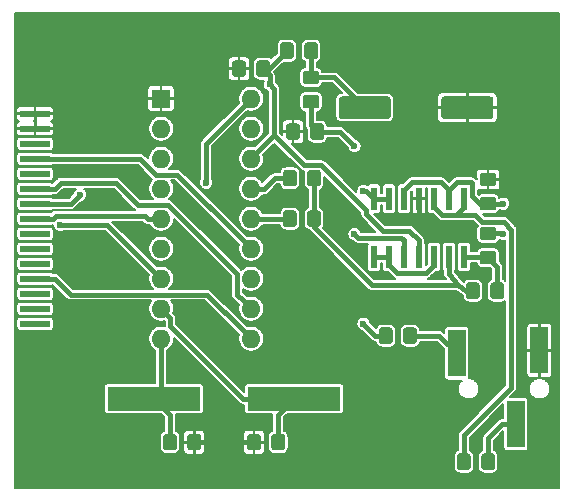
<source format=gbr>
G04 #@! TF.GenerationSoftware,KiCad,Pcbnew,(5.1.5)-3*
G04 #@! TF.CreationDate,2020-01-25T15:55:35+03:00*
G04 #@! TF.ProjectId,CASIO PB-1000 YM2413 Soundcard,43415349-4f20-4504-922d-313030302059,rev?*
G04 #@! TF.SameCoordinates,Original*
G04 #@! TF.FileFunction,Copper,L1,Top*
G04 #@! TF.FilePolarity,Positive*
%FSLAX46Y46*%
G04 Gerber Fmt 4.6, Leading zero omitted, Abs format (unit mm)*
G04 Created by KiCad (PCBNEW (5.1.5)-3) date 2020-01-25 15:55:35*
%MOMM*%
%LPD*%
G04 APERTURE LIST*
%ADD10C,0.100000*%
%ADD11R,7.875000X2.000000*%
%ADD12O,1.600000X1.600000*%
%ADD13R,1.600000X1.600000*%
%ADD14R,0.558800X1.981200*%
%ADD15R,1.500000X4.000000*%
%ADD16R,2.540000X0.600000*%
%ADD17C,0.600000*%
%ADD18C,0.250000*%
%ADD19C,0.400000*%
%ADD20C,0.200000*%
G04 APERTURE END LIST*
G04 #@! TA.AperFunction,SMDPad,CuDef*
D10*
G36*
X131921505Y-93281204D02*
G01*
X131945773Y-93284804D01*
X131969572Y-93290765D01*
X131992671Y-93299030D01*
X132014850Y-93309520D01*
X132035893Y-93322132D01*
X132055599Y-93336747D01*
X132073777Y-93353223D01*
X132090253Y-93371401D01*
X132104868Y-93391107D01*
X132117480Y-93412150D01*
X132127970Y-93434329D01*
X132136235Y-93457428D01*
X132142196Y-93481227D01*
X132145796Y-93505495D01*
X132147000Y-93529999D01*
X132147000Y-94430001D01*
X132145796Y-94454505D01*
X132142196Y-94478773D01*
X132136235Y-94502572D01*
X132127970Y-94525671D01*
X132117480Y-94547850D01*
X132104868Y-94568893D01*
X132090253Y-94588599D01*
X132073777Y-94606777D01*
X132055599Y-94623253D01*
X132035893Y-94637868D01*
X132014850Y-94650480D01*
X131992671Y-94660970D01*
X131969572Y-94669235D01*
X131945773Y-94675196D01*
X131921505Y-94678796D01*
X131897001Y-94680000D01*
X131246999Y-94680000D01*
X131222495Y-94678796D01*
X131198227Y-94675196D01*
X131174428Y-94669235D01*
X131151329Y-94660970D01*
X131129150Y-94650480D01*
X131108107Y-94637868D01*
X131088401Y-94623253D01*
X131070223Y-94606777D01*
X131053747Y-94588599D01*
X131039132Y-94568893D01*
X131026520Y-94547850D01*
X131016030Y-94525671D01*
X131007765Y-94502572D01*
X131001804Y-94478773D01*
X130998204Y-94454505D01*
X130997000Y-94430001D01*
X130997000Y-93529999D01*
X130998204Y-93505495D01*
X131001804Y-93481227D01*
X131007765Y-93457428D01*
X131016030Y-93434329D01*
X131026520Y-93412150D01*
X131039132Y-93391107D01*
X131053747Y-93371401D01*
X131070223Y-93353223D01*
X131088401Y-93336747D01*
X131108107Y-93322132D01*
X131129150Y-93309520D01*
X131151329Y-93299030D01*
X131174428Y-93290765D01*
X131198227Y-93284804D01*
X131222495Y-93281204D01*
X131246999Y-93280000D01*
X131897001Y-93280000D01*
X131921505Y-93281204D01*
G37*
G04 #@! TD.AperFunction*
G04 #@! TA.AperFunction,SMDPad,CuDef*
G36*
X133971505Y-93281204D02*
G01*
X133995773Y-93284804D01*
X134019572Y-93290765D01*
X134042671Y-93299030D01*
X134064850Y-93309520D01*
X134085893Y-93322132D01*
X134105599Y-93336747D01*
X134123777Y-93353223D01*
X134140253Y-93371401D01*
X134154868Y-93391107D01*
X134167480Y-93412150D01*
X134177970Y-93434329D01*
X134186235Y-93457428D01*
X134192196Y-93481227D01*
X134195796Y-93505495D01*
X134197000Y-93529999D01*
X134197000Y-94430001D01*
X134195796Y-94454505D01*
X134192196Y-94478773D01*
X134186235Y-94502572D01*
X134177970Y-94525671D01*
X134167480Y-94547850D01*
X134154868Y-94568893D01*
X134140253Y-94588599D01*
X134123777Y-94606777D01*
X134105599Y-94623253D01*
X134085893Y-94637868D01*
X134064850Y-94650480D01*
X134042671Y-94660970D01*
X134019572Y-94669235D01*
X133995773Y-94675196D01*
X133971505Y-94678796D01*
X133947001Y-94680000D01*
X133296999Y-94680000D01*
X133272495Y-94678796D01*
X133248227Y-94675196D01*
X133224428Y-94669235D01*
X133201329Y-94660970D01*
X133179150Y-94650480D01*
X133158107Y-94637868D01*
X133138401Y-94623253D01*
X133120223Y-94606777D01*
X133103747Y-94588599D01*
X133089132Y-94568893D01*
X133076520Y-94547850D01*
X133066030Y-94525671D01*
X133057765Y-94502572D01*
X133051804Y-94478773D01*
X133048204Y-94454505D01*
X133047000Y-94430001D01*
X133047000Y-93529999D01*
X133048204Y-93505495D01*
X133051804Y-93481227D01*
X133057765Y-93457428D01*
X133066030Y-93434329D01*
X133076520Y-93412150D01*
X133089132Y-93391107D01*
X133103747Y-93371401D01*
X133120223Y-93353223D01*
X133138401Y-93336747D01*
X133158107Y-93322132D01*
X133179150Y-93309520D01*
X133201329Y-93299030D01*
X133224428Y-93290765D01*
X133248227Y-93284804D01*
X133272495Y-93281204D01*
X133296999Y-93280000D01*
X133947001Y-93280000D01*
X133971505Y-93281204D01*
G37*
G04 #@! TD.AperFunction*
D11*
X136239500Y-121920000D03*
X124364500Y-121920000D03*
D12*
X132588000Y-96520000D03*
X124968000Y-116840000D03*
X132588000Y-99060000D03*
X124968000Y-114300000D03*
X132588000Y-101600000D03*
X124968000Y-111760000D03*
X132588000Y-104140000D03*
X124968000Y-109220000D03*
X132588000Y-106680000D03*
X124968000Y-106680000D03*
X132588000Y-109220000D03*
X124968000Y-104140000D03*
X132588000Y-111760000D03*
X124968000Y-101600000D03*
X132588000Y-114300000D03*
X124968000Y-99060000D03*
X132588000Y-116840000D03*
D13*
X124968000Y-96520000D03*
D14*
X143002000Y-104978200D03*
X144272000Y-104978200D03*
X145542000Y-104978200D03*
X146812000Y-104978200D03*
X148082000Y-104978200D03*
X149352000Y-104978200D03*
X150622000Y-104978200D03*
X150622000Y-109905800D03*
X149352000Y-109905800D03*
X148082000Y-109905800D03*
X146812000Y-109905800D03*
X145542000Y-109905800D03*
X144272000Y-109905800D03*
X143002000Y-109905800D03*
G04 #@! TA.AperFunction,SMDPad,CuDef*
D10*
G36*
X153128505Y-109408204D02*
G01*
X153152773Y-109411804D01*
X153176572Y-109417765D01*
X153199671Y-109426030D01*
X153221850Y-109436520D01*
X153242893Y-109449132D01*
X153262599Y-109463747D01*
X153280777Y-109480223D01*
X153297253Y-109498401D01*
X153311868Y-109518107D01*
X153324480Y-109539150D01*
X153334970Y-109561329D01*
X153343235Y-109584428D01*
X153349196Y-109608227D01*
X153352796Y-109632495D01*
X153354000Y-109656999D01*
X153354000Y-110307001D01*
X153352796Y-110331505D01*
X153349196Y-110355773D01*
X153343235Y-110379572D01*
X153334970Y-110402671D01*
X153324480Y-110424850D01*
X153311868Y-110445893D01*
X153297253Y-110465599D01*
X153280777Y-110483777D01*
X153262599Y-110500253D01*
X153242893Y-110514868D01*
X153221850Y-110527480D01*
X153199671Y-110537970D01*
X153176572Y-110546235D01*
X153152773Y-110552196D01*
X153128505Y-110555796D01*
X153104001Y-110557000D01*
X152203999Y-110557000D01*
X152179495Y-110555796D01*
X152155227Y-110552196D01*
X152131428Y-110546235D01*
X152108329Y-110537970D01*
X152086150Y-110527480D01*
X152065107Y-110514868D01*
X152045401Y-110500253D01*
X152027223Y-110483777D01*
X152010747Y-110465599D01*
X151996132Y-110445893D01*
X151983520Y-110424850D01*
X151973030Y-110402671D01*
X151964765Y-110379572D01*
X151958804Y-110355773D01*
X151955204Y-110331505D01*
X151954000Y-110307001D01*
X151954000Y-109656999D01*
X151955204Y-109632495D01*
X151958804Y-109608227D01*
X151964765Y-109584428D01*
X151973030Y-109561329D01*
X151983520Y-109539150D01*
X151996132Y-109518107D01*
X152010747Y-109498401D01*
X152027223Y-109480223D01*
X152045401Y-109463747D01*
X152065107Y-109449132D01*
X152086150Y-109436520D01*
X152108329Y-109426030D01*
X152131428Y-109417765D01*
X152155227Y-109411804D01*
X152179495Y-109408204D01*
X152203999Y-109407000D01*
X153104001Y-109407000D01*
X153128505Y-109408204D01*
G37*
G04 #@! TD.AperFunction*
G04 #@! TA.AperFunction,SMDPad,CuDef*
G36*
X153128505Y-107358204D02*
G01*
X153152773Y-107361804D01*
X153176572Y-107367765D01*
X153199671Y-107376030D01*
X153221850Y-107386520D01*
X153242893Y-107399132D01*
X153262599Y-107413747D01*
X153280777Y-107430223D01*
X153297253Y-107448401D01*
X153311868Y-107468107D01*
X153324480Y-107489150D01*
X153334970Y-107511329D01*
X153343235Y-107534428D01*
X153349196Y-107558227D01*
X153352796Y-107582495D01*
X153354000Y-107606999D01*
X153354000Y-108257001D01*
X153352796Y-108281505D01*
X153349196Y-108305773D01*
X153343235Y-108329572D01*
X153334970Y-108352671D01*
X153324480Y-108374850D01*
X153311868Y-108395893D01*
X153297253Y-108415599D01*
X153280777Y-108433777D01*
X153262599Y-108450253D01*
X153242893Y-108464868D01*
X153221850Y-108477480D01*
X153199671Y-108487970D01*
X153176572Y-108496235D01*
X153152773Y-108502196D01*
X153128505Y-108505796D01*
X153104001Y-108507000D01*
X152203999Y-108507000D01*
X152179495Y-108505796D01*
X152155227Y-108502196D01*
X152131428Y-108496235D01*
X152108329Y-108487970D01*
X152086150Y-108477480D01*
X152065107Y-108464868D01*
X152045401Y-108450253D01*
X152027223Y-108433777D01*
X152010747Y-108415599D01*
X151996132Y-108395893D01*
X151983520Y-108374850D01*
X151973030Y-108352671D01*
X151964765Y-108329572D01*
X151958804Y-108305773D01*
X151955204Y-108281505D01*
X151954000Y-108257001D01*
X151954000Y-107606999D01*
X151955204Y-107582495D01*
X151958804Y-107558227D01*
X151964765Y-107534428D01*
X151973030Y-107511329D01*
X151983520Y-107489150D01*
X151996132Y-107468107D01*
X152010747Y-107448401D01*
X152027223Y-107430223D01*
X152045401Y-107413747D01*
X152065107Y-107399132D01*
X152086150Y-107386520D01*
X152108329Y-107376030D01*
X152131428Y-107367765D01*
X152155227Y-107361804D01*
X152179495Y-107358204D01*
X152203999Y-107357000D01*
X153104001Y-107357000D01*
X153128505Y-107358204D01*
G37*
G04 #@! TD.AperFunction*
G04 #@! TA.AperFunction,SMDPad,CuDef*
G36*
X151724505Y-112077204D02*
G01*
X151748773Y-112080804D01*
X151772572Y-112086765D01*
X151795671Y-112095030D01*
X151817850Y-112105520D01*
X151838893Y-112118132D01*
X151858599Y-112132747D01*
X151876777Y-112149223D01*
X151893253Y-112167401D01*
X151907868Y-112187107D01*
X151920480Y-112208150D01*
X151930970Y-112230329D01*
X151939235Y-112253428D01*
X151945196Y-112277227D01*
X151948796Y-112301495D01*
X151950000Y-112325999D01*
X151950000Y-113226001D01*
X151948796Y-113250505D01*
X151945196Y-113274773D01*
X151939235Y-113298572D01*
X151930970Y-113321671D01*
X151920480Y-113343850D01*
X151907868Y-113364893D01*
X151893253Y-113384599D01*
X151876777Y-113402777D01*
X151858599Y-113419253D01*
X151838893Y-113433868D01*
X151817850Y-113446480D01*
X151795671Y-113456970D01*
X151772572Y-113465235D01*
X151748773Y-113471196D01*
X151724505Y-113474796D01*
X151700001Y-113476000D01*
X151049999Y-113476000D01*
X151025495Y-113474796D01*
X151001227Y-113471196D01*
X150977428Y-113465235D01*
X150954329Y-113456970D01*
X150932150Y-113446480D01*
X150911107Y-113433868D01*
X150891401Y-113419253D01*
X150873223Y-113402777D01*
X150856747Y-113384599D01*
X150842132Y-113364893D01*
X150829520Y-113343850D01*
X150819030Y-113321671D01*
X150810765Y-113298572D01*
X150804804Y-113274773D01*
X150801204Y-113250505D01*
X150800000Y-113226001D01*
X150800000Y-112325999D01*
X150801204Y-112301495D01*
X150804804Y-112277227D01*
X150810765Y-112253428D01*
X150819030Y-112230329D01*
X150829520Y-112208150D01*
X150842132Y-112187107D01*
X150856747Y-112167401D01*
X150873223Y-112149223D01*
X150891401Y-112132747D01*
X150911107Y-112118132D01*
X150932150Y-112105520D01*
X150954329Y-112095030D01*
X150977428Y-112086765D01*
X151001227Y-112080804D01*
X151025495Y-112077204D01*
X151049999Y-112076000D01*
X151700001Y-112076000D01*
X151724505Y-112077204D01*
G37*
G04 #@! TD.AperFunction*
G04 #@! TA.AperFunction,SMDPad,CuDef*
G36*
X153774505Y-112077204D02*
G01*
X153798773Y-112080804D01*
X153822572Y-112086765D01*
X153845671Y-112095030D01*
X153867850Y-112105520D01*
X153888893Y-112118132D01*
X153908599Y-112132747D01*
X153926777Y-112149223D01*
X153943253Y-112167401D01*
X153957868Y-112187107D01*
X153970480Y-112208150D01*
X153980970Y-112230329D01*
X153989235Y-112253428D01*
X153995196Y-112277227D01*
X153998796Y-112301495D01*
X154000000Y-112325999D01*
X154000000Y-113226001D01*
X153998796Y-113250505D01*
X153995196Y-113274773D01*
X153989235Y-113298572D01*
X153980970Y-113321671D01*
X153970480Y-113343850D01*
X153957868Y-113364893D01*
X153943253Y-113384599D01*
X153926777Y-113402777D01*
X153908599Y-113419253D01*
X153888893Y-113433868D01*
X153867850Y-113446480D01*
X153845671Y-113456970D01*
X153822572Y-113465235D01*
X153798773Y-113471196D01*
X153774505Y-113474796D01*
X153750001Y-113476000D01*
X153099999Y-113476000D01*
X153075495Y-113474796D01*
X153051227Y-113471196D01*
X153027428Y-113465235D01*
X153004329Y-113456970D01*
X152982150Y-113446480D01*
X152961107Y-113433868D01*
X152941401Y-113419253D01*
X152923223Y-113402777D01*
X152906747Y-113384599D01*
X152892132Y-113364893D01*
X152879520Y-113343850D01*
X152869030Y-113321671D01*
X152860765Y-113298572D01*
X152854804Y-113274773D01*
X152851204Y-113250505D01*
X152850000Y-113226001D01*
X152850000Y-112325999D01*
X152851204Y-112301495D01*
X152854804Y-112277227D01*
X152860765Y-112253428D01*
X152869030Y-112230329D01*
X152879520Y-112208150D01*
X152892132Y-112187107D01*
X152906747Y-112167401D01*
X152923223Y-112149223D01*
X152941401Y-112132747D01*
X152961107Y-112118132D01*
X152982150Y-112105520D01*
X153004329Y-112095030D01*
X153027428Y-112086765D01*
X153051227Y-112080804D01*
X153075495Y-112077204D01*
X153099999Y-112076000D01*
X153750001Y-112076000D01*
X153774505Y-112077204D01*
G37*
G04 #@! TD.AperFunction*
G04 #@! TA.AperFunction,SMDPad,CuDef*
G36*
X136493505Y-98615204D02*
G01*
X136517773Y-98618804D01*
X136541572Y-98624765D01*
X136564671Y-98633030D01*
X136586850Y-98643520D01*
X136607893Y-98656132D01*
X136627599Y-98670747D01*
X136645777Y-98687223D01*
X136662253Y-98705401D01*
X136676868Y-98725107D01*
X136689480Y-98746150D01*
X136699970Y-98768329D01*
X136708235Y-98791428D01*
X136714196Y-98815227D01*
X136717796Y-98839495D01*
X136719000Y-98863999D01*
X136719000Y-99764001D01*
X136717796Y-99788505D01*
X136714196Y-99812773D01*
X136708235Y-99836572D01*
X136699970Y-99859671D01*
X136689480Y-99881850D01*
X136676868Y-99902893D01*
X136662253Y-99922599D01*
X136645777Y-99940777D01*
X136627599Y-99957253D01*
X136607893Y-99971868D01*
X136586850Y-99984480D01*
X136564671Y-99994970D01*
X136541572Y-100003235D01*
X136517773Y-100009196D01*
X136493505Y-100012796D01*
X136469001Y-100014000D01*
X135818999Y-100014000D01*
X135794495Y-100012796D01*
X135770227Y-100009196D01*
X135746428Y-100003235D01*
X135723329Y-99994970D01*
X135701150Y-99984480D01*
X135680107Y-99971868D01*
X135660401Y-99957253D01*
X135642223Y-99940777D01*
X135625747Y-99922599D01*
X135611132Y-99902893D01*
X135598520Y-99881850D01*
X135588030Y-99859671D01*
X135579765Y-99836572D01*
X135573804Y-99812773D01*
X135570204Y-99788505D01*
X135569000Y-99764001D01*
X135569000Y-98863999D01*
X135570204Y-98839495D01*
X135573804Y-98815227D01*
X135579765Y-98791428D01*
X135588030Y-98768329D01*
X135598520Y-98746150D01*
X135611132Y-98725107D01*
X135625747Y-98705401D01*
X135642223Y-98687223D01*
X135660401Y-98670747D01*
X135680107Y-98656132D01*
X135701150Y-98643520D01*
X135723329Y-98633030D01*
X135746428Y-98624765D01*
X135770227Y-98618804D01*
X135794495Y-98615204D01*
X135818999Y-98614000D01*
X136469001Y-98614000D01*
X136493505Y-98615204D01*
G37*
G04 #@! TD.AperFunction*
G04 #@! TA.AperFunction,SMDPad,CuDef*
G36*
X138543505Y-98615204D02*
G01*
X138567773Y-98618804D01*
X138591572Y-98624765D01*
X138614671Y-98633030D01*
X138636850Y-98643520D01*
X138657893Y-98656132D01*
X138677599Y-98670747D01*
X138695777Y-98687223D01*
X138712253Y-98705401D01*
X138726868Y-98725107D01*
X138739480Y-98746150D01*
X138749970Y-98768329D01*
X138758235Y-98791428D01*
X138764196Y-98815227D01*
X138767796Y-98839495D01*
X138769000Y-98863999D01*
X138769000Y-99764001D01*
X138767796Y-99788505D01*
X138764196Y-99812773D01*
X138758235Y-99836572D01*
X138749970Y-99859671D01*
X138739480Y-99881850D01*
X138726868Y-99902893D01*
X138712253Y-99922599D01*
X138695777Y-99940777D01*
X138677599Y-99957253D01*
X138657893Y-99971868D01*
X138636850Y-99984480D01*
X138614671Y-99994970D01*
X138591572Y-100003235D01*
X138567773Y-100009196D01*
X138543505Y-100012796D01*
X138519001Y-100014000D01*
X137868999Y-100014000D01*
X137844495Y-100012796D01*
X137820227Y-100009196D01*
X137796428Y-100003235D01*
X137773329Y-99994970D01*
X137751150Y-99984480D01*
X137730107Y-99971868D01*
X137710401Y-99957253D01*
X137692223Y-99940777D01*
X137675747Y-99922599D01*
X137661132Y-99902893D01*
X137648520Y-99881850D01*
X137638030Y-99859671D01*
X137629765Y-99836572D01*
X137623804Y-99812773D01*
X137620204Y-99788505D01*
X137619000Y-99764001D01*
X137619000Y-98863999D01*
X137620204Y-98839495D01*
X137623804Y-98815227D01*
X137629765Y-98791428D01*
X137638030Y-98768329D01*
X137648520Y-98746150D01*
X137661132Y-98725107D01*
X137675747Y-98705401D01*
X137692223Y-98687223D01*
X137710401Y-98670747D01*
X137730107Y-98656132D01*
X137751150Y-98643520D01*
X137773329Y-98633030D01*
X137796428Y-98624765D01*
X137820227Y-98618804D01*
X137844495Y-98615204D01*
X137868999Y-98614000D01*
X138519001Y-98614000D01*
X138543505Y-98615204D01*
G37*
G04 #@! TD.AperFunction*
G04 #@! TA.AperFunction,SMDPad,CuDef*
G36*
X136221505Y-105981204D02*
G01*
X136245773Y-105984804D01*
X136269572Y-105990765D01*
X136292671Y-105999030D01*
X136314850Y-106009520D01*
X136335893Y-106022132D01*
X136355599Y-106036747D01*
X136373777Y-106053223D01*
X136390253Y-106071401D01*
X136404868Y-106091107D01*
X136417480Y-106112150D01*
X136427970Y-106134329D01*
X136436235Y-106157428D01*
X136442196Y-106181227D01*
X136445796Y-106205495D01*
X136447000Y-106229999D01*
X136447000Y-107130001D01*
X136445796Y-107154505D01*
X136442196Y-107178773D01*
X136436235Y-107202572D01*
X136427970Y-107225671D01*
X136417480Y-107247850D01*
X136404868Y-107268893D01*
X136390253Y-107288599D01*
X136373777Y-107306777D01*
X136355599Y-107323253D01*
X136335893Y-107337868D01*
X136314850Y-107350480D01*
X136292671Y-107360970D01*
X136269572Y-107369235D01*
X136245773Y-107375196D01*
X136221505Y-107378796D01*
X136197001Y-107380000D01*
X135546999Y-107380000D01*
X135522495Y-107378796D01*
X135498227Y-107375196D01*
X135474428Y-107369235D01*
X135451329Y-107360970D01*
X135429150Y-107350480D01*
X135408107Y-107337868D01*
X135388401Y-107323253D01*
X135370223Y-107306777D01*
X135353747Y-107288599D01*
X135339132Y-107268893D01*
X135326520Y-107247850D01*
X135316030Y-107225671D01*
X135307765Y-107202572D01*
X135301804Y-107178773D01*
X135298204Y-107154505D01*
X135297000Y-107130001D01*
X135297000Y-106229999D01*
X135298204Y-106205495D01*
X135301804Y-106181227D01*
X135307765Y-106157428D01*
X135316030Y-106134329D01*
X135326520Y-106112150D01*
X135339132Y-106091107D01*
X135353747Y-106071401D01*
X135370223Y-106053223D01*
X135388401Y-106036747D01*
X135408107Y-106022132D01*
X135429150Y-106009520D01*
X135451329Y-105999030D01*
X135474428Y-105990765D01*
X135498227Y-105984804D01*
X135522495Y-105981204D01*
X135546999Y-105980000D01*
X136197001Y-105980000D01*
X136221505Y-105981204D01*
G37*
G04 #@! TD.AperFunction*
G04 #@! TA.AperFunction,SMDPad,CuDef*
G36*
X138271505Y-105981204D02*
G01*
X138295773Y-105984804D01*
X138319572Y-105990765D01*
X138342671Y-105999030D01*
X138364850Y-106009520D01*
X138385893Y-106022132D01*
X138405599Y-106036747D01*
X138423777Y-106053223D01*
X138440253Y-106071401D01*
X138454868Y-106091107D01*
X138467480Y-106112150D01*
X138477970Y-106134329D01*
X138486235Y-106157428D01*
X138492196Y-106181227D01*
X138495796Y-106205495D01*
X138497000Y-106229999D01*
X138497000Y-107130001D01*
X138495796Y-107154505D01*
X138492196Y-107178773D01*
X138486235Y-107202572D01*
X138477970Y-107225671D01*
X138467480Y-107247850D01*
X138454868Y-107268893D01*
X138440253Y-107288599D01*
X138423777Y-107306777D01*
X138405599Y-107323253D01*
X138385893Y-107337868D01*
X138364850Y-107350480D01*
X138342671Y-107360970D01*
X138319572Y-107369235D01*
X138295773Y-107375196D01*
X138271505Y-107378796D01*
X138247001Y-107380000D01*
X137596999Y-107380000D01*
X137572495Y-107378796D01*
X137548227Y-107375196D01*
X137524428Y-107369235D01*
X137501329Y-107360970D01*
X137479150Y-107350480D01*
X137458107Y-107337868D01*
X137438401Y-107323253D01*
X137420223Y-107306777D01*
X137403747Y-107288599D01*
X137389132Y-107268893D01*
X137376520Y-107247850D01*
X137366030Y-107225671D01*
X137357765Y-107202572D01*
X137351804Y-107178773D01*
X137348204Y-107154505D01*
X137347000Y-107130001D01*
X137347000Y-106229999D01*
X137348204Y-106205495D01*
X137351804Y-106181227D01*
X137357765Y-106157428D01*
X137366030Y-106134329D01*
X137376520Y-106112150D01*
X137389132Y-106091107D01*
X137403747Y-106071401D01*
X137420223Y-106053223D01*
X137438401Y-106036747D01*
X137458107Y-106022132D01*
X137479150Y-106009520D01*
X137501329Y-105999030D01*
X137524428Y-105990765D01*
X137548227Y-105984804D01*
X137572495Y-105981204D01*
X137596999Y-105980000D01*
X138247001Y-105980000D01*
X138271505Y-105981204D01*
G37*
G04 #@! TD.AperFunction*
G04 #@! TA.AperFunction,SMDPad,CuDef*
G36*
X136230505Y-102552204D02*
G01*
X136254773Y-102555804D01*
X136278572Y-102561765D01*
X136301671Y-102570030D01*
X136323850Y-102580520D01*
X136344893Y-102593132D01*
X136364599Y-102607747D01*
X136382777Y-102624223D01*
X136399253Y-102642401D01*
X136413868Y-102662107D01*
X136426480Y-102683150D01*
X136436970Y-102705329D01*
X136445235Y-102728428D01*
X136451196Y-102752227D01*
X136454796Y-102776495D01*
X136456000Y-102800999D01*
X136456000Y-103701001D01*
X136454796Y-103725505D01*
X136451196Y-103749773D01*
X136445235Y-103773572D01*
X136436970Y-103796671D01*
X136426480Y-103818850D01*
X136413868Y-103839893D01*
X136399253Y-103859599D01*
X136382777Y-103877777D01*
X136364599Y-103894253D01*
X136344893Y-103908868D01*
X136323850Y-103921480D01*
X136301671Y-103931970D01*
X136278572Y-103940235D01*
X136254773Y-103946196D01*
X136230505Y-103949796D01*
X136206001Y-103951000D01*
X135555999Y-103951000D01*
X135531495Y-103949796D01*
X135507227Y-103946196D01*
X135483428Y-103940235D01*
X135460329Y-103931970D01*
X135438150Y-103921480D01*
X135417107Y-103908868D01*
X135397401Y-103894253D01*
X135379223Y-103877777D01*
X135362747Y-103859599D01*
X135348132Y-103839893D01*
X135335520Y-103818850D01*
X135325030Y-103796671D01*
X135316765Y-103773572D01*
X135310804Y-103749773D01*
X135307204Y-103725505D01*
X135306000Y-103701001D01*
X135306000Y-102800999D01*
X135307204Y-102776495D01*
X135310804Y-102752227D01*
X135316765Y-102728428D01*
X135325030Y-102705329D01*
X135335520Y-102683150D01*
X135348132Y-102662107D01*
X135362747Y-102642401D01*
X135379223Y-102624223D01*
X135397401Y-102607747D01*
X135417107Y-102593132D01*
X135438150Y-102580520D01*
X135460329Y-102570030D01*
X135483428Y-102561765D01*
X135507227Y-102555804D01*
X135531495Y-102552204D01*
X135555999Y-102551000D01*
X136206001Y-102551000D01*
X136230505Y-102552204D01*
G37*
G04 #@! TD.AperFunction*
G04 #@! TA.AperFunction,SMDPad,CuDef*
G36*
X138280505Y-102552204D02*
G01*
X138304773Y-102555804D01*
X138328572Y-102561765D01*
X138351671Y-102570030D01*
X138373850Y-102580520D01*
X138394893Y-102593132D01*
X138414599Y-102607747D01*
X138432777Y-102624223D01*
X138449253Y-102642401D01*
X138463868Y-102662107D01*
X138476480Y-102683150D01*
X138486970Y-102705329D01*
X138495235Y-102728428D01*
X138501196Y-102752227D01*
X138504796Y-102776495D01*
X138506000Y-102800999D01*
X138506000Y-103701001D01*
X138504796Y-103725505D01*
X138501196Y-103749773D01*
X138495235Y-103773572D01*
X138486970Y-103796671D01*
X138476480Y-103818850D01*
X138463868Y-103839893D01*
X138449253Y-103859599D01*
X138432777Y-103877777D01*
X138414599Y-103894253D01*
X138394893Y-103908868D01*
X138373850Y-103921480D01*
X138351671Y-103931970D01*
X138328572Y-103940235D01*
X138304773Y-103946196D01*
X138280505Y-103949796D01*
X138256001Y-103951000D01*
X137605999Y-103951000D01*
X137581495Y-103949796D01*
X137557227Y-103946196D01*
X137533428Y-103940235D01*
X137510329Y-103931970D01*
X137488150Y-103921480D01*
X137467107Y-103908868D01*
X137447401Y-103894253D01*
X137429223Y-103877777D01*
X137412747Y-103859599D01*
X137398132Y-103839893D01*
X137385520Y-103818850D01*
X137375030Y-103796671D01*
X137366765Y-103773572D01*
X137360804Y-103749773D01*
X137357204Y-103725505D01*
X137356000Y-103701001D01*
X137356000Y-102800999D01*
X137357204Y-102776495D01*
X137360804Y-102752227D01*
X137366765Y-102728428D01*
X137375030Y-102705329D01*
X137385520Y-102683150D01*
X137398132Y-102662107D01*
X137412747Y-102642401D01*
X137429223Y-102624223D01*
X137447401Y-102607747D01*
X137467107Y-102593132D01*
X137488150Y-102580520D01*
X137510329Y-102570030D01*
X137533428Y-102561765D01*
X137557227Y-102555804D01*
X137581495Y-102552204D01*
X137605999Y-102551000D01*
X138256001Y-102551000D01*
X138280505Y-102552204D01*
G37*
G04 #@! TD.AperFunction*
G04 #@! TA.AperFunction,SMDPad,CuDef*
G36*
X138142505Y-94150204D02*
G01*
X138166773Y-94153804D01*
X138190572Y-94159765D01*
X138213671Y-94168030D01*
X138235850Y-94178520D01*
X138256893Y-94191132D01*
X138276599Y-94205747D01*
X138294777Y-94222223D01*
X138311253Y-94240401D01*
X138325868Y-94260107D01*
X138338480Y-94281150D01*
X138348970Y-94303329D01*
X138357235Y-94326428D01*
X138363196Y-94350227D01*
X138366796Y-94374495D01*
X138368000Y-94398999D01*
X138368000Y-95049001D01*
X138366796Y-95073505D01*
X138363196Y-95097773D01*
X138357235Y-95121572D01*
X138348970Y-95144671D01*
X138338480Y-95166850D01*
X138325868Y-95187893D01*
X138311253Y-95207599D01*
X138294777Y-95225777D01*
X138276599Y-95242253D01*
X138256893Y-95256868D01*
X138235850Y-95269480D01*
X138213671Y-95279970D01*
X138190572Y-95288235D01*
X138166773Y-95294196D01*
X138142505Y-95297796D01*
X138118001Y-95299000D01*
X137217999Y-95299000D01*
X137193495Y-95297796D01*
X137169227Y-95294196D01*
X137145428Y-95288235D01*
X137122329Y-95279970D01*
X137100150Y-95269480D01*
X137079107Y-95256868D01*
X137059401Y-95242253D01*
X137041223Y-95225777D01*
X137024747Y-95207599D01*
X137010132Y-95187893D01*
X136997520Y-95166850D01*
X136987030Y-95144671D01*
X136978765Y-95121572D01*
X136972804Y-95097773D01*
X136969204Y-95073505D01*
X136968000Y-95049001D01*
X136968000Y-94398999D01*
X136969204Y-94374495D01*
X136972804Y-94350227D01*
X136978765Y-94326428D01*
X136987030Y-94303329D01*
X136997520Y-94281150D01*
X137010132Y-94260107D01*
X137024747Y-94240401D01*
X137041223Y-94222223D01*
X137059401Y-94205747D01*
X137079107Y-94191132D01*
X137100150Y-94178520D01*
X137122329Y-94168030D01*
X137145428Y-94159765D01*
X137169227Y-94153804D01*
X137193495Y-94150204D01*
X137217999Y-94149000D01*
X138118001Y-94149000D01*
X138142505Y-94150204D01*
G37*
G04 #@! TD.AperFunction*
G04 #@! TA.AperFunction,SMDPad,CuDef*
G36*
X138142505Y-96200204D02*
G01*
X138166773Y-96203804D01*
X138190572Y-96209765D01*
X138213671Y-96218030D01*
X138235850Y-96228520D01*
X138256893Y-96241132D01*
X138276599Y-96255747D01*
X138294777Y-96272223D01*
X138311253Y-96290401D01*
X138325868Y-96310107D01*
X138338480Y-96331150D01*
X138348970Y-96353329D01*
X138357235Y-96376428D01*
X138363196Y-96400227D01*
X138366796Y-96424495D01*
X138368000Y-96448999D01*
X138368000Y-97099001D01*
X138366796Y-97123505D01*
X138363196Y-97147773D01*
X138357235Y-97171572D01*
X138348970Y-97194671D01*
X138338480Y-97216850D01*
X138325868Y-97237893D01*
X138311253Y-97257599D01*
X138294777Y-97275777D01*
X138276599Y-97292253D01*
X138256893Y-97306868D01*
X138235850Y-97319480D01*
X138213671Y-97329970D01*
X138190572Y-97338235D01*
X138166773Y-97344196D01*
X138142505Y-97347796D01*
X138118001Y-97349000D01*
X137217999Y-97349000D01*
X137193495Y-97347796D01*
X137169227Y-97344196D01*
X137145428Y-97338235D01*
X137122329Y-97329970D01*
X137100150Y-97319480D01*
X137079107Y-97306868D01*
X137059401Y-97292253D01*
X137041223Y-97275777D01*
X137024747Y-97257599D01*
X137010132Y-97237893D01*
X136997520Y-97216850D01*
X136987030Y-97194671D01*
X136978765Y-97171572D01*
X136972804Y-97147773D01*
X136969204Y-97123505D01*
X136968000Y-97099001D01*
X136968000Y-96448999D01*
X136969204Y-96424495D01*
X136972804Y-96400227D01*
X136978765Y-96376428D01*
X136987030Y-96353329D01*
X136997520Y-96331150D01*
X137010132Y-96310107D01*
X137024747Y-96290401D01*
X137041223Y-96272223D01*
X137059401Y-96255747D01*
X137079107Y-96241132D01*
X137100150Y-96228520D01*
X137122329Y-96218030D01*
X137145428Y-96209765D01*
X137169227Y-96203804D01*
X137193495Y-96200204D01*
X137217999Y-96199000D01*
X138118001Y-96199000D01*
X138142505Y-96200204D01*
G37*
G04 #@! TD.AperFunction*
G04 #@! TA.AperFunction,SMDPad,CuDef*
G36*
X138026505Y-91757204D02*
G01*
X138050773Y-91760804D01*
X138074572Y-91766765D01*
X138097671Y-91775030D01*
X138119850Y-91785520D01*
X138140893Y-91798132D01*
X138160599Y-91812747D01*
X138178777Y-91829223D01*
X138195253Y-91847401D01*
X138209868Y-91867107D01*
X138222480Y-91888150D01*
X138232970Y-91910329D01*
X138241235Y-91933428D01*
X138247196Y-91957227D01*
X138250796Y-91981495D01*
X138252000Y-92005999D01*
X138252000Y-92906001D01*
X138250796Y-92930505D01*
X138247196Y-92954773D01*
X138241235Y-92978572D01*
X138232970Y-93001671D01*
X138222480Y-93023850D01*
X138209868Y-93044893D01*
X138195253Y-93064599D01*
X138178777Y-93082777D01*
X138160599Y-93099253D01*
X138140893Y-93113868D01*
X138119850Y-93126480D01*
X138097671Y-93136970D01*
X138074572Y-93145235D01*
X138050773Y-93151196D01*
X138026505Y-93154796D01*
X138002001Y-93156000D01*
X137351999Y-93156000D01*
X137327495Y-93154796D01*
X137303227Y-93151196D01*
X137279428Y-93145235D01*
X137256329Y-93136970D01*
X137234150Y-93126480D01*
X137213107Y-93113868D01*
X137193401Y-93099253D01*
X137175223Y-93082777D01*
X137158747Y-93064599D01*
X137144132Y-93044893D01*
X137131520Y-93023850D01*
X137121030Y-93001671D01*
X137112765Y-92978572D01*
X137106804Y-92954773D01*
X137103204Y-92930505D01*
X137102000Y-92906001D01*
X137102000Y-92005999D01*
X137103204Y-91981495D01*
X137106804Y-91957227D01*
X137112765Y-91933428D01*
X137121030Y-91910329D01*
X137131520Y-91888150D01*
X137144132Y-91867107D01*
X137158747Y-91847401D01*
X137175223Y-91829223D01*
X137193401Y-91812747D01*
X137213107Y-91798132D01*
X137234150Y-91785520D01*
X137256329Y-91775030D01*
X137279428Y-91766765D01*
X137303227Y-91760804D01*
X137327495Y-91757204D01*
X137351999Y-91756000D01*
X138002001Y-91756000D01*
X138026505Y-91757204D01*
G37*
G04 #@! TD.AperFunction*
G04 #@! TA.AperFunction,SMDPad,CuDef*
G36*
X135976505Y-91757204D02*
G01*
X136000773Y-91760804D01*
X136024572Y-91766765D01*
X136047671Y-91775030D01*
X136069850Y-91785520D01*
X136090893Y-91798132D01*
X136110599Y-91812747D01*
X136128777Y-91829223D01*
X136145253Y-91847401D01*
X136159868Y-91867107D01*
X136172480Y-91888150D01*
X136182970Y-91910329D01*
X136191235Y-91933428D01*
X136197196Y-91957227D01*
X136200796Y-91981495D01*
X136202000Y-92005999D01*
X136202000Y-92906001D01*
X136200796Y-92930505D01*
X136197196Y-92954773D01*
X136191235Y-92978572D01*
X136182970Y-93001671D01*
X136172480Y-93023850D01*
X136159868Y-93044893D01*
X136145253Y-93064599D01*
X136128777Y-93082777D01*
X136110599Y-93099253D01*
X136090893Y-93113868D01*
X136069850Y-93126480D01*
X136047671Y-93136970D01*
X136024572Y-93145235D01*
X136000773Y-93151196D01*
X135976505Y-93154796D01*
X135952001Y-93156000D01*
X135301999Y-93156000D01*
X135277495Y-93154796D01*
X135253227Y-93151196D01*
X135229428Y-93145235D01*
X135206329Y-93136970D01*
X135184150Y-93126480D01*
X135163107Y-93113868D01*
X135143401Y-93099253D01*
X135125223Y-93082777D01*
X135108747Y-93064599D01*
X135094132Y-93044893D01*
X135081520Y-93023850D01*
X135071030Y-93001671D01*
X135062765Y-92978572D01*
X135056804Y-92954773D01*
X135053204Y-92930505D01*
X135052000Y-92906001D01*
X135052000Y-92005999D01*
X135053204Y-91981495D01*
X135056804Y-91957227D01*
X135062765Y-91933428D01*
X135071030Y-91910329D01*
X135081520Y-91888150D01*
X135094132Y-91867107D01*
X135108747Y-91847401D01*
X135125223Y-91829223D01*
X135143401Y-91812747D01*
X135163107Y-91798132D01*
X135184150Y-91785520D01*
X135206329Y-91775030D01*
X135229428Y-91766765D01*
X135253227Y-91760804D01*
X135277495Y-91757204D01*
X135301999Y-91756000D01*
X135952001Y-91756000D01*
X135976505Y-91757204D01*
G37*
G04 #@! TD.AperFunction*
D15*
X150011000Y-118081000D03*
X155011000Y-124081000D03*
X157011000Y-117831000D03*
D16*
X114300000Y-97790000D03*
X114300000Y-99060000D03*
X114300000Y-100330000D03*
X114300000Y-101600000D03*
X114300000Y-102870000D03*
X114300000Y-104140000D03*
X114300000Y-105410000D03*
X114300000Y-106680000D03*
X114300000Y-107950000D03*
X114300000Y-109220000D03*
X114300000Y-110490000D03*
X114300000Y-111760000D03*
X114300000Y-113030000D03*
X114300000Y-114300000D03*
X114300000Y-115570000D03*
G04 #@! TA.AperFunction,SMDPad,CuDef*
D10*
G36*
X153012505Y-126555204D02*
G01*
X153036773Y-126558804D01*
X153060572Y-126564765D01*
X153083671Y-126573030D01*
X153105850Y-126583520D01*
X153126893Y-126596132D01*
X153146599Y-126610747D01*
X153164777Y-126627223D01*
X153181253Y-126645401D01*
X153195868Y-126665107D01*
X153208480Y-126686150D01*
X153218970Y-126708329D01*
X153227235Y-126731428D01*
X153233196Y-126755227D01*
X153236796Y-126779495D01*
X153238000Y-126803999D01*
X153238000Y-127704001D01*
X153236796Y-127728505D01*
X153233196Y-127752773D01*
X153227235Y-127776572D01*
X153218970Y-127799671D01*
X153208480Y-127821850D01*
X153195868Y-127842893D01*
X153181253Y-127862599D01*
X153164777Y-127880777D01*
X153146599Y-127897253D01*
X153126893Y-127911868D01*
X153105850Y-127924480D01*
X153083671Y-127934970D01*
X153060572Y-127943235D01*
X153036773Y-127949196D01*
X153012505Y-127952796D01*
X152988001Y-127954000D01*
X152337999Y-127954000D01*
X152313495Y-127952796D01*
X152289227Y-127949196D01*
X152265428Y-127943235D01*
X152242329Y-127934970D01*
X152220150Y-127924480D01*
X152199107Y-127911868D01*
X152179401Y-127897253D01*
X152161223Y-127880777D01*
X152144747Y-127862599D01*
X152130132Y-127842893D01*
X152117520Y-127821850D01*
X152107030Y-127799671D01*
X152098765Y-127776572D01*
X152092804Y-127752773D01*
X152089204Y-127728505D01*
X152088000Y-127704001D01*
X152088000Y-126803999D01*
X152089204Y-126779495D01*
X152092804Y-126755227D01*
X152098765Y-126731428D01*
X152107030Y-126708329D01*
X152117520Y-126686150D01*
X152130132Y-126665107D01*
X152144747Y-126645401D01*
X152161223Y-126627223D01*
X152179401Y-126610747D01*
X152199107Y-126596132D01*
X152220150Y-126583520D01*
X152242329Y-126573030D01*
X152265428Y-126564765D01*
X152289227Y-126558804D01*
X152313495Y-126555204D01*
X152337999Y-126554000D01*
X152988001Y-126554000D01*
X153012505Y-126555204D01*
G37*
G04 #@! TD.AperFunction*
G04 #@! TA.AperFunction,SMDPad,CuDef*
G36*
X150962505Y-126555204D02*
G01*
X150986773Y-126558804D01*
X151010572Y-126564765D01*
X151033671Y-126573030D01*
X151055850Y-126583520D01*
X151076893Y-126596132D01*
X151096599Y-126610747D01*
X151114777Y-126627223D01*
X151131253Y-126645401D01*
X151145868Y-126665107D01*
X151158480Y-126686150D01*
X151168970Y-126708329D01*
X151177235Y-126731428D01*
X151183196Y-126755227D01*
X151186796Y-126779495D01*
X151188000Y-126803999D01*
X151188000Y-127704001D01*
X151186796Y-127728505D01*
X151183196Y-127752773D01*
X151177235Y-127776572D01*
X151168970Y-127799671D01*
X151158480Y-127821850D01*
X151145868Y-127842893D01*
X151131253Y-127862599D01*
X151114777Y-127880777D01*
X151096599Y-127897253D01*
X151076893Y-127911868D01*
X151055850Y-127924480D01*
X151033671Y-127934970D01*
X151010572Y-127943235D01*
X150986773Y-127949196D01*
X150962505Y-127952796D01*
X150938001Y-127954000D01*
X150287999Y-127954000D01*
X150263495Y-127952796D01*
X150239227Y-127949196D01*
X150215428Y-127943235D01*
X150192329Y-127934970D01*
X150170150Y-127924480D01*
X150149107Y-127911868D01*
X150129401Y-127897253D01*
X150111223Y-127880777D01*
X150094747Y-127862599D01*
X150080132Y-127842893D01*
X150067520Y-127821850D01*
X150057030Y-127799671D01*
X150048765Y-127776572D01*
X150042804Y-127752773D01*
X150039204Y-127728505D01*
X150038000Y-127704001D01*
X150038000Y-126803999D01*
X150039204Y-126779495D01*
X150042804Y-126755227D01*
X150048765Y-126731428D01*
X150057030Y-126708329D01*
X150067520Y-126686150D01*
X150080132Y-126665107D01*
X150094747Y-126645401D01*
X150111223Y-126627223D01*
X150129401Y-126610747D01*
X150149107Y-126596132D01*
X150170150Y-126583520D01*
X150192329Y-126573030D01*
X150215428Y-126564765D01*
X150239227Y-126558804D01*
X150263495Y-126555204D01*
X150287999Y-126554000D01*
X150938001Y-126554000D01*
X150962505Y-126555204D01*
G37*
G04 #@! TD.AperFunction*
G04 #@! TA.AperFunction,SMDPad,CuDef*
G36*
X146399505Y-115887204D02*
G01*
X146423773Y-115890804D01*
X146447572Y-115896765D01*
X146470671Y-115905030D01*
X146492850Y-115915520D01*
X146513893Y-115928132D01*
X146533599Y-115942747D01*
X146551777Y-115959223D01*
X146568253Y-115977401D01*
X146582868Y-115997107D01*
X146595480Y-116018150D01*
X146605970Y-116040329D01*
X146614235Y-116063428D01*
X146620196Y-116087227D01*
X146623796Y-116111495D01*
X146625000Y-116135999D01*
X146625000Y-117036001D01*
X146623796Y-117060505D01*
X146620196Y-117084773D01*
X146614235Y-117108572D01*
X146605970Y-117131671D01*
X146595480Y-117153850D01*
X146582868Y-117174893D01*
X146568253Y-117194599D01*
X146551777Y-117212777D01*
X146533599Y-117229253D01*
X146513893Y-117243868D01*
X146492850Y-117256480D01*
X146470671Y-117266970D01*
X146447572Y-117275235D01*
X146423773Y-117281196D01*
X146399505Y-117284796D01*
X146375001Y-117286000D01*
X145724999Y-117286000D01*
X145700495Y-117284796D01*
X145676227Y-117281196D01*
X145652428Y-117275235D01*
X145629329Y-117266970D01*
X145607150Y-117256480D01*
X145586107Y-117243868D01*
X145566401Y-117229253D01*
X145548223Y-117212777D01*
X145531747Y-117194599D01*
X145517132Y-117174893D01*
X145504520Y-117153850D01*
X145494030Y-117131671D01*
X145485765Y-117108572D01*
X145479804Y-117084773D01*
X145476204Y-117060505D01*
X145475000Y-117036001D01*
X145475000Y-116135999D01*
X145476204Y-116111495D01*
X145479804Y-116087227D01*
X145485765Y-116063428D01*
X145494030Y-116040329D01*
X145504520Y-116018150D01*
X145517132Y-115997107D01*
X145531747Y-115977401D01*
X145548223Y-115959223D01*
X145566401Y-115942747D01*
X145586107Y-115928132D01*
X145607150Y-115915520D01*
X145629329Y-115905030D01*
X145652428Y-115896765D01*
X145676227Y-115890804D01*
X145700495Y-115887204D01*
X145724999Y-115886000D01*
X146375001Y-115886000D01*
X146399505Y-115887204D01*
G37*
G04 #@! TD.AperFunction*
G04 #@! TA.AperFunction,SMDPad,CuDef*
G36*
X144349505Y-115887204D02*
G01*
X144373773Y-115890804D01*
X144397572Y-115896765D01*
X144420671Y-115905030D01*
X144442850Y-115915520D01*
X144463893Y-115928132D01*
X144483599Y-115942747D01*
X144501777Y-115959223D01*
X144518253Y-115977401D01*
X144532868Y-115997107D01*
X144545480Y-116018150D01*
X144555970Y-116040329D01*
X144564235Y-116063428D01*
X144570196Y-116087227D01*
X144573796Y-116111495D01*
X144575000Y-116135999D01*
X144575000Y-117036001D01*
X144573796Y-117060505D01*
X144570196Y-117084773D01*
X144564235Y-117108572D01*
X144555970Y-117131671D01*
X144545480Y-117153850D01*
X144532868Y-117174893D01*
X144518253Y-117194599D01*
X144501777Y-117212777D01*
X144483599Y-117229253D01*
X144463893Y-117243868D01*
X144442850Y-117256480D01*
X144420671Y-117266970D01*
X144397572Y-117275235D01*
X144373773Y-117281196D01*
X144349505Y-117284796D01*
X144325001Y-117286000D01*
X143674999Y-117286000D01*
X143650495Y-117284796D01*
X143626227Y-117281196D01*
X143602428Y-117275235D01*
X143579329Y-117266970D01*
X143557150Y-117256480D01*
X143536107Y-117243868D01*
X143516401Y-117229253D01*
X143498223Y-117212777D01*
X143481747Y-117194599D01*
X143467132Y-117174893D01*
X143454520Y-117153850D01*
X143444030Y-117131671D01*
X143435765Y-117108572D01*
X143429804Y-117084773D01*
X143426204Y-117060505D01*
X143425000Y-117036001D01*
X143425000Y-116135999D01*
X143426204Y-116111495D01*
X143429804Y-116087227D01*
X143435765Y-116063428D01*
X143444030Y-116040329D01*
X143454520Y-116018150D01*
X143467132Y-115997107D01*
X143481747Y-115977401D01*
X143498223Y-115959223D01*
X143516401Y-115942747D01*
X143536107Y-115928132D01*
X143557150Y-115915520D01*
X143579329Y-115905030D01*
X143602428Y-115896765D01*
X143626227Y-115890804D01*
X143650495Y-115887204D01*
X143674999Y-115886000D01*
X144325001Y-115886000D01*
X144349505Y-115887204D01*
G37*
G04 #@! TD.AperFunction*
G04 #@! TA.AperFunction,SMDPad,CuDef*
G36*
X153128505Y-102786204D02*
G01*
X153152773Y-102789804D01*
X153176572Y-102795765D01*
X153199671Y-102804030D01*
X153221850Y-102814520D01*
X153242893Y-102827132D01*
X153262599Y-102841747D01*
X153280777Y-102858223D01*
X153297253Y-102876401D01*
X153311868Y-102896107D01*
X153324480Y-102917150D01*
X153334970Y-102939329D01*
X153343235Y-102962428D01*
X153349196Y-102986227D01*
X153352796Y-103010495D01*
X153354000Y-103034999D01*
X153354000Y-103685001D01*
X153352796Y-103709505D01*
X153349196Y-103733773D01*
X153343235Y-103757572D01*
X153334970Y-103780671D01*
X153324480Y-103802850D01*
X153311868Y-103823893D01*
X153297253Y-103843599D01*
X153280777Y-103861777D01*
X153262599Y-103878253D01*
X153242893Y-103892868D01*
X153221850Y-103905480D01*
X153199671Y-103915970D01*
X153176572Y-103924235D01*
X153152773Y-103930196D01*
X153128505Y-103933796D01*
X153104001Y-103935000D01*
X152203999Y-103935000D01*
X152179495Y-103933796D01*
X152155227Y-103930196D01*
X152131428Y-103924235D01*
X152108329Y-103915970D01*
X152086150Y-103905480D01*
X152065107Y-103892868D01*
X152045401Y-103878253D01*
X152027223Y-103861777D01*
X152010747Y-103843599D01*
X151996132Y-103823893D01*
X151983520Y-103802850D01*
X151973030Y-103780671D01*
X151964765Y-103757572D01*
X151958804Y-103733773D01*
X151955204Y-103709505D01*
X151954000Y-103685001D01*
X151954000Y-103034999D01*
X151955204Y-103010495D01*
X151958804Y-102986227D01*
X151964765Y-102962428D01*
X151973030Y-102939329D01*
X151983520Y-102917150D01*
X151996132Y-102896107D01*
X152010747Y-102876401D01*
X152027223Y-102858223D01*
X152045401Y-102841747D01*
X152065107Y-102827132D01*
X152086150Y-102814520D01*
X152108329Y-102804030D01*
X152131428Y-102795765D01*
X152155227Y-102789804D01*
X152179495Y-102786204D01*
X152203999Y-102785000D01*
X153104001Y-102785000D01*
X153128505Y-102786204D01*
G37*
G04 #@! TD.AperFunction*
G04 #@! TA.AperFunction,SMDPad,CuDef*
G36*
X153128505Y-104836204D02*
G01*
X153152773Y-104839804D01*
X153176572Y-104845765D01*
X153199671Y-104854030D01*
X153221850Y-104864520D01*
X153242893Y-104877132D01*
X153262599Y-104891747D01*
X153280777Y-104908223D01*
X153297253Y-104926401D01*
X153311868Y-104946107D01*
X153324480Y-104967150D01*
X153334970Y-104989329D01*
X153343235Y-105012428D01*
X153349196Y-105036227D01*
X153352796Y-105060495D01*
X153354000Y-105084999D01*
X153354000Y-105735001D01*
X153352796Y-105759505D01*
X153349196Y-105783773D01*
X153343235Y-105807572D01*
X153334970Y-105830671D01*
X153324480Y-105852850D01*
X153311868Y-105873893D01*
X153297253Y-105893599D01*
X153280777Y-105911777D01*
X153262599Y-105928253D01*
X153242893Y-105942868D01*
X153221850Y-105955480D01*
X153199671Y-105965970D01*
X153176572Y-105974235D01*
X153152773Y-105980196D01*
X153128505Y-105983796D01*
X153104001Y-105985000D01*
X152203999Y-105985000D01*
X152179495Y-105983796D01*
X152155227Y-105980196D01*
X152131428Y-105974235D01*
X152108329Y-105965970D01*
X152086150Y-105955480D01*
X152065107Y-105942868D01*
X152045401Y-105928253D01*
X152027223Y-105911777D01*
X152010747Y-105893599D01*
X151996132Y-105873893D01*
X151983520Y-105852850D01*
X151973030Y-105830671D01*
X151964765Y-105807572D01*
X151958804Y-105783773D01*
X151955204Y-105759505D01*
X151954000Y-105735001D01*
X151954000Y-105084999D01*
X151955204Y-105060495D01*
X151958804Y-105036227D01*
X151964765Y-105012428D01*
X151973030Y-104989329D01*
X151983520Y-104967150D01*
X151996132Y-104946107D01*
X152010747Y-104926401D01*
X152027223Y-104908223D01*
X152045401Y-104891747D01*
X152065107Y-104877132D01*
X152086150Y-104864520D01*
X152108329Y-104854030D01*
X152131428Y-104845765D01*
X152155227Y-104839804D01*
X152179495Y-104836204D01*
X152203999Y-104835000D01*
X153104001Y-104835000D01*
X153128505Y-104836204D01*
G37*
G04 #@! TD.AperFunction*
G04 #@! TA.AperFunction,SMDPad,CuDef*
G36*
X152882504Y-96333204D02*
G01*
X152906773Y-96336804D01*
X152930571Y-96342765D01*
X152953671Y-96351030D01*
X152975849Y-96361520D01*
X152996893Y-96374133D01*
X153016598Y-96388747D01*
X153034777Y-96405223D01*
X153051253Y-96423402D01*
X153065867Y-96443107D01*
X153078480Y-96464151D01*
X153088970Y-96486329D01*
X153097235Y-96509429D01*
X153103196Y-96533227D01*
X153106796Y-96557496D01*
X153108000Y-96582000D01*
X153108000Y-97982000D01*
X153106796Y-98006504D01*
X153103196Y-98030773D01*
X153097235Y-98054571D01*
X153088970Y-98077671D01*
X153078480Y-98099849D01*
X153065867Y-98120893D01*
X153051253Y-98140598D01*
X153034777Y-98158777D01*
X153016598Y-98175253D01*
X152996893Y-98189867D01*
X152975849Y-98202480D01*
X152953671Y-98212970D01*
X152930571Y-98221235D01*
X152906773Y-98227196D01*
X152882504Y-98230796D01*
X152858000Y-98232000D01*
X148958000Y-98232000D01*
X148933496Y-98230796D01*
X148909227Y-98227196D01*
X148885429Y-98221235D01*
X148862329Y-98212970D01*
X148840151Y-98202480D01*
X148819107Y-98189867D01*
X148799402Y-98175253D01*
X148781223Y-98158777D01*
X148764747Y-98140598D01*
X148750133Y-98120893D01*
X148737520Y-98099849D01*
X148727030Y-98077671D01*
X148718765Y-98054571D01*
X148712804Y-98030773D01*
X148709204Y-98006504D01*
X148708000Y-97982000D01*
X148708000Y-96582000D01*
X148709204Y-96557496D01*
X148712804Y-96533227D01*
X148718765Y-96509429D01*
X148727030Y-96486329D01*
X148737520Y-96464151D01*
X148750133Y-96443107D01*
X148764747Y-96423402D01*
X148781223Y-96405223D01*
X148799402Y-96388747D01*
X148819107Y-96374133D01*
X148840151Y-96361520D01*
X148862329Y-96351030D01*
X148885429Y-96342765D01*
X148909227Y-96336804D01*
X148933496Y-96333204D01*
X148958000Y-96332000D01*
X152858000Y-96332000D01*
X152882504Y-96333204D01*
G37*
G04 #@! TD.AperFunction*
G04 #@! TA.AperFunction,SMDPad,CuDef*
G36*
X144182504Y-96333204D02*
G01*
X144206773Y-96336804D01*
X144230571Y-96342765D01*
X144253671Y-96351030D01*
X144275849Y-96361520D01*
X144296893Y-96374133D01*
X144316598Y-96388747D01*
X144334777Y-96405223D01*
X144351253Y-96423402D01*
X144365867Y-96443107D01*
X144378480Y-96464151D01*
X144388970Y-96486329D01*
X144397235Y-96509429D01*
X144403196Y-96533227D01*
X144406796Y-96557496D01*
X144408000Y-96582000D01*
X144408000Y-97982000D01*
X144406796Y-98006504D01*
X144403196Y-98030773D01*
X144397235Y-98054571D01*
X144388970Y-98077671D01*
X144378480Y-98099849D01*
X144365867Y-98120893D01*
X144351253Y-98140598D01*
X144334777Y-98158777D01*
X144316598Y-98175253D01*
X144296893Y-98189867D01*
X144275849Y-98202480D01*
X144253671Y-98212970D01*
X144230571Y-98221235D01*
X144206773Y-98227196D01*
X144182504Y-98230796D01*
X144158000Y-98232000D01*
X140258000Y-98232000D01*
X140233496Y-98230796D01*
X140209227Y-98227196D01*
X140185429Y-98221235D01*
X140162329Y-98212970D01*
X140140151Y-98202480D01*
X140119107Y-98189867D01*
X140099402Y-98175253D01*
X140081223Y-98158777D01*
X140064747Y-98140598D01*
X140050133Y-98120893D01*
X140037520Y-98099849D01*
X140027030Y-98077671D01*
X140018765Y-98054571D01*
X140012804Y-98030773D01*
X140009204Y-98006504D01*
X140008000Y-97982000D01*
X140008000Y-96582000D01*
X140009204Y-96557496D01*
X140012804Y-96533227D01*
X140018765Y-96509429D01*
X140027030Y-96486329D01*
X140037520Y-96464151D01*
X140050133Y-96443107D01*
X140064747Y-96423402D01*
X140081223Y-96405223D01*
X140099402Y-96388747D01*
X140119107Y-96374133D01*
X140140151Y-96361520D01*
X140162329Y-96351030D01*
X140185429Y-96342765D01*
X140209227Y-96336804D01*
X140233496Y-96333204D01*
X140258000Y-96332000D01*
X144158000Y-96332000D01*
X144182504Y-96333204D01*
G37*
G04 #@! TD.AperFunction*
G04 #@! TA.AperFunction,SMDPad,CuDef*
G36*
X128129505Y-124904204D02*
G01*
X128153773Y-124907804D01*
X128177572Y-124913765D01*
X128200671Y-124922030D01*
X128222850Y-124932520D01*
X128243893Y-124945132D01*
X128263599Y-124959747D01*
X128281777Y-124976223D01*
X128298253Y-124994401D01*
X128312868Y-125014107D01*
X128325480Y-125035150D01*
X128335970Y-125057329D01*
X128344235Y-125080428D01*
X128350196Y-125104227D01*
X128353796Y-125128495D01*
X128355000Y-125152999D01*
X128355000Y-126053001D01*
X128353796Y-126077505D01*
X128350196Y-126101773D01*
X128344235Y-126125572D01*
X128335970Y-126148671D01*
X128325480Y-126170850D01*
X128312868Y-126191893D01*
X128298253Y-126211599D01*
X128281777Y-126229777D01*
X128263599Y-126246253D01*
X128243893Y-126260868D01*
X128222850Y-126273480D01*
X128200671Y-126283970D01*
X128177572Y-126292235D01*
X128153773Y-126298196D01*
X128129505Y-126301796D01*
X128105001Y-126303000D01*
X127454999Y-126303000D01*
X127430495Y-126301796D01*
X127406227Y-126298196D01*
X127382428Y-126292235D01*
X127359329Y-126283970D01*
X127337150Y-126273480D01*
X127316107Y-126260868D01*
X127296401Y-126246253D01*
X127278223Y-126229777D01*
X127261747Y-126211599D01*
X127247132Y-126191893D01*
X127234520Y-126170850D01*
X127224030Y-126148671D01*
X127215765Y-126125572D01*
X127209804Y-126101773D01*
X127206204Y-126077505D01*
X127205000Y-126053001D01*
X127205000Y-125152999D01*
X127206204Y-125128495D01*
X127209804Y-125104227D01*
X127215765Y-125080428D01*
X127224030Y-125057329D01*
X127234520Y-125035150D01*
X127247132Y-125014107D01*
X127261747Y-124994401D01*
X127278223Y-124976223D01*
X127296401Y-124959747D01*
X127316107Y-124945132D01*
X127337150Y-124932520D01*
X127359329Y-124922030D01*
X127382428Y-124913765D01*
X127406227Y-124907804D01*
X127430495Y-124904204D01*
X127454999Y-124903000D01*
X128105001Y-124903000D01*
X128129505Y-124904204D01*
G37*
G04 #@! TD.AperFunction*
G04 #@! TA.AperFunction,SMDPad,CuDef*
G36*
X126079505Y-124904204D02*
G01*
X126103773Y-124907804D01*
X126127572Y-124913765D01*
X126150671Y-124922030D01*
X126172850Y-124932520D01*
X126193893Y-124945132D01*
X126213599Y-124959747D01*
X126231777Y-124976223D01*
X126248253Y-124994401D01*
X126262868Y-125014107D01*
X126275480Y-125035150D01*
X126285970Y-125057329D01*
X126294235Y-125080428D01*
X126300196Y-125104227D01*
X126303796Y-125128495D01*
X126305000Y-125152999D01*
X126305000Y-126053001D01*
X126303796Y-126077505D01*
X126300196Y-126101773D01*
X126294235Y-126125572D01*
X126285970Y-126148671D01*
X126275480Y-126170850D01*
X126262868Y-126191893D01*
X126248253Y-126211599D01*
X126231777Y-126229777D01*
X126213599Y-126246253D01*
X126193893Y-126260868D01*
X126172850Y-126273480D01*
X126150671Y-126283970D01*
X126127572Y-126292235D01*
X126103773Y-126298196D01*
X126079505Y-126301796D01*
X126055001Y-126303000D01*
X125404999Y-126303000D01*
X125380495Y-126301796D01*
X125356227Y-126298196D01*
X125332428Y-126292235D01*
X125309329Y-126283970D01*
X125287150Y-126273480D01*
X125266107Y-126260868D01*
X125246401Y-126246253D01*
X125228223Y-126229777D01*
X125211747Y-126211599D01*
X125197132Y-126191893D01*
X125184520Y-126170850D01*
X125174030Y-126148671D01*
X125165765Y-126125572D01*
X125159804Y-126101773D01*
X125156204Y-126077505D01*
X125155000Y-126053001D01*
X125155000Y-125152999D01*
X125156204Y-125128495D01*
X125159804Y-125104227D01*
X125165765Y-125080428D01*
X125174030Y-125057329D01*
X125184520Y-125035150D01*
X125197132Y-125014107D01*
X125211747Y-124994401D01*
X125228223Y-124976223D01*
X125246401Y-124959747D01*
X125266107Y-124945132D01*
X125287150Y-124932520D01*
X125309329Y-124922030D01*
X125332428Y-124913765D01*
X125356227Y-124907804D01*
X125380495Y-124904204D01*
X125404999Y-124903000D01*
X126055001Y-124903000D01*
X126079505Y-124904204D01*
G37*
G04 #@! TD.AperFunction*
G04 #@! TA.AperFunction,SMDPad,CuDef*
G36*
X133191505Y-124904204D02*
G01*
X133215773Y-124907804D01*
X133239572Y-124913765D01*
X133262671Y-124922030D01*
X133284850Y-124932520D01*
X133305893Y-124945132D01*
X133325599Y-124959747D01*
X133343777Y-124976223D01*
X133360253Y-124994401D01*
X133374868Y-125014107D01*
X133387480Y-125035150D01*
X133397970Y-125057329D01*
X133406235Y-125080428D01*
X133412196Y-125104227D01*
X133415796Y-125128495D01*
X133417000Y-125152999D01*
X133417000Y-126053001D01*
X133415796Y-126077505D01*
X133412196Y-126101773D01*
X133406235Y-126125572D01*
X133397970Y-126148671D01*
X133387480Y-126170850D01*
X133374868Y-126191893D01*
X133360253Y-126211599D01*
X133343777Y-126229777D01*
X133325599Y-126246253D01*
X133305893Y-126260868D01*
X133284850Y-126273480D01*
X133262671Y-126283970D01*
X133239572Y-126292235D01*
X133215773Y-126298196D01*
X133191505Y-126301796D01*
X133167001Y-126303000D01*
X132516999Y-126303000D01*
X132492495Y-126301796D01*
X132468227Y-126298196D01*
X132444428Y-126292235D01*
X132421329Y-126283970D01*
X132399150Y-126273480D01*
X132378107Y-126260868D01*
X132358401Y-126246253D01*
X132340223Y-126229777D01*
X132323747Y-126211599D01*
X132309132Y-126191893D01*
X132296520Y-126170850D01*
X132286030Y-126148671D01*
X132277765Y-126125572D01*
X132271804Y-126101773D01*
X132268204Y-126077505D01*
X132267000Y-126053001D01*
X132267000Y-125152999D01*
X132268204Y-125128495D01*
X132271804Y-125104227D01*
X132277765Y-125080428D01*
X132286030Y-125057329D01*
X132296520Y-125035150D01*
X132309132Y-125014107D01*
X132323747Y-124994401D01*
X132340223Y-124976223D01*
X132358401Y-124959747D01*
X132378107Y-124945132D01*
X132399150Y-124932520D01*
X132421329Y-124922030D01*
X132444428Y-124913765D01*
X132468227Y-124907804D01*
X132492495Y-124904204D01*
X132516999Y-124903000D01*
X133167001Y-124903000D01*
X133191505Y-124904204D01*
G37*
G04 #@! TD.AperFunction*
G04 #@! TA.AperFunction,SMDPad,CuDef*
G36*
X135241505Y-124904204D02*
G01*
X135265773Y-124907804D01*
X135289572Y-124913765D01*
X135312671Y-124922030D01*
X135334850Y-124932520D01*
X135355893Y-124945132D01*
X135375599Y-124959747D01*
X135393777Y-124976223D01*
X135410253Y-124994401D01*
X135424868Y-125014107D01*
X135437480Y-125035150D01*
X135447970Y-125057329D01*
X135456235Y-125080428D01*
X135462196Y-125104227D01*
X135465796Y-125128495D01*
X135467000Y-125152999D01*
X135467000Y-126053001D01*
X135465796Y-126077505D01*
X135462196Y-126101773D01*
X135456235Y-126125572D01*
X135447970Y-126148671D01*
X135437480Y-126170850D01*
X135424868Y-126191893D01*
X135410253Y-126211599D01*
X135393777Y-126229777D01*
X135375599Y-126246253D01*
X135355893Y-126260868D01*
X135334850Y-126273480D01*
X135312671Y-126283970D01*
X135289572Y-126292235D01*
X135265773Y-126298196D01*
X135241505Y-126301796D01*
X135217001Y-126303000D01*
X134566999Y-126303000D01*
X134542495Y-126301796D01*
X134518227Y-126298196D01*
X134494428Y-126292235D01*
X134471329Y-126283970D01*
X134449150Y-126273480D01*
X134428107Y-126260868D01*
X134408401Y-126246253D01*
X134390223Y-126229777D01*
X134373747Y-126211599D01*
X134359132Y-126191893D01*
X134346520Y-126170850D01*
X134336030Y-126148671D01*
X134327765Y-126125572D01*
X134321804Y-126101773D01*
X134318204Y-126077505D01*
X134317000Y-126053001D01*
X134317000Y-125152999D01*
X134318204Y-125128495D01*
X134321804Y-125104227D01*
X134327765Y-125080428D01*
X134336030Y-125057329D01*
X134346520Y-125035150D01*
X134359132Y-125014107D01*
X134373747Y-124994401D01*
X134390223Y-124976223D01*
X134408401Y-124959747D01*
X134428107Y-124945132D01*
X134449150Y-124932520D01*
X134471329Y-124922030D01*
X134494428Y-124913765D01*
X134518227Y-124907804D01*
X134542495Y-124904204D01*
X134566999Y-124903000D01*
X135217001Y-124903000D01*
X135241505Y-124904204D01*
G37*
G04 #@! TD.AperFunction*
D17*
X147320000Y-106934000D03*
X139446000Y-105410000D03*
X153924000Y-107950000D03*
X153924000Y-105410000D03*
X142096100Y-104320200D03*
X142096100Y-115574700D03*
X134166600Y-95282100D03*
X116432600Y-107217300D03*
X128778000Y-103632000D03*
X118110000Y-104648000D03*
X141342900Y-100530400D03*
X141342900Y-107988300D03*
D18*
X157011000Y-117831000D02*
X157011000Y-118396100D01*
X131677300Y-93980100D02*
X131624700Y-93980100D01*
X114300000Y-99060000D02*
X114300000Y-97790000D01*
X131624700Y-93980100D02*
X131572000Y-93980100D01*
X131572000Y-93980100D02*
X131572000Y-93980000D01*
D19*
X127780000Y-125603000D02*
X132842000Y-125603000D01*
X146812000Y-104978200D02*
X146812000Y-106426000D01*
X146812000Y-106426000D02*
X147320000Y-106934000D01*
D18*
X134878800Y-121920000D02*
X134892000Y-121933200D01*
X136239500Y-121920000D02*
X134878800Y-121920000D01*
D19*
X131902000Y-121920000D02*
X136239500Y-121920000D01*
X125767999Y-115785999D02*
X131902000Y-121920000D01*
X125767999Y-115099999D02*
X125767999Y-115785999D01*
X124968000Y-114300000D02*
X125767999Y-115099999D01*
X134892000Y-123267500D02*
X136239500Y-121920000D01*
X134892000Y-125603000D02*
X134892000Y-123267500D01*
D18*
X124968000Y-121920000D02*
X125734200Y-121920000D01*
X124364500Y-121920000D02*
X124968000Y-121920000D01*
X125734200Y-121920000D02*
X125730000Y-121924200D01*
D19*
X124968000Y-121316500D02*
X124364500Y-121920000D01*
X124968000Y-116840000D02*
X124968000Y-121316500D01*
X125730000Y-123285500D02*
X124364500Y-121920000D01*
X125730000Y-125603000D02*
X125730000Y-123285500D01*
D18*
X142208000Y-97282000D02*
X140226000Y-97282000D01*
X137677000Y-92456000D02*
X137668000Y-92465000D01*
D19*
X137677000Y-94715000D02*
X137668000Y-94724000D01*
X137677000Y-92456000D02*
X137677000Y-94715000D01*
X139650000Y-94724000D02*
X142208000Y-97282000D01*
X137668000Y-94724000D02*
X139650000Y-94724000D01*
D18*
X152654000Y-105276300D02*
X152654000Y-105410000D01*
D19*
X149352000Y-104267000D02*
X149352000Y-104978200D01*
X148672600Y-103587600D02*
X149352000Y-104267000D01*
X146221401Y-103587599D02*
X148672600Y-103587600D01*
X145542000Y-104267000D02*
X146221401Y-103587599D01*
X145542000Y-104978200D02*
X145542000Y-104267000D01*
X151954000Y-105410000D02*
X152654000Y-105410000D01*
X151301401Y-103667599D02*
X151301401Y-104757401D01*
X151221401Y-103587599D02*
X151301401Y-103667599D01*
X151301401Y-104757401D02*
X151954000Y-105410000D01*
X150022599Y-103587599D02*
X151221401Y-103587599D01*
X149352000Y-104258198D02*
X150022599Y-103587599D01*
X149352000Y-104978200D02*
X149352000Y-104258198D01*
X152654000Y-105410000D02*
X153924000Y-105410000D01*
X153906000Y-107932000D02*
X153924000Y-107950000D01*
X152654000Y-107932000D02*
X153906000Y-107932000D01*
X148516000Y-116586000D02*
X150011000Y-118081000D01*
X146050000Y-116586000D02*
X148516000Y-116586000D01*
D18*
X143002000Y-104978200D02*
X143002000Y-104320200D01*
D19*
X143002000Y-104978200D02*
X144272000Y-104978200D01*
X142344000Y-104320200D02*
X143002000Y-104978200D01*
X142096100Y-104320200D02*
X142344000Y-104320200D01*
X143107400Y-116586000D02*
X142096100Y-115574700D01*
X144000000Y-116586000D02*
X143107400Y-116586000D01*
X153861000Y-124081000D02*
X155011000Y-124081000D01*
X152663000Y-125279000D02*
X153861000Y-124081000D01*
X152663000Y-127254000D02*
X152663000Y-125279000D01*
X148082000Y-105689400D02*
X148082000Y-104978200D01*
X148761400Y-106368800D02*
X148082000Y-105689400D01*
X149942599Y-106368801D02*
X148761400Y-106368800D01*
X150622000Y-105689400D02*
X149942599Y-106368801D01*
X150622000Y-104978200D02*
X150622000Y-105689400D01*
X150613000Y-126554000D02*
X150613000Y-127254000D01*
X154624001Y-120997997D02*
X150613000Y-125008998D01*
X150613000Y-125008998D02*
X150613000Y-126554000D01*
X149942599Y-106368801D02*
X151580801Y-106368801D01*
X152168990Y-106956990D02*
X153966992Y-106956990D01*
X151580801Y-106368801D02*
X152168990Y-106956990D01*
X153966992Y-106956990D02*
X154624001Y-107613999D01*
X154624001Y-107613999D02*
X154624001Y-120997997D01*
X134166600Y-94524600D02*
X133622000Y-93980000D01*
X134166600Y-95282100D02*
X134166600Y-94524600D01*
X134103000Y-93980000D02*
X135627000Y-92456000D01*
X133622000Y-93980000D02*
X134103000Y-93980000D01*
X134566599Y-99621401D02*
X133387999Y-100800001D01*
X133387999Y-100800001D02*
X132588000Y-101600000D01*
X134566599Y-95682099D02*
X134566599Y-99621401D01*
X134166600Y-95282100D02*
X134566599Y-95682099D01*
X134566599Y-99621401D02*
X137096188Y-102150990D01*
X146812000Y-108515200D02*
X146812000Y-109905800D01*
X145985090Y-107688290D02*
X146812000Y-108515200D01*
X143722088Y-107688290D02*
X145985090Y-107688290D01*
X142322599Y-106288801D02*
X143722088Y-107688290D01*
X142322599Y-105948343D02*
X142322599Y-106288801D01*
X138525246Y-102150990D02*
X142322599Y-105948343D01*
X137096188Y-102150990D02*
X138525246Y-102150990D01*
X120425300Y-107217300D02*
X124968000Y-111760000D01*
X116432600Y-107217300D02*
X120425300Y-107217300D01*
X128778000Y-100330000D02*
X132588000Y-96520000D01*
X128778000Y-103632000D02*
X128778000Y-100330000D01*
X131788001Y-108420001D02*
X132588000Y-109220000D01*
X126307999Y-102939999D02*
X131788001Y-108420001D01*
X123191998Y-101600000D02*
X124531997Y-102939999D01*
X114300000Y-101600000D02*
X123191998Y-101600000D01*
X124531997Y-102939999D02*
X126307999Y-102939999D01*
X115970000Y-104140000D02*
X116478000Y-103632000D01*
X114300000Y-104140000D02*
X115970000Y-104140000D01*
X131788001Y-113500001D02*
X132588000Y-114300000D01*
X131387999Y-113099999D02*
X131788001Y-113500001D01*
X131387999Y-111323997D02*
X131387999Y-113099999D01*
X125544001Y-105479999D02*
X131387999Y-111323997D01*
X123005999Y-105479999D02*
X125544001Y-105479999D01*
X121158000Y-103632000D02*
X123005999Y-105479999D01*
X116478000Y-103632000D02*
X121158000Y-103632000D01*
X114300000Y-105410000D02*
X117348000Y-105410000D01*
X117348000Y-105410000D02*
X118110000Y-104648000D01*
X123836630Y-106680000D02*
X124968000Y-106680000D01*
X123573929Y-106417299D02*
X123836630Y-106680000D01*
X115785898Y-106680000D02*
X116048599Y-106417299D01*
X116048599Y-106417299D02*
X123573929Y-106417299D01*
X114300000Y-106680000D02*
X115785898Y-106680000D01*
X131788001Y-116040001D02*
X132588000Y-116840000D01*
X117309999Y-113099999D02*
X128847999Y-113099999D01*
X128847999Y-113099999D02*
X131788001Y-116040001D01*
X115970000Y-111760000D02*
X117309999Y-113099999D01*
X114300000Y-111760000D02*
X115970000Y-111760000D01*
X137668000Y-98788000D02*
X138194000Y-99314000D01*
X137668000Y-96774000D02*
X137668000Y-98788000D01*
X140126500Y-99314000D02*
X141342900Y-100530400D01*
X138194000Y-99314000D02*
X140126500Y-99314000D01*
X145542000Y-108515200D02*
X145542000Y-109905800D01*
X145315099Y-108288299D02*
X145542000Y-108515200D01*
X141642899Y-108288299D02*
X145315099Y-108288299D01*
X141342900Y-107988300D02*
X141642899Y-108288299D01*
X134608370Y-103251000D02*
X135881000Y-103251000D01*
X132588000Y-104140000D02*
X133719370Y-104140000D01*
X133719370Y-104140000D02*
X134608370Y-103251000D01*
X137931000Y-106671000D02*
X137922000Y-106680000D01*
X137931000Y-103251000D02*
X137931000Y-106671000D01*
X149352000Y-111296400D02*
X149352000Y-109905800D01*
X149352000Y-111328000D02*
X149352000Y-111296400D01*
X151375000Y-112776000D02*
X150800000Y-112776000D01*
X137922000Y-106680000D02*
X137922000Y-107380000D01*
X137922000Y-107380000D02*
X142810000Y-112268000D01*
X150800000Y-112776000D02*
X150114000Y-112268000D01*
X142810000Y-112268000D02*
X150114000Y-112268000D01*
X150114000Y-112268000D02*
X149352000Y-111328000D01*
X132588000Y-106680000D02*
X135872000Y-106680000D01*
X152577800Y-109905800D02*
X152654000Y-109982000D01*
X150622000Y-109905800D02*
X152577800Y-109905800D01*
X153425000Y-110753000D02*
X153425000Y-112776000D01*
X152654000Y-109982000D02*
X153425000Y-110753000D01*
X144272000Y-110617000D02*
X144272000Y-109905800D01*
X144951400Y-111296400D02*
X144272000Y-110617000D01*
X147402599Y-111296401D02*
X144951400Y-111296400D01*
X148082000Y-110617000D02*
X147402599Y-111296401D01*
X148082000Y-109905800D02*
X148082000Y-110617000D01*
X143002000Y-109905800D02*
X144272000Y-109905800D01*
D20*
G36*
X158679001Y-129469000D02*
G01*
X112593000Y-129469000D01*
X112593000Y-115270000D01*
X112728549Y-115270000D01*
X112728549Y-115870000D01*
X112734341Y-115928810D01*
X112751496Y-115985360D01*
X112779353Y-116037477D01*
X112816842Y-116083158D01*
X112862523Y-116120647D01*
X112914640Y-116148504D01*
X112971190Y-116165659D01*
X113030000Y-116171451D01*
X115570000Y-116171451D01*
X115628810Y-116165659D01*
X115685360Y-116148504D01*
X115737477Y-116120647D01*
X115783158Y-116083158D01*
X115820647Y-116037477D01*
X115848504Y-115985360D01*
X115865659Y-115928810D01*
X115871451Y-115870000D01*
X115871451Y-115270000D01*
X115865659Y-115211190D01*
X115848504Y-115154640D01*
X115820647Y-115102523D01*
X115783158Y-115056842D01*
X115737477Y-115019353D01*
X115685360Y-114991496D01*
X115628810Y-114974341D01*
X115570000Y-114968549D01*
X113030000Y-114968549D01*
X112971190Y-114974341D01*
X112914640Y-114991496D01*
X112862523Y-115019353D01*
X112816842Y-115056842D01*
X112779353Y-115102523D01*
X112751496Y-115154640D01*
X112734341Y-115211190D01*
X112728549Y-115270000D01*
X112593000Y-115270000D01*
X112593000Y-114000000D01*
X112728549Y-114000000D01*
X112728549Y-114600000D01*
X112734341Y-114658810D01*
X112751496Y-114715360D01*
X112779353Y-114767477D01*
X112816842Y-114813158D01*
X112862523Y-114850647D01*
X112914640Y-114878504D01*
X112971190Y-114895659D01*
X113030000Y-114901451D01*
X115570000Y-114901451D01*
X115628810Y-114895659D01*
X115685360Y-114878504D01*
X115737477Y-114850647D01*
X115783158Y-114813158D01*
X115820647Y-114767477D01*
X115848504Y-114715360D01*
X115865659Y-114658810D01*
X115871451Y-114600000D01*
X115871451Y-114000000D01*
X115865659Y-113941190D01*
X115848504Y-113884640D01*
X115820647Y-113832523D01*
X115783158Y-113786842D01*
X115737477Y-113749353D01*
X115685360Y-113721496D01*
X115628810Y-113704341D01*
X115570000Y-113698549D01*
X113030000Y-113698549D01*
X112971190Y-113704341D01*
X112914640Y-113721496D01*
X112862523Y-113749353D01*
X112816842Y-113786842D01*
X112779353Y-113832523D01*
X112751496Y-113884640D01*
X112734341Y-113941190D01*
X112728549Y-114000000D01*
X112593000Y-114000000D01*
X112593000Y-112730000D01*
X112728549Y-112730000D01*
X112728549Y-113330000D01*
X112734341Y-113388810D01*
X112751496Y-113445360D01*
X112779353Y-113497477D01*
X112816842Y-113543158D01*
X112862523Y-113580647D01*
X112914640Y-113608504D01*
X112971190Y-113625659D01*
X113030000Y-113631451D01*
X115570000Y-113631451D01*
X115628810Y-113625659D01*
X115685360Y-113608504D01*
X115737477Y-113580647D01*
X115783158Y-113543158D01*
X115820647Y-113497477D01*
X115848504Y-113445360D01*
X115865659Y-113388810D01*
X115871451Y-113330000D01*
X115871451Y-112730000D01*
X115865659Y-112671190D01*
X115848504Y-112614640D01*
X115820647Y-112562523D01*
X115783158Y-112516842D01*
X115737477Y-112479353D01*
X115685360Y-112451496D01*
X115628810Y-112434341D01*
X115570000Y-112428549D01*
X113030000Y-112428549D01*
X112971190Y-112434341D01*
X112914640Y-112451496D01*
X112862523Y-112479353D01*
X112816842Y-112516842D01*
X112779353Y-112562523D01*
X112751496Y-112614640D01*
X112734341Y-112671190D01*
X112728549Y-112730000D01*
X112593000Y-112730000D01*
X112593000Y-110190000D01*
X112728549Y-110190000D01*
X112728549Y-110790000D01*
X112734341Y-110848810D01*
X112751496Y-110905360D01*
X112779353Y-110957477D01*
X112816842Y-111003158D01*
X112862523Y-111040647D01*
X112914640Y-111068504D01*
X112971190Y-111085659D01*
X113030000Y-111091451D01*
X115570000Y-111091451D01*
X115628810Y-111085659D01*
X115685360Y-111068504D01*
X115737477Y-111040647D01*
X115783158Y-111003158D01*
X115820647Y-110957477D01*
X115848504Y-110905360D01*
X115865659Y-110848810D01*
X115871451Y-110790000D01*
X115871451Y-110190000D01*
X115865659Y-110131190D01*
X115848504Y-110074640D01*
X115820647Y-110022523D01*
X115783158Y-109976842D01*
X115737477Y-109939353D01*
X115685360Y-109911496D01*
X115628810Y-109894341D01*
X115570000Y-109888549D01*
X113030000Y-109888549D01*
X112971190Y-109894341D01*
X112914640Y-109911496D01*
X112862523Y-109939353D01*
X112816842Y-109976842D01*
X112779353Y-110022523D01*
X112751496Y-110074640D01*
X112734341Y-110131190D01*
X112728549Y-110190000D01*
X112593000Y-110190000D01*
X112593000Y-108920000D01*
X112728549Y-108920000D01*
X112728549Y-109520000D01*
X112734341Y-109578810D01*
X112751496Y-109635360D01*
X112779353Y-109687477D01*
X112816842Y-109733158D01*
X112862523Y-109770647D01*
X112914640Y-109798504D01*
X112971190Y-109815659D01*
X113030000Y-109821451D01*
X115570000Y-109821451D01*
X115628810Y-109815659D01*
X115685360Y-109798504D01*
X115737477Y-109770647D01*
X115783158Y-109733158D01*
X115820647Y-109687477D01*
X115848504Y-109635360D01*
X115865659Y-109578810D01*
X115871451Y-109520000D01*
X115871451Y-108920000D01*
X115865659Y-108861190D01*
X115848504Y-108804640D01*
X115820647Y-108752523D01*
X115783158Y-108706842D01*
X115737477Y-108669353D01*
X115685360Y-108641496D01*
X115628810Y-108624341D01*
X115570000Y-108618549D01*
X113030000Y-108618549D01*
X112971190Y-108624341D01*
X112914640Y-108641496D01*
X112862523Y-108669353D01*
X112816842Y-108706842D01*
X112779353Y-108752523D01*
X112751496Y-108804640D01*
X112734341Y-108861190D01*
X112728549Y-108920000D01*
X112593000Y-108920000D01*
X112593000Y-107650000D01*
X112728549Y-107650000D01*
X112728549Y-108250000D01*
X112734341Y-108308810D01*
X112751496Y-108365360D01*
X112779353Y-108417477D01*
X112816842Y-108463158D01*
X112862523Y-108500647D01*
X112914640Y-108528504D01*
X112971190Y-108545659D01*
X113030000Y-108551451D01*
X115570000Y-108551451D01*
X115628810Y-108545659D01*
X115685360Y-108528504D01*
X115737477Y-108500647D01*
X115783158Y-108463158D01*
X115820647Y-108417477D01*
X115848504Y-108365360D01*
X115865659Y-108308810D01*
X115871451Y-108250000D01*
X115871451Y-107650000D01*
X115865659Y-107591190D01*
X115848504Y-107534640D01*
X115820647Y-107482523D01*
X115783158Y-107436842D01*
X115737477Y-107399353D01*
X115685360Y-107371496D01*
X115628810Y-107354341D01*
X115570000Y-107348549D01*
X113030000Y-107348549D01*
X112971190Y-107354341D01*
X112914640Y-107371496D01*
X112862523Y-107399353D01*
X112816842Y-107436842D01*
X112779353Y-107482523D01*
X112751496Y-107534640D01*
X112734341Y-107591190D01*
X112728549Y-107650000D01*
X112593000Y-107650000D01*
X112593000Y-102570000D01*
X112728549Y-102570000D01*
X112728549Y-103170000D01*
X112734341Y-103228810D01*
X112751496Y-103285360D01*
X112779353Y-103337477D01*
X112816842Y-103383158D01*
X112862523Y-103420647D01*
X112914640Y-103448504D01*
X112971190Y-103465659D01*
X113030000Y-103471451D01*
X115570000Y-103471451D01*
X115628810Y-103465659D01*
X115685360Y-103448504D01*
X115737477Y-103420647D01*
X115783158Y-103383158D01*
X115820647Y-103337477D01*
X115848504Y-103285360D01*
X115865659Y-103228810D01*
X115871451Y-103170000D01*
X115871451Y-102570000D01*
X115865659Y-102511190D01*
X115848504Y-102454640D01*
X115820647Y-102402523D01*
X115783158Y-102356842D01*
X115737477Y-102319353D01*
X115685360Y-102291496D01*
X115628810Y-102274341D01*
X115570000Y-102268549D01*
X113030000Y-102268549D01*
X112971190Y-102274341D01*
X112914640Y-102291496D01*
X112862523Y-102319353D01*
X112816842Y-102356842D01*
X112779353Y-102402523D01*
X112751496Y-102454640D01*
X112734341Y-102511190D01*
X112728549Y-102570000D01*
X112593000Y-102570000D01*
X112593000Y-101300000D01*
X112728549Y-101300000D01*
X112728549Y-101900000D01*
X112734341Y-101958810D01*
X112751496Y-102015360D01*
X112779353Y-102067477D01*
X112816842Y-102113158D01*
X112862523Y-102150647D01*
X112914640Y-102178504D01*
X112971190Y-102195659D01*
X113030000Y-102201451D01*
X115570000Y-102201451D01*
X115628810Y-102195659D01*
X115685360Y-102178504D01*
X115737477Y-102150647D01*
X115783158Y-102113158D01*
X115793956Y-102100000D01*
X122984893Y-102100000D01*
X124161076Y-103276185D01*
X124176733Y-103295263D01*
X124220876Y-103331490D01*
X124113575Y-103438791D01*
X123993193Y-103618955D01*
X123910273Y-103819142D01*
X123868000Y-104031659D01*
X123868000Y-104248341D01*
X123910273Y-104460858D01*
X123993193Y-104661045D01*
X124113575Y-104841209D01*
X124252365Y-104979999D01*
X123213106Y-104979999D01*
X121528929Y-103295824D01*
X121513264Y-103276736D01*
X121437129Y-103214254D01*
X121350267Y-103167825D01*
X121256017Y-103139235D01*
X121182560Y-103132000D01*
X121158000Y-103129581D01*
X121133440Y-103132000D01*
X116502549Y-103132000D01*
X116477999Y-103129582D01*
X116453449Y-103132000D01*
X116453440Y-103132000D01*
X116379983Y-103139235D01*
X116285733Y-103167825D01*
X116198871Y-103214254D01*
X116122736Y-103276736D01*
X116107079Y-103295814D01*
X115779255Y-103623639D01*
X115737477Y-103589353D01*
X115685360Y-103561496D01*
X115628810Y-103544341D01*
X115570000Y-103538549D01*
X113030000Y-103538549D01*
X112971190Y-103544341D01*
X112914640Y-103561496D01*
X112862523Y-103589353D01*
X112816842Y-103626842D01*
X112779353Y-103672523D01*
X112751496Y-103724640D01*
X112734341Y-103781190D01*
X112728549Y-103840000D01*
X112728549Y-104440000D01*
X112734341Y-104498810D01*
X112751496Y-104555360D01*
X112779353Y-104607477D01*
X112816842Y-104653158D01*
X112862523Y-104690647D01*
X112914640Y-104718504D01*
X112971190Y-104735659D01*
X113030000Y-104741451D01*
X115570000Y-104741451D01*
X115628810Y-104735659D01*
X115685360Y-104718504D01*
X115737477Y-104690647D01*
X115783158Y-104653158D01*
X115793956Y-104640000D01*
X115945440Y-104640000D01*
X115970000Y-104642419D01*
X115994560Y-104640000D01*
X116068017Y-104632765D01*
X116162267Y-104604175D01*
X116249129Y-104557746D01*
X116325264Y-104495264D01*
X116340929Y-104476177D01*
X116685106Y-104132000D01*
X117802277Y-104132000D01*
X117727522Y-104181950D01*
X117643950Y-104265522D01*
X117578287Y-104363793D01*
X117533058Y-104472986D01*
X117521922Y-104528972D01*
X117140895Y-104910000D01*
X115793956Y-104910000D01*
X115783158Y-104896842D01*
X115737477Y-104859353D01*
X115685360Y-104831496D01*
X115628810Y-104814341D01*
X115570000Y-104808549D01*
X113030000Y-104808549D01*
X112971190Y-104814341D01*
X112914640Y-104831496D01*
X112862523Y-104859353D01*
X112816842Y-104896842D01*
X112779353Y-104942523D01*
X112751496Y-104994640D01*
X112734341Y-105051190D01*
X112728549Y-105110000D01*
X112728549Y-105710000D01*
X112734341Y-105768810D01*
X112751496Y-105825360D01*
X112779353Y-105877477D01*
X112816842Y-105923158D01*
X112862523Y-105960647D01*
X112914640Y-105988504D01*
X112971190Y-106005659D01*
X113030000Y-106011451D01*
X115570000Y-106011451D01*
X115628810Y-106005659D01*
X115685360Y-105988504D01*
X115737477Y-105960647D01*
X115783158Y-105923158D01*
X115793956Y-105910000D01*
X117323440Y-105910000D01*
X117348000Y-105912419D01*
X117372560Y-105910000D01*
X117446017Y-105902765D01*
X117540267Y-105874175D01*
X117627129Y-105827746D01*
X117703264Y-105765264D01*
X117718929Y-105746176D01*
X118229028Y-105236078D01*
X118285014Y-105224942D01*
X118394207Y-105179713D01*
X118492478Y-105114050D01*
X118576050Y-105030478D01*
X118641713Y-104932207D01*
X118686942Y-104823014D01*
X118710000Y-104707095D01*
X118710000Y-104588905D01*
X118686942Y-104472986D01*
X118641713Y-104363793D01*
X118576050Y-104265522D01*
X118492478Y-104181950D01*
X118417723Y-104132000D01*
X120950895Y-104132000D01*
X122635078Y-105816185D01*
X122650735Y-105835263D01*
X122726870Y-105897745D01*
X122763453Y-105917299D01*
X116073148Y-105917299D01*
X116048598Y-105914881D01*
X116024048Y-105917299D01*
X116024039Y-105917299D01*
X115950582Y-105924534D01*
X115856332Y-105953124D01*
X115769470Y-105999553D01*
X115693335Y-106062035D01*
X115677674Y-106081118D01*
X115663828Y-106094964D01*
X115628810Y-106084341D01*
X115570000Y-106078549D01*
X113030000Y-106078549D01*
X112971190Y-106084341D01*
X112914640Y-106101496D01*
X112862523Y-106129353D01*
X112816842Y-106166842D01*
X112779353Y-106212523D01*
X112751496Y-106264640D01*
X112734341Y-106321190D01*
X112728549Y-106380000D01*
X112728549Y-106980000D01*
X112734341Y-107038810D01*
X112751496Y-107095360D01*
X112779353Y-107147477D01*
X112816842Y-107193158D01*
X112862523Y-107230647D01*
X112914640Y-107258504D01*
X112971190Y-107275659D01*
X113030000Y-107281451D01*
X115570000Y-107281451D01*
X115628810Y-107275659D01*
X115685360Y-107258504D01*
X115737477Y-107230647D01*
X115783158Y-107193158D01*
X115792505Y-107181768D01*
X115810458Y-107180000D01*
X115832600Y-107177819D01*
X115832600Y-107276395D01*
X115855658Y-107392314D01*
X115900887Y-107501507D01*
X115966550Y-107599778D01*
X116050122Y-107683350D01*
X116148393Y-107749013D01*
X116257586Y-107794242D01*
X116373505Y-107817300D01*
X116491695Y-107817300D01*
X116607614Y-107794242D01*
X116716807Y-107749013D01*
X116764269Y-107717300D01*
X120218195Y-107717300D01*
X123918990Y-111418096D01*
X123910273Y-111439142D01*
X123868000Y-111651659D01*
X123868000Y-111868341D01*
X123910273Y-112080858D01*
X123993193Y-112281045D01*
X124113575Y-112461209D01*
X124252365Y-112599999D01*
X117517106Y-112599999D01*
X116340929Y-111423824D01*
X116325264Y-111404736D01*
X116249129Y-111342254D01*
X116162267Y-111295825D01*
X116068017Y-111267235D01*
X115994560Y-111260000D01*
X115970000Y-111257581D01*
X115945440Y-111260000D01*
X115793956Y-111260000D01*
X115783158Y-111246842D01*
X115737477Y-111209353D01*
X115685360Y-111181496D01*
X115628810Y-111164341D01*
X115570000Y-111158549D01*
X113030000Y-111158549D01*
X112971190Y-111164341D01*
X112914640Y-111181496D01*
X112862523Y-111209353D01*
X112816842Y-111246842D01*
X112779353Y-111292523D01*
X112751496Y-111344640D01*
X112734341Y-111401190D01*
X112728549Y-111460000D01*
X112728549Y-112060000D01*
X112734341Y-112118810D01*
X112751496Y-112175360D01*
X112779353Y-112227477D01*
X112816842Y-112273158D01*
X112862523Y-112310647D01*
X112914640Y-112338504D01*
X112971190Y-112355659D01*
X113030000Y-112361451D01*
X115570000Y-112361451D01*
X115628810Y-112355659D01*
X115685360Y-112338504D01*
X115737477Y-112310647D01*
X115779255Y-112276361D01*
X116939078Y-113436185D01*
X116954735Y-113455263D01*
X117030870Y-113517745D01*
X117117732Y-113564174D01*
X117211982Y-113592764D01*
X117309999Y-113602418D01*
X117334559Y-113599999D01*
X124112768Y-113599999D01*
X123993193Y-113778955D01*
X123910273Y-113979142D01*
X123868000Y-114191659D01*
X123868000Y-114408341D01*
X123910273Y-114620858D01*
X123993193Y-114821045D01*
X124113575Y-115001209D01*
X124266791Y-115154425D01*
X124446955Y-115274807D01*
X124647142Y-115357727D01*
X124859659Y-115400000D01*
X125076341Y-115400000D01*
X125267999Y-115361876D01*
X125268000Y-115761429D01*
X125266387Y-115777803D01*
X125076341Y-115740000D01*
X124859659Y-115740000D01*
X124647142Y-115782273D01*
X124446955Y-115865193D01*
X124266791Y-115985575D01*
X124113575Y-116138791D01*
X123993193Y-116318955D01*
X123910273Y-116519142D01*
X123868000Y-116731659D01*
X123868000Y-116948341D01*
X123910273Y-117160858D01*
X123993193Y-117361045D01*
X124113575Y-117541209D01*
X124266791Y-117694425D01*
X124446955Y-117814807D01*
X124468000Y-117823524D01*
X124468001Y-120618549D01*
X120427000Y-120618549D01*
X120368190Y-120624341D01*
X120311640Y-120641496D01*
X120259523Y-120669353D01*
X120213842Y-120706842D01*
X120176353Y-120752523D01*
X120148496Y-120804640D01*
X120131341Y-120861190D01*
X120125549Y-120920000D01*
X120125549Y-122920000D01*
X120131341Y-122978810D01*
X120148496Y-123035360D01*
X120176353Y-123087477D01*
X120213842Y-123133158D01*
X120259523Y-123170647D01*
X120311640Y-123198504D01*
X120368190Y-123215659D01*
X120427000Y-123221451D01*
X124958845Y-123221451D01*
X125230001Y-123492608D01*
X125230000Y-124632596D01*
X125193968Y-124643526D01*
X125098630Y-124694485D01*
X125015065Y-124763065D01*
X124946485Y-124846630D01*
X124895526Y-124941968D01*
X124864145Y-125045416D01*
X124853549Y-125152999D01*
X124853549Y-126053001D01*
X124864145Y-126160584D01*
X124895526Y-126264032D01*
X124946485Y-126359370D01*
X125015065Y-126442935D01*
X125098630Y-126511515D01*
X125193968Y-126562474D01*
X125297416Y-126593855D01*
X125404999Y-126604451D01*
X126055001Y-126604451D01*
X126162584Y-126593855D01*
X126266032Y-126562474D01*
X126361370Y-126511515D01*
X126444935Y-126442935D01*
X126513515Y-126359370D01*
X126543645Y-126303000D01*
X126853306Y-126303000D01*
X126860064Y-126371612D01*
X126880077Y-126437587D01*
X126912577Y-126498391D01*
X126956315Y-126551685D01*
X127009609Y-126595423D01*
X127070413Y-126627923D01*
X127136388Y-126647936D01*
X127205000Y-126654694D01*
X127667500Y-126653000D01*
X127755000Y-126565500D01*
X127755000Y-125628000D01*
X127805000Y-125628000D01*
X127805000Y-126565500D01*
X127892500Y-126653000D01*
X128355000Y-126654694D01*
X128423612Y-126647936D01*
X128489587Y-126627923D01*
X128550391Y-126595423D01*
X128603685Y-126551685D01*
X128647423Y-126498391D01*
X128679923Y-126437587D01*
X128699936Y-126371612D01*
X128706694Y-126303000D01*
X131915306Y-126303000D01*
X131922064Y-126371612D01*
X131942077Y-126437587D01*
X131974577Y-126498391D01*
X132018315Y-126551685D01*
X132071609Y-126595423D01*
X132132413Y-126627923D01*
X132198388Y-126647936D01*
X132267000Y-126654694D01*
X132729500Y-126653000D01*
X132817000Y-126565500D01*
X132817000Y-125628000D01*
X132867000Y-125628000D01*
X132867000Y-126565500D01*
X132954500Y-126653000D01*
X133417000Y-126654694D01*
X133485612Y-126647936D01*
X133551587Y-126627923D01*
X133612391Y-126595423D01*
X133665685Y-126551685D01*
X133709423Y-126498391D01*
X133741923Y-126437587D01*
X133761936Y-126371612D01*
X133768694Y-126303000D01*
X133767000Y-125715500D01*
X133679500Y-125628000D01*
X132867000Y-125628000D01*
X132817000Y-125628000D01*
X132004500Y-125628000D01*
X131917000Y-125715500D01*
X131915306Y-126303000D01*
X128706694Y-126303000D01*
X128705000Y-125715500D01*
X128617500Y-125628000D01*
X127805000Y-125628000D01*
X127755000Y-125628000D01*
X126942500Y-125628000D01*
X126855000Y-125715500D01*
X126853306Y-126303000D01*
X126543645Y-126303000D01*
X126564474Y-126264032D01*
X126595855Y-126160584D01*
X126606451Y-126053001D01*
X126606451Y-125152999D01*
X126595855Y-125045416D01*
X126564474Y-124941968D01*
X126543646Y-124903000D01*
X126853306Y-124903000D01*
X126855000Y-125490500D01*
X126942500Y-125578000D01*
X127755000Y-125578000D01*
X127755000Y-124640500D01*
X127805000Y-124640500D01*
X127805000Y-125578000D01*
X128617500Y-125578000D01*
X128705000Y-125490500D01*
X128706694Y-124903000D01*
X131915306Y-124903000D01*
X131917000Y-125490500D01*
X132004500Y-125578000D01*
X132817000Y-125578000D01*
X132817000Y-124640500D01*
X132867000Y-124640500D01*
X132867000Y-125578000D01*
X133679500Y-125578000D01*
X133767000Y-125490500D01*
X133768694Y-124903000D01*
X133761936Y-124834388D01*
X133741923Y-124768413D01*
X133709423Y-124707609D01*
X133665685Y-124654315D01*
X133612391Y-124610577D01*
X133551587Y-124578077D01*
X133485612Y-124558064D01*
X133417000Y-124551306D01*
X132954500Y-124553000D01*
X132867000Y-124640500D01*
X132817000Y-124640500D01*
X132729500Y-124553000D01*
X132267000Y-124551306D01*
X132198388Y-124558064D01*
X132132413Y-124578077D01*
X132071609Y-124610577D01*
X132018315Y-124654315D01*
X131974577Y-124707609D01*
X131942077Y-124768413D01*
X131922064Y-124834388D01*
X131915306Y-124903000D01*
X128706694Y-124903000D01*
X128699936Y-124834388D01*
X128679923Y-124768413D01*
X128647423Y-124707609D01*
X128603685Y-124654315D01*
X128550391Y-124610577D01*
X128489587Y-124578077D01*
X128423612Y-124558064D01*
X128355000Y-124551306D01*
X127892500Y-124553000D01*
X127805000Y-124640500D01*
X127755000Y-124640500D01*
X127667500Y-124553000D01*
X127205000Y-124551306D01*
X127136388Y-124558064D01*
X127070413Y-124578077D01*
X127009609Y-124610577D01*
X126956315Y-124654315D01*
X126912577Y-124707609D01*
X126880077Y-124768413D01*
X126860064Y-124834388D01*
X126853306Y-124903000D01*
X126543646Y-124903000D01*
X126513515Y-124846630D01*
X126444935Y-124763065D01*
X126361370Y-124694485D01*
X126266032Y-124643526D01*
X126230000Y-124632596D01*
X126230000Y-123310060D01*
X126232419Y-123285500D01*
X126226111Y-123221451D01*
X128302000Y-123221451D01*
X128360810Y-123215659D01*
X128417360Y-123198504D01*
X128469477Y-123170647D01*
X128515158Y-123133158D01*
X128552647Y-123087477D01*
X128580504Y-123035360D01*
X128597659Y-122978810D01*
X128603451Y-122920000D01*
X128603451Y-120920000D01*
X128597659Y-120861190D01*
X128580504Y-120804640D01*
X128552647Y-120752523D01*
X128515158Y-120706842D01*
X128469477Y-120669353D01*
X128417360Y-120641496D01*
X128360810Y-120624341D01*
X128302000Y-120618549D01*
X125468000Y-120618549D01*
X125468000Y-117823524D01*
X125489045Y-117814807D01*
X125669209Y-117694425D01*
X125822425Y-117541209D01*
X125942807Y-117361045D01*
X126025727Y-117160858D01*
X126068000Y-116948341D01*
X126068000Y-116793105D01*
X131531079Y-122256186D01*
X131546736Y-122275264D01*
X131622871Y-122337746D01*
X131709733Y-122384175D01*
X131803983Y-122412765D01*
X131877440Y-122420000D01*
X131877449Y-122420000D01*
X131901999Y-122422418D01*
X131926549Y-122420000D01*
X132000549Y-122420000D01*
X132000549Y-122920000D01*
X132006341Y-122978810D01*
X132023496Y-123035360D01*
X132051353Y-123087477D01*
X132088842Y-123133158D01*
X132134523Y-123170647D01*
X132186640Y-123198504D01*
X132243190Y-123215659D01*
X132302000Y-123221451D01*
X134394117Y-123221451D01*
X134389581Y-123267500D01*
X134392001Y-123292070D01*
X134392000Y-124632596D01*
X134355968Y-124643526D01*
X134260630Y-124694485D01*
X134177065Y-124763065D01*
X134108485Y-124846630D01*
X134057526Y-124941968D01*
X134026145Y-125045416D01*
X134015549Y-125152999D01*
X134015549Y-126053001D01*
X134026145Y-126160584D01*
X134057526Y-126264032D01*
X134108485Y-126359370D01*
X134177065Y-126442935D01*
X134260630Y-126511515D01*
X134355968Y-126562474D01*
X134459416Y-126593855D01*
X134566999Y-126604451D01*
X135217001Y-126604451D01*
X135324584Y-126593855D01*
X135428032Y-126562474D01*
X135523370Y-126511515D01*
X135606935Y-126442935D01*
X135675515Y-126359370D01*
X135726474Y-126264032D01*
X135757855Y-126160584D01*
X135768451Y-126053001D01*
X135768451Y-125152999D01*
X135757855Y-125045416D01*
X135726474Y-124941968D01*
X135675515Y-124846630D01*
X135606935Y-124763065D01*
X135523370Y-124694485D01*
X135428032Y-124643526D01*
X135392000Y-124632596D01*
X135392000Y-123474605D01*
X135645155Y-123221451D01*
X140177000Y-123221451D01*
X140235810Y-123215659D01*
X140292360Y-123198504D01*
X140344477Y-123170647D01*
X140390158Y-123133158D01*
X140427647Y-123087477D01*
X140455504Y-123035360D01*
X140472659Y-122978810D01*
X140478451Y-122920000D01*
X140478451Y-120920000D01*
X140472659Y-120861190D01*
X140455504Y-120804640D01*
X140427647Y-120752523D01*
X140390158Y-120706842D01*
X140344477Y-120669353D01*
X140292360Y-120641496D01*
X140235810Y-120624341D01*
X140177000Y-120618549D01*
X132302000Y-120618549D01*
X132243190Y-120624341D01*
X132186640Y-120641496D01*
X132134523Y-120669353D01*
X132088842Y-120706842D01*
X132051353Y-120752523D01*
X132023496Y-120804640D01*
X132006341Y-120861190D01*
X132000549Y-120920000D01*
X132000549Y-121311442D01*
X126267999Y-115578894D01*
X126267999Y-115124548D01*
X126270417Y-115099998D01*
X126267999Y-115075448D01*
X126267999Y-115075439D01*
X126260764Y-115001982D01*
X126232174Y-114907732D01*
X126185745Y-114820870D01*
X126123263Y-114744735D01*
X126104186Y-114729079D01*
X126017010Y-114641903D01*
X126025727Y-114620858D01*
X126068000Y-114408341D01*
X126068000Y-114191659D01*
X126025727Y-113979142D01*
X125942807Y-113778955D01*
X125823232Y-113599999D01*
X128640894Y-113599999D01*
X131451814Y-116410921D01*
X131451825Y-116410930D01*
X131538991Y-116498096D01*
X131530273Y-116519142D01*
X131488000Y-116731659D01*
X131488000Y-116948341D01*
X131530273Y-117160858D01*
X131613193Y-117361045D01*
X131733575Y-117541209D01*
X131886791Y-117694425D01*
X132066955Y-117814807D01*
X132267142Y-117897727D01*
X132479659Y-117940000D01*
X132696341Y-117940000D01*
X132908858Y-117897727D01*
X133109045Y-117814807D01*
X133289209Y-117694425D01*
X133442425Y-117541209D01*
X133562807Y-117361045D01*
X133645727Y-117160858D01*
X133688000Y-116948341D01*
X133688000Y-116731659D01*
X133645727Y-116519142D01*
X133562807Y-116318955D01*
X133442425Y-116138791D01*
X133289209Y-115985575D01*
X133109045Y-115865193D01*
X132908858Y-115782273D01*
X132696341Y-115740000D01*
X132479659Y-115740000D01*
X132267142Y-115782273D01*
X132246096Y-115790991D01*
X132158930Y-115703825D01*
X132158921Y-115703814D01*
X131970712Y-115515605D01*
X141496100Y-115515605D01*
X141496100Y-115633795D01*
X141519158Y-115749714D01*
X141564387Y-115858907D01*
X141630050Y-115957178D01*
X141713622Y-116040750D01*
X141811893Y-116106413D01*
X141921086Y-116151642D01*
X141977073Y-116162779D01*
X142736475Y-116922181D01*
X142752136Y-116941264D01*
X142828271Y-117003746D01*
X142915133Y-117050175D01*
X143009383Y-117078765D01*
X143082840Y-117086000D01*
X143082841Y-117086000D01*
X143107399Y-117088419D01*
X143128507Y-117086340D01*
X143134145Y-117143584D01*
X143165526Y-117247032D01*
X143216485Y-117342370D01*
X143285065Y-117425935D01*
X143368630Y-117494515D01*
X143463968Y-117545474D01*
X143567416Y-117576855D01*
X143674999Y-117587451D01*
X144325001Y-117587451D01*
X144432584Y-117576855D01*
X144536032Y-117545474D01*
X144631370Y-117494515D01*
X144714935Y-117425935D01*
X144783515Y-117342370D01*
X144834474Y-117247032D01*
X144865855Y-117143584D01*
X144876451Y-117036001D01*
X144876451Y-116135999D01*
X145173549Y-116135999D01*
X145173549Y-117036001D01*
X145184145Y-117143584D01*
X145215526Y-117247032D01*
X145266485Y-117342370D01*
X145335065Y-117425935D01*
X145418630Y-117494515D01*
X145513968Y-117545474D01*
X145617416Y-117576855D01*
X145724999Y-117587451D01*
X146375001Y-117587451D01*
X146482584Y-117576855D01*
X146586032Y-117545474D01*
X146681370Y-117494515D01*
X146764935Y-117425935D01*
X146833515Y-117342370D01*
X146884474Y-117247032D01*
X146915855Y-117143584D01*
X146921527Y-117086000D01*
X148308895Y-117086000D01*
X148959549Y-117736655D01*
X148959549Y-120081000D01*
X148965341Y-120139810D01*
X148982496Y-120196360D01*
X149010353Y-120248477D01*
X149047842Y-120294158D01*
X149093523Y-120331647D01*
X149145640Y-120359504D01*
X149202190Y-120376659D01*
X149261000Y-120382451D01*
X150436756Y-120382451D01*
X150311924Y-120507283D01*
X150213430Y-120654690D01*
X150145586Y-120818480D01*
X150111000Y-120992358D01*
X150111000Y-121169642D01*
X150145586Y-121343520D01*
X150213430Y-121507310D01*
X150311924Y-121654717D01*
X150437283Y-121780076D01*
X150584690Y-121878570D01*
X150748480Y-121946414D01*
X150922358Y-121981000D01*
X151099642Y-121981000D01*
X151273520Y-121946414D01*
X151437310Y-121878570D01*
X151584717Y-121780076D01*
X151710076Y-121654717D01*
X151808570Y-121507310D01*
X151876414Y-121343520D01*
X151911000Y-121169642D01*
X151911000Y-120992358D01*
X151876414Y-120818480D01*
X151808570Y-120654690D01*
X151710076Y-120507283D01*
X151584717Y-120381924D01*
X151437310Y-120283430D01*
X151273520Y-120215586D01*
X151099642Y-120181000D01*
X151044164Y-120181000D01*
X151056659Y-120139810D01*
X151062451Y-120081000D01*
X151062451Y-116081000D01*
X151056659Y-116022190D01*
X151039504Y-115965640D01*
X151011647Y-115913523D01*
X150974158Y-115867842D01*
X150928477Y-115830353D01*
X150876360Y-115802496D01*
X150819810Y-115785341D01*
X150761000Y-115779549D01*
X149261000Y-115779549D01*
X149202190Y-115785341D01*
X149145640Y-115802496D01*
X149093523Y-115830353D01*
X149047842Y-115867842D01*
X149010353Y-115913523D01*
X148982496Y-115965640D01*
X148965341Y-116022190D01*
X148959549Y-116081000D01*
X148959549Y-116322444D01*
X148886929Y-116249824D01*
X148871264Y-116230736D01*
X148795129Y-116168254D01*
X148708267Y-116121825D01*
X148614017Y-116093235D01*
X148540560Y-116086000D01*
X148516000Y-116083581D01*
X148491440Y-116086000D01*
X146921527Y-116086000D01*
X146915855Y-116028416D01*
X146884474Y-115924968D01*
X146833515Y-115829630D01*
X146764935Y-115746065D01*
X146681370Y-115677485D01*
X146586032Y-115626526D01*
X146482584Y-115595145D01*
X146375001Y-115584549D01*
X145724999Y-115584549D01*
X145617416Y-115595145D01*
X145513968Y-115626526D01*
X145418630Y-115677485D01*
X145335065Y-115746065D01*
X145266485Y-115829630D01*
X145215526Y-115924968D01*
X145184145Y-116028416D01*
X145173549Y-116135999D01*
X144876451Y-116135999D01*
X144865855Y-116028416D01*
X144834474Y-115924968D01*
X144783515Y-115829630D01*
X144714935Y-115746065D01*
X144631370Y-115677485D01*
X144536032Y-115626526D01*
X144432584Y-115595145D01*
X144325001Y-115584549D01*
X143674999Y-115584549D01*
X143567416Y-115595145D01*
X143463968Y-115626526D01*
X143368630Y-115677485D01*
X143285065Y-115746065D01*
X143216485Y-115829630D01*
X143165526Y-115924968D01*
X143162721Y-115934215D01*
X142684179Y-115455673D01*
X142673042Y-115399686D01*
X142627813Y-115290493D01*
X142562150Y-115192222D01*
X142478578Y-115108650D01*
X142380307Y-115042987D01*
X142271114Y-114997758D01*
X142155195Y-114974700D01*
X142037005Y-114974700D01*
X141921086Y-114997758D01*
X141811893Y-115042987D01*
X141713622Y-115108650D01*
X141630050Y-115192222D01*
X141564387Y-115290493D01*
X141519158Y-115399686D01*
X141496100Y-115515605D01*
X131970712Y-115515605D01*
X129218928Y-112763823D01*
X129203263Y-112744735D01*
X129127128Y-112682253D01*
X129040266Y-112635824D01*
X128946016Y-112607234D01*
X128872559Y-112599999D01*
X128847999Y-112597580D01*
X128823439Y-112599999D01*
X125683635Y-112599999D01*
X125822425Y-112461209D01*
X125942807Y-112281045D01*
X126025727Y-112080858D01*
X126068000Y-111868341D01*
X126068000Y-111651659D01*
X126025727Y-111439142D01*
X125942807Y-111238955D01*
X125822425Y-111058791D01*
X125669209Y-110905575D01*
X125489045Y-110785193D01*
X125288858Y-110702273D01*
X125076341Y-110660000D01*
X124859659Y-110660000D01*
X124647142Y-110702273D01*
X124626096Y-110710990D01*
X123026765Y-109111659D01*
X123868000Y-109111659D01*
X123868000Y-109328341D01*
X123910273Y-109540858D01*
X123993193Y-109741045D01*
X124113575Y-109921209D01*
X124266791Y-110074425D01*
X124446955Y-110194807D01*
X124647142Y-110277727D01*
X124859659Y-110320000D01*
X125076341Y-110320000D01*
X125288858Y-110277727D01*
X125489045Y-110194807D01*
X125669209Y-110074425D01*
X125822425Y-109921209D01*
X125942807Y-109741045D01*
X126025727Y-109540858D01*
X126068000Y-109328341D01*
X126068000Y-109111659D01*
X126025727Y-108899142D01*
X125942807Y-108698955D01*
X125822425Y-108518791D01*
X125669209Y-108365575D01*
X125489045Y-108245193D01*
X125288858Y-108162273D01*
X125076341Y-108120000D01*
X124859659Y-108120000D01*
X124647142Y-108162273D01*
X124446955Y-108245193D01*
X124266791Y-108365575D01*
X124113575Y-108518791D01*
X123993193Y-108698955D01*
X123910273Y-108899142D01*
X123868000Y-109111659D01*
X123026765Y-109111659D01*
X120832404Y-106917299D01*
X123366823Y-106917299D01*
X123465705Y-107016181D01*
X123481366Y-107035264D01*
X123557501Y-107097746D01*
X123644363Y-107144175D01*
X123738613Y-107172765D01*
X123812070Y-107180000D01*
X123812079Y-107180000D01*
X123836629Y-107182418D01*
X123861179Y-107180000D01*
X123984476Y-107180000D01*
X123993193Y-107201045D01*
X124113575Y-107381209D01*
X124266791Y-107534425D01*
X124446955Y-107654807D01*
X124647142Y-107737727D01*
X124859659Y-107780000D01*
X125076341Y-107780000D01*
X125288858Y-107737727D01*
X125489045Y-107654807D01*
X125669209Y-107534425D01*
X125822425Y-107381209D01*
X125942807Y-107201045D01*
X126025727Y-107000858D01*
X126068000Y-106788341D01*
X126068000Y-106711103D01*
X130887999Y-111531104D01*
X130888000Y-113075429D01*
X130885580Y-113099999D01*
X130895234Y-113198016D01*
X130923825Y-113292266D01*
X130970254Y-113379128D01*
X131032736Y-113455263D01*
X131051818Y-113470923D01*
X131451813Y-113870920D01*
X131451824Y-113870929D01*
X131538991Y-113958096D01*
X131530273Y-113979142D01*
X131488000Y-114191659D01*
X131488000Y-114408341D01*
X131530273Y-114620858D01*
X131613193Y-114821045D01*
X131733575Y-115001209D01*
X131886791Y-115154425D01*
X132066955Y-115274807D01*
X132267142Y-115357727D01*
X132479659Y-115400000D01*
X132696341Y-115400000D01*
X132908858Y-115357727D01*
X133109045Y-115274807D01*
X133289209Y-115154425D01*
X133442425Y-115001209D01*
X133562807Y-114821045D01*
X133645727Y-114620858D01*
X133688000Y-114408341D01*
X133688000Y-114191659D01*
X133645727Y-113979142D01*
X133562807Y-113778955D01*
X133442425Y-113598791D01*
X133289209Y-113445575D01*
X133109045Y-113325193D01*
X132908858Y-113242273D01*
X132696341Y-113200000D01*
X132479659Y-113200000D01*
X132267142Y-113242273D01*
X132246096Y-113250991D01*
X132158929Y-113163824D01*
X132158920Y-113163813D01*
X131887999Y-112892893D01*
X131887999Y-112615232D01*
X132066955Y-112734807D01*
X132267142Y-112817727D01*
X132479659Y-112860000D01*
X132696341Y-112860000D01*
X132908858Y-112817727D01*
X133109045Y-112734807D01*
X133289209Y-112614425D01*
X133442425Y-112461209D01*
X133562807Y-112281045D01*
X133645727Y-112080858D01*
X133688000Y-111868341D01*
X133688000Y-111651659D01*
X133645727Y-111439142D01*
X133562807Y-111238955D01*
X133442425Y-111058791D01*
X133289209Y-110905575D01*
X133109045Y-110785193D01*
X132908858Y-110702273D01*
X132696341Y-110660000D01*
X132479659Y-110660000D01*
X132267142Y-110702273D01*
X132066955Y-110785193D01*
X131886791Y-110905575D01*
X131779490Y-111012876D01*
X131743263Y-110968733D01*
X131724186Y-110953077D01*
X125914930Y-105143823D01*
X125899265Y-105124735D01*
X125823130Y-105062253D01*
X125736268Y-105015824D01*
X125668121Y-104995152D01*
X125669209Y-104994425D01*
X125822425Y-104841209D01*
X125942807Y-104661045D01*
X126025727Y-104460858D01*
X126068000Y-104248341D01*
X126068000Y-104031659D01*
X126025727Y-103819142D01*
X125942807Y-103618955D01*
X125823232Y-103439999D01*
X126100894Y-103439999D01*
X131451814Y-108790920D01*
X131451819Y-108790924D01*
X131538991Y-108878096D01*
X131530273Y-108899142D01*
X131488000Y-109111659D01*
X131488000Y-109328341D01*
X131530273Y-109540858D01*
X131613193Y-109741045D01*
X131733575Y-109921209D01*
X131886791Y-110074425D01*
X132066955Y-110194807D01*
X132267142Y-110277727D01*
X132479659Y-110320000D01*
X132696341Y-110320000D01*
X132908858Y-110277727D01*
X133109045Y-110194807D01*
X133289209Y-110074425D01*
X133442425Y-109921209D01*
X133562807Y-109741045D01*
X133645727Y-109540858D01*
X133688000Y-109328341D01*
X133688000Y-109111659D01*
X133645727Y-108899142D01*
X133562807Y-108698955D01*
X133442425Y-108518791D01*
X133289209Y-108365575D01*
X133109045Y-108245193D01*
X132908858Y-108162273D01*
X132696341Y-108120000D01*
X132479659Y-108120000D01*
X132267142Y-108162273D01*
X132246096Y-108170991D01*
X132158924Y-108083819D01*
X132158920Y-108083814D01*
X130646765Y-106571659D01*
X131488000Y-106571659D01*
X131488000Y-106788341D01*
X131530273Y-107000858D01*
X131613193Y-107201045D01*
X131733575Y-107381209D01*
X131886791Y-107534425D01*
X132066955Y-107654807D01*
X132267142Y-107737727D01*
X132479659Y-107780000D01*
X132696341Y-107780000D01*
X132908858Y-107737727D01*
X133109045Y-107654807D01*
X133289209Y-107534425D01*
X133442425Y-107381209D01*
X133562807Y-107201045D01*
X133571524Y-107180000D01*
X135000473Y-107180000D01*
X135006145Y-107237584D01*
X135037526Y-107341032D01*
X135088485Y-107436370D01*
X135157065Y-107519935D01*
X135240630Y-107588515D01*
X135335968Y-107639474D01*
X135439416Y-107670855D01*
X135546999Y-107681451D01*
X136197001Y-107681451D01*
X136304584Y-107670855D01*
X136408032Y-107639474D01*
X136503370Y-107588515D01*
X136586935Y-107519935D01*
X136655515Y-107436370D01*
X136706474Y-107341032D01*
X136737855Y-107237584D01*
X136748451Y-107130001D01*
X136748451Y-106229999D01*
X136737855Y-106122416D01*
X136706474Y-106018968D01*
X136655515Y-105923630D01*
X136586935Y-105840065D01*
X136503370Y-105771485D01*
X136408032Y-105720526D01*
X136304584Y-105689145D01*
X136197001Y-105678549D01*
X135546999Y-105678549D01*
X135439416Y-105689145D01*
X135335968Y-105720526D01*
X135240630Y-105771485D01*
X135157065Y-105840065D01*
X135088485Y-105923630D01*
X135037526Y-106018968D01*
X135006145Y-106122416D01*
X135000473Y-106180000D01*
X133571524Y-106180000D01*
X133562807Y-106158955D01*
X133442425Y-105978791D01*
X133289209Y-105825575D01*
X133109045Y-105705193D01*
X132908858Y-105622273D01*
X132696341Y-105580000D01*
X132479659Y-105580000D01*
X132267142Y-105622273D01*
X132066955Y-105705193D01*
X131886791Y-105825575D01*
X131733575Y-105978791D01*
X131613193Y-106158955D01*
X131530273Y-106359142D01*
X131488000Y-106571659D01*
X130646765Y-106571659D01*
X127648011Y-103572905D01*
X128178000Y-103572905D01*
X128178000Y-103691095D01*
X128201058Y-103807014D01*
X128246287Y-103916207D01*
X128311950Y-104014478D01*
X128395522Y-104098050D01*
X128493793Y-104163713D01*
X128602986Y-104208942D01*
X128718905Y-104232000D01*
X128837095Y-104232000D01*
X128953014Y-104208942D01*
X129062207Y-104163713D01*
X129160478Y-104098050D01*
X129226869Y-104031659D01*
X131488000Y-104031659D01*
X131488000Y-104248341D01*
X131530273Y-104460858D01*
X131613193Y-104661045D01*
X131733575Y-104841209D01*
X131886791Y-104994425D01*
X132066955Y-105114807D01*
X132267142Y-105197727D01*
X132479659Y-105240000D01*
X132696341Y-105240000D01*
X132908858Y-105197727D01*
X133109045Y-105114807D01*
X133289209Y-104994425D01*
X133442425Y-104841209D01*
X133562807Y-104661045D01*
X133571524Y-104640000D01*
X133694810Y-104640000D01*
X133719370Y-104642419D01*
X133743930Y-104640000D01*
X133817387Y-104632765D01*
X133911637Y-104604175D01*
X133998499Y-104557746D01*
X134074634Y-104495264D01*
X134090299Y-104476176D01*
X134815477Y-103751000D01*
X135009473Y-103751000D01*
X135015145Y-103808584D01*
X135046526Y-103912032D01*
X135097485Y-104007370D01*
X135166065Y-104090935D01*
X135249630Y-104159515D01*
X135344968Y-104210474D01*
X135448416Y-104241855D01*
X135555999Y-104252451D01*
X136206001Y-104252451D01*
X136313584Y-104241855D01*
X136417032Y-104210474D01*
X136512370Y-104159515D01*
X136595935Y-104090935D01*
X136664515Y-104007370D01*
X136715474Y-103912032D01*
X136746855Y-103808584D01*
X136757451Y-103701001D01*
X136757451Y-102800999D01*
X136746855Y-102693416D01*
X136715474Y-102589968D01*
X136664515Y-102494630D01*
X136595935Y-102411065D01*
X136512370Y-102342485D01*
X136417032Y-102291526D01*
X136313584Y-102260145D01*
X136206001Y-102249549D01*
X135555999Y-102249549D01*
X135448416Y-102260145D01*
X135344968Y-102291526D01*
X135249630Y-102342485D01*
X135166065Y-102411065D01*
X135097485Y-102494630D01*
X135046526Y-102589968D01*
X135015145Y-102693416D01*
X135009473Y-102751000D01*
X134632930Y-102751000D01*
X134608370Y-102748581D01*
X134583810Y-102751000D01*
X134510353Y-102758235D01*
X134416103Y-102786825D01*
X134329241Y-102833254D01*
X134253106Y-102895736D01*
X134237450Y-102914813D01*
X133550992Y-103601273D01*
X133442425Y-103438791D01*
X133289209Y-103285575D01*
X133109045Y-103165193D01*
X132908858Y-103082273D01*
X132696341Y-103040000D01*
X132479659Y-103040000D01*
X132267142Y-103082273D01*
X132066955Y-103165193D01*
X131886791Y-103285575D01*
X131733575Y-103438791D01*
X131613193Y-103618955D01*
X131530273Y-103819142D01*
X131488000Y-104031659D01*
X129226869Y-104031659D01*
X129244050Y-104014478D01*
X129309713Y-103916207D01*
X129354942Y-103807014D01*
X129378000Y-103691095D01*
X129378000Y-103572905D01*
X129354942Y-103456986D01*
X129309713Y-103347793D01*
X129278000Y-103300331D01*
X129278000Y-101491659D01*
X131488000Y-101491659D01*
X131488000Y-101708341D01*
X131530273Y-101920858D01*
X131613193Y-102121045D01*
X131733575Y-102301209D01*
X131886791Y-102454425D01*
X132066955Y-102574807D01*
X132267142Y-102657727D01*
X132479659Y-102700000D01*
X132696341Y-102700000D01*
X132908858Y-102657727D01*
X133109045Y-102574807D01*
X133289209Y-102454425D01*
X133442425Y-102301209D01*
X133562807Y-102121045D01*
X133645727Y-101920858D01*
X133688000Y-101708341D01*
X133688000Y-101491659D01*
X133645727Y-101279142D01*
X133637010Y-101258097D01*
X133758918Y-101136189D01*
X133758927Y-101136178D01*
X134566599Y-100328506D01*
X136725263Y-102487171D01*
X136740924Y-102506254D01*
X136817059Y-102568736D01*
X136903921Y-102615165D01*
X136998171Y-102643755D01*
X137071628Y-102650990D01*
X137071629Y-102650990D01*
X137077830Y-102651601D01*
X137065145Y-102693416D01*
X137054549Y-102800999D01*
X137054549Y-103701001D01*
X137065145Y-103808584D01*
X137096526Y-103912032D01*
X137147485Y-104007370D01*
X137216065Y-104090935D01*
X137299630Y-104159515D01*
X137394968Y-104210474D01*
X137431000Y-104221404D01*
X137431001Y-105706865D01*
X137385968Y-105720526D01*
X137290630Y-105771485D01*
X137207065Y-105840065D01*
X137138485Y-105923630D01*
X137087526Y-106018968D01*
X137056145Y-106122416D01*
X137045549Y-106229999D01*
X137045549Y-107130001D01*
X137056145Y-107237584D01*
X137087526Y-107341032D01*
X137138485Y-107436370D01*
X137207065Y-107519935D01*
X137290630Y-107588515D01*
X137385968Y-107639474D01*
X137489416Y-107670855D01*
X137516029Y-107673476D01*
X137566737Y-107735264D01*
X137585819Y-107750924D01*
X142439080Y-112604187D01*
X142454736Y-112623264D01*
X142530871Y-112685746D01*
X142617733Y-112732175D01*
X142711983Y-112760765D01*
X142810000Y-112770419D01*
X142834560Y-112768000D01*
X149949024Y-112768000D01*
X150492441Y-113170414D01*
X150498549Y-113175427D01*
X150498549Y-113226001D01*
X150509145Y-113333584D01*
X150540526Y-113437032D01*
X150591485Y-113532370D01*
X150660065Y-113615935D01*
X150743630Y-113684515D01*
X150838968Y-113735474D01*
X150942416Y-113766855D01*
X151049999Y-113777451D01*
X151700001Y-113777451D01*
X151807584Y-113766855D01*
X151911032Y-113735474D01*
X152006370Y-113684515D01*
X152089935Y-113615935D01*
X152158515Y-113532370D01*
X152209474Y-113437032D01*
X152240855Y-113333584D01*
X152251451Y-113226001D01*
X152251451Y-112325999D01*
X152240855Y-112218416D01*
X152209474Y-112114968D01*
X152158515Y-112019630D01*
X152089935Y-111936065D01*
X152006370Y-111867485D01*
X151911032Y-111816526D01*
X151807584Y-111785145D01*
X151700001Y-111774549D01*
X151049999Y-111774549D01*
X150942416Y-111785145D01*
X150838968Y-111816526D01*
X150743630Y-111867485D01*
X150660065Y-111936065D01*
X150601801Y-112007060D01*
X150462496Y-111903901D01*
X149852000Y-111150797D01*
X149852000Y-111100490D01*
X149882047Y-111063877D01*
X149909904Y-111011760D01*
X149927059Y-110955210D01*
X149932851Y-110896400D01*
X149932851Y-108915200D01*
X149927059Y-108856390D01*
X149909904Y-108799840D01*
X149882047Y-108747723D01*
X149844558Y-108702042D01*
X149798877Y-108664553D01*
X149746760Y-108636696D01*
X149690210Y-108619541D01*
X149631400Y-108613749D01*
X149072600Y-108613749D01*
X149013790Y-108619541D01*
X148957240Y-108636696D01*
X148905123Y-108664553D01*
X148859442Y-108702042D01*
X148821953Y-108747723D01*
X148794096Y-108799840D01*
X148776941Y-108856390D01*
X148771149Y-108915200D01*
X148771149Y-110896400D01*
X148776941Y-110955210D01*
X148794096Y-111011760D01*
X148821953Y-111063877D01*
X148852000Y-111100490D01*
X148852000Y-111326644D01*
X148851713Y-111374230D01*
X148856667Y-111399946D01*
X148859235Y-111426016D01*
X148865962Y-111448192D01*
X148870345Y-111470943D01*
X148880220Y-111495196D01*
X148887825Y-111520266D01*
X148898752Y-111540709D01*
X148907487Y-111562162D01*
X148921902Y-111584020D01*
X148934254Y-111607129D01*
X148964612Y-111644120D01*
X149065033Y-111768000D01*
X147570391Y-111768000D01*
X147594865Y-111760576D01*
X147681727Y-111714147D01*
X147757862Y-111651665D01*
X147773522Y-111632583D01*
X148208255Y-111197851D01*
X148361400Y-111197851D01*
X148420210Y-111192059D01*
X148476760Y-111174904D01*
X148528877Y-111147047D01*
X148574558Y-111109558D01*
X148612047Y-111063877D01*
X148639904Y-111011760D01*
X148657059Y-110955210D01*
X148662851Y-110896400D01*
X148662851Y-108915200D01*
X148657059Y-108856390D01*
X148639904Y-108799840D01*
X148612047Y-108747723D01*
X148574558Y-108702042D01*
X148528877Y-108664553D01*
X148476760Y-108636696D01*
X148420210Y-108619541D01*
X148361400Y-108613749D01*
X147802600Y-108613749D01*
X147743790Y-108619541D01*
X147687240Y-108636696D01*
X147635123Y-108664553D01*
X147589442Y-108702042D01*
X147551953Y-108747723D01*
X147524096Y-108799840D01*
X147506941Y-108856390D01*
X147501149Y-108915200D01*
X147501149Y-110490745D01*
X147392851Y-110599043D01*
X147392851Y-108915200D01*
X147387059Y-108856390D01*
X147369904Y-108799840D01*
X147342047Y-108747723D01*
X147312000Y-108711110D01*
X147312000Y-108539749D01*
X147314418Y-108515199D01*
X147312000Y-108490649D01*
X147312000Y-108490640D01*
X147304765Y-108417183D01*
X147276175Y-108322933D01*
X147229746Y-108236071D01*
X147167264Y-108159936D01*
X147148187Y-108144280D01*
X146356019Y-107352114D01*
X146340354Y-107333026D01*
X146264219Y-107270544D01*
X146177357Y-107224115D01*
X146083107Y-107195525D01*
X146009650Y-107188290D01*
X145985090Y-107185871D01*
X145960530Y-107188290D01*
X143929195Y-107188290D01*
X143011154Y-106270251D01*
X143281400Y-106270251D01*
X143340210Y-106264459D01*
X143396760Y-106247304D01*
X143448877Y-106219447D01*
X143494558Y-106181958D01*
X143532047Y-106136277D01*
X143559904Y-106084160D01*
X143577059Y-106027610D01*
X143582851Y-105968800D01*
X143582851Y-105478200D01*
X143691149Y-105478200D01*
X143691149Y-105968800D01*
X143696941Y-106027610D01*
X143714096Y-106084160D01*
X143741953Y-106136277D01*
X143779442Y-106181958D01*
X143825123Y-106219447D01*
X143877240Y-106247304D01*
X143933790Y-106264459D01*
X143992600Y-106270251D01*
X144551400Y-106270251D01*
X144610210Y-106264459D01*
X144666760Y-106247304D01*
X144718877Y-106219447D01*
X144764558Y-106181958D01*
X144802047Y-106136277D01*
X144829904Y-106084160D01*
X144847059Y-106027610D01*
X144852851Y-105968800D01*
X144852851Y-103987600D01*
X144961149Y-103987600D01*
X144961149Y-105968800D01*
X144966941Y-106027610D01*
X144984096Y-106084160D01*
X145011953Y-106136277D01*
X145049442Y-106181958D01*
X145095123Y-106219447D01*
X145147240Y-106247304D01*
X145203790Y-106264459D01*
X145262600Y-106270251D01*
X145821400Y-106270251D01*
X145880210Y-106264459D01*
X145936760Y-106247304D01*
X145988877Y-106219447D01*
X146034558Y-106181958D01*
X146072047Y-106136277D01*
X146099904Y-106084160D01*
X146117059Y-106027610D01*
X146122851Y-105968800D01*
X146180906Y-105968800D01*
X146187664Y-106037412D01*
X146207677Y-106103387D01*
X146240177Y-106164191D01*
X146283915Y-106217485D01*
X146337209Y-106261223D01*
X146398013Y-106293723D01*
X146463988Y-106313736D01*
X146532600Y-106320494D01*
X146699500Y-106318800D01*
X146787000Y-106231300D01*
X146787000Y-105003200D01*
X146837000Y-105003200D01*
X146837000Y-106231300D01*
X146924500Y-106318800D01*
X147091400Y-106320494D01*
X147160012Y-106313736D01*
X147225987Y-106293723D01*
X147286791Y-106261223D01*
X147340085Y-106217485D01*
X147383823Y-106164191D01*
X147416323Y-106103387D01*
X147436336Y-106037412D01*
X147443094Y-105968800D01*
X147441400Y-105090700D01*
X147353900Y-105003200D01*
X146837000Y-105003200D01*
X146787000Y-105003200D01*
X146270100Y-105003200D01*
X146182600Y-105090700D01*
X146180906Y-105968800D01*
X146122851Y-105968800D01*
X146122851Y-104393254D01*
X146181575Y-104334530D01*
X146182600Y-104865700D01*
X146270100Y-104953200D01*
X146787000Y-104953200D01*
X146787000Y-104933200D01*
X146837000Y-104933200D01*
X146837000Y-104953200D01*
X147353900Y-104953200D01*
X147441400Y-104865700D01*
X147442901Y-104087599D01*
X147501149Y-104087599D01*
X147501149Y-105968800D01*
X147506941Y-106027610D01*
X147524096Y-106084160D01*
X147551953Y-106136277D01*
X147589442Y-106181958D01*
X147635123Y-106219447D01*
X147687240Y-106247304D01*
X147743790Y-106264459D01*
X147802600Y-106270251D01*
X147955745Y-106270251D01*
X148390484Y-106704991D01*
X148406136Y-106724063D01*
X148425207Y-106739714D01*
X148425213Y-106739720D01*
X148482271Y-106786546D01*
X148569132Y-106832974D01*
X148663383Y-106861565D01*
X148761400Y-106871219D01*
X148785969Y-106868799D01*
X149918038Y-106868801D01*
X149942599Y-106871220D01*
X149967159Y-106868801D01*
X151373695Y-106868801D01*
X151772547Y-107267654D01*
X151745485Y-107300630D01*
X151694526Y-107395968D01*
X151663145Y-107499416D01*
X151652549Y-107606999D01*
X151652549Y-108257001D01*
X151663145Y-108364584D01*
X151694526Y-108468032D01*
X151745485Y-108563370D01*
X151814065Y-108646935D01*
X151897630Y-108715515D01*
X151992968Y-108766474D01*
X152096416Y-108797855D01*
X152203999Y-108808451D01*
X153104001Y-108808451D01*
X153211584Y-108797855D01*
X153315032Y-108766474D01*
X153410370Y-108715515D01*
X153493935Y-108646935D01*
X153562515Y-108563370D01*
X153613474Y-108468032D01*
X153614459Y-108464785D01*
X153639793Y-108481713D01*
X153748986Y-108526942D01*
X153864905Y-108550000D01*
X153983095Y-108550000D01*
X154099014Y-108526942D01*
X154124001Y-108516592D01*
X154124001Y-111922989D01*
X154056370Y-111867485D01*
X153961032Y-111816526D01*
X153925000Y-111805596D01*
X153925000Y-110777560D01*
X153927419Y-110753000D01*
X153917765Y-110654983D01*
X153889175Y-110560734D01*
X153889175Y-110560733D01*
X153842746Y-110473871D01*
X153780264Y-110397736D01*
X153761187Y-110382080D01*
X153655451Y-110276344D01*
X153655451Y-109656999D01*
X153644855Y-109549416D01*
X153613474Y-109445968D01*
X153562515Y-109350630D01*
X153493935Y-109267065D01*
X153410370Y-109198485D01*
X153315032Y-109147526D01*
X153211584Y-109116145D01*
X153104001Y-109105549D01*
X152203999Y-109105549D01*
X152096416Y-109116145D01*
X151992968Y-109147526D01*
X151897630Y-109198485D01*
X151814065Y-109267065D01*
X151745485Y-109350630D01*
X151715996Y-109405800D01*
X151202851Y-109405800D01*
X151202851Y-108915200D01*
X151197059Y-108856390D01*
X151179904Y-108799840D01*
X151152047Y-108747723D01*
X151114558Y-108702042D01*
X151068877Y-108664553D01*
X151016760Y-108636696D01*
X150960210Y-108619541D01*
X150901400Y-108613749D01*
X150342600Y-108613749D01*
X150283790Y-108619541D01*
X150227240Y-108636696D01*
X150175123Y-108664553D01*
X150129442Y-108702042D01*
X150091953Y-108747723D01*
X150064096Y-108799840D01*
X150046941Y-108856390D01*
X150041149Y-108915200D01*
X150041149Y-110896400D01*
X150046941Y-110955210D01*
X150064096Y-111011760D01*
X150091953Y-111063877D01*
X150129442Y-111109558D01*
X150175123Y-111147047D01*
X150227240Y-111174904D01*
X150283790Y-111192059D01*
X150342600Y-111197851D01*
X150901400Y-111197851D01*
X150960210Y-111192059D01*
X151016760Y-111174904D01*
X151068877Y-111147047D01*
X151114558Y-111109558D01*
X151152047Y-111063877D01*
X151179904Y-111011760D01*
X151197059Y-110955210D01*
X151202851Y-110896400D01*
X151202851Y-110405800D01*
X151662280Y-110405800D01*
X151663145Y-110414584D01*
X151694526Y-110518032D01*
X151745485Y-110613370D01*
X151814065Y-110696935D01*
X151897630Y-110765515D01*
X151992968Y-110816474D01*
X152096416Y-110847855D01*
X152203999Y-110858451D01*
X152823345Y-110858451D01*
X152925000Y-110960107D01*
X152925001Y-111805596D01*
X152888968Y-111816526D01*
X152793630Y-111867485D01*
X152710065Y-111936065D01*
X152641485Y-112019630D01*
X152590526Y-112114968D01*
X152559145Y-112218416D01*
X152548549Y-112325999D01*
X152548549Y-113226001D01*
X152559145Y-113333584D01*
X152590526Y-113437032D01*
X152641485Y-113532370D01*
X152710065Y-113615935D01*
X152793630Y-113684515D01*
X152888968Y-113735474D01*
X152992416Y-113766855D01*
X153099999Y-113777451D01*
X153750001Y-113777451D01*
X153857584Y-113766855D01*
X153961032Y-113735474D01*
X154056370Y-113684515D01*
X154124001Y-113629011D01*
X154124002Y-120790890D01*
X150276824Y-124638069D01*
X150257736Y-124653734D01*
X150195254Y-124729869D01*
X150148825Y-124816732D01*
X150139756Y-124846630D01*
X150120235Y-124910981D01*
X150110581Y-125008998D01*
X150113000Y-125033558D01*
X150113001Y-126283595D01*
X150076968Y-126294526D01*
X149981630Y-126345485D01*
X149898065Y-126414065D01*
X149829485Y-126497630D01*
X149778526Y-126592968D01*
X149747145Y-126696416D01*
X149736549Y-126803999D01*
X149736549Y-127704001D01*
X149747145Y-127811584D01*
X149778526Y-127915032D01*
X149829485Y-128010370D01*
X149898065Y-128093935D01*
X149981630Y-128162515D01*
X150076968Y-128213474D01*
X150180416Y-128244855D01*
X150287999Y-128255451D01*
X150938001Y-128255451D01*
X151045584Y-128244855D01*
X151149032Y-128213474D01*
X151244370Y-128162515D01*
X151327935Y-128093935D01*
X151396515Y-128010370D01*
X151447474Y-127915032D01*
X151478855Y-127811584D01*
X151489451Y-127704001D01*
X151489451Y-126803999D01*
X151478855Y-126696416D01*
X151447474Y-126592968D01*
X151396515Y-126497630D01*
X151327935Y-126414065D01*
X151244370Y-126345485D01*
X151149032Y-126294526D01*
X151113000Y-126283596D01*
X151113000Y-125216103D01*
X153959549Y-122369555D01*
X153959549Y-123581000D01*
X153885560Y-123581000D01*
X153861000Y-123578581D01*
X153836440Y-123581000D01*
X153762983Y-123588235D01*
X153668733Y-123616825D01*
X153581871Y-123663254D01*
X153505736Y-123725736D01*
X153490080Y-123744813D01*
X152326819Y-124908076D01*
X152307737Y-124923736D01*
X152245255Y-124999871D01*
X152220911Y-125045416D01*
X152198826Y-125086733D01*
X152170235Y-125180983D01*
X152160581Y-125279000D01*
X152163001Y-125303570D01*
X152163000Y-126283596D01*
X152126968Y-126294526D01*
X152031630Y-126345485D01*
X151948065Y-126414065D01*
X151879485Y-126497630D01*
X151828526Y-126592968D01*
X151797145Y-126696416D01*
X151786549Y-126803999D01*
X151786549Y-127704001D01*
X151797145Y-127811584D01*
X151828526Y-127915032D01*
X151879485Y-128010370D01*
X151948065Y-128093935D01*
X152031630Y-128162515D01*
X152126968Y-128213474D01*
X152230416Y-128244855D01*
X152337999Y-128255451D01*
X152988001Y-128255451D01*
X153095584Y-128244855D01*
X153199032Y-128213474D01*
X153294370Y-128162515D01*
X153377935Y-128093935D01*
X153446515Y-128010370D01*
X153497474Y-127915032D01*
X153528855Y-127811584D01*
X153539451Y-127704001D01*
X153539451Y-126803999D01*
X153528855Y-126696416D01*
X153497474Y-126592968D01*
X153446515Y-126497630D01*
X153377935Y-126414065D01*
X153294370Y-126345485D01*
X153199032Y-126294526D01*
X153163000Y-126283596D01*
X153163000Y-125486105D01*
X153959549Y-124689558D01*
X153959549Y-126081000D01*
X153965341Y-126139810D01*
X153982496Y-126196360D01*
X154010353Y-126248477D01*
X154047842Y-126294158D01*
X154093523Y-126331647D01*
X154145640Y-126359504D01*
X154202190Y-126376659D01*
X154261000Y-126382451D01*
X155761000Y-126382451D01*
X155819810Y-126376659D01*
X155876360Y-126359504D01*
X155928477Y-126331647D01*
X155974158Y-126294158D01*
X156011647Y-126248477D01*
X156039504Y-126196360D01*
X156056659Y-126139810D01*
X156062451Y-126081000D01*
X156062451Y-122081000D01*
X156056659Y-122022190D01*
X156039504Y-121965640D01*
X156011647Y-121913523D01*
X155974158Y-121867842D01*
X155928477Y-121830353D01*
X155876360Y-121802496D01*
X155819810Y-121785341D01*
X155761000Y-121779549D01*
X154549555Y-121779549D01*
X154960182Y-121368922D01*
X154979265Y-121353261D01*
X155041747Y-121277126D01*
X155088176Y-121190264D01*
X155116766Y-121096014D01*
X155124001Y-121022557D01*
X155126420Y-120997998D01*
X155125865Y-120992358D01*
X156111000Y-120992358D01*
X156111000Y-121169642D01*
X156145586Y-121343520D01*
X156213430Y-121507310D01*
X156311924Y-121654717D01*
X156437283Y-121780076D01*
X156584690Y-121878570D01*
X156748480Y-121946414D01*
X156922358Y-121981000D01*
X157099642Y-121981000D01*
X157273520Y-121946414D01*
X157437310Y-121878570D01*
X157584717Y-121780076D01*
X157710076Y-121654717D01*
X157808570Y-121507310D01*
X157876414Y-121343520D01*
X157911000Y-121169642D01*
X157911000Y-120992358D01*
X157876414Y-120818480D01*
X157808570Y-120654690D01*
X157710076Y-120507283D01*
X157584717Y-120381924D01*
X157437310Y-120283430D01*
X157273520Y-120215586D01*
X157099642Y-120181000D01*
X156922358Y-120181000D01*
X156748480Y-120215586D01*
X156584690Y-120283430D01*
X156437283Y-120381924D01*
X156311924Y-120507283D01*
X156213430Y-120654690D01*
X156145586Y-120818480D01*
X156111000Y-120992358D01*
X155125865Y-120992358D01*
X155124001Y-120973438D01*
X155124001Y-119831000D01*
X155909306Y-119831000D01*
X155916064Y-119899612D01*
X155936077Y-119965587D01*
X155968577Y-120026391D01*
X156012315Y-120079685D01*
X156065609Y-120123423D01*
X156126413Y-120155923D01*
X156192388Y-120175936D01*
X156261000Y-120182694D01*
X156898500Y-120181000D01*
X156986000Y-120093500D01*
X156986000Y-117856000D01*
X157036000Y-117856000D01*
X157036000Y-120093500D01*
X157123500Y-120181000D01*
X157761000Y-120182694D01*
X157829612Y-120175936D01*
X157895587Y-120155923D01*
X157956391Y-120123423D01*
X158009685Y-120079685D01*
X158053423Y-120026391D01*
X158085923Y-119965587D01*
X158105936Y-119899612D01*
X158112694Y-119831000D01*
X158111000Y-117943500D01*
X158023500Y-117856000D01*
X157036000Y-117856000D01*
X156986000Y-117856000D01*
X155998500Y-117856000D01*
X155911000Y-117943500D01*
X155909306Y-119831000D01*
X155124001Y-119831000D01*
X155124001Y-115831000D01*
X155909306Y-115831000D01*
X155911000Y-117718500D01*
X155998500Y-117806000D01*
X156986000Y-117806000D01*
X156986000Y-115568500D01*
X157036000Y-115568500D01*
X157036000Y-117806000D01*
X158023500Y-117806000D01*
X158111000Y-117718500D01*
X158112694Y-115831000D01*
X158105936Y-115762388D01*
X158085923Y-115696413D01*
X158053423Y-115635609D01*
X158009685Y-115582315D01*
X157956391Y-115538577D01*
X157895587Y-115506077D01*
X157829612Y-115486064D01*
X157761000Y-115479306D01*
X157123500Y-115481000D01*
X157036000Y-115568500D01*
X156986000Y-115568500D01*
X156898500Y-115481000D01*
X156261000Y-115479306D01*
X156192388Y-115486064D01*
X156126413Y-115506077D01*
X156065609Y-115538577D01*
X156012315Y-115582315D01*
X155968577Y-115635609D01*
X155936077Y-115696413D01*
X155916064Y-115762388D01*
X155909306Y-115831000D01*
X155124001Y-115831000D01*
X155124001Y-107638558D01*
X155126420Y-107613998D01*
X155116766Y-107515981D01*
X155098749Y-107456587D01*
X155088176Y-107421732D01*
X155041747Y-107334870D01*
X154979265Y-107258735D01*
X154960182Y-107243074D01*
X154337921Y-106620814D01*
X154322256Y-106601726D01*
X154246121Y-106539244D01*
X154159259Y-106492815D01*
X154065009Y-106464225D01*
X153991552Y-106456990D01*
X153966992Y-106454571D01*
X153942432Y-106456990D01*
X152376096Y-106456990D01*
X152205557Y-106286451D01*
X153104001Y-106286451D01*
X153211584Y-106275855D01*
X153315032Y-106244474D01*
X153410370Y-106193515D01*
X153493935Y-106124935D01*
X153562515Y-106041370D01*
X153613474Y-105946032D01*
X153618999Y-105927819D01*
X153639793Y-105941713D01*
X153748986Y-105986942D01*
X153864905Y-106010000D01*
X153983095Y-106010000D01*
X154099014Y-105986942D01*
X154208207Y-105941713D01*
X154306478Y-105876050D01*
X154390050Y-105792478D01*
X154455713Y-105694207D01*
X154500942Y-105585014D01*
X154524000Y-105469095D01*
X154524000Y-105350905D01*
X154500942Y-105234986D01*
X154455713Y-105125793D01*
X154390050Y-105027522D01*
X154306478Y-104943950D01*
X154208207Y-104878287D01*
X154099014Y-104833058D01*
X153983095Y-104810000D01*
X153864905Y-104810000D01*
X153748986Y-104833058D01*
X153639793Y-104878287D01*
X153618999Y-104892181D01*
X153613474Y-104873968D01*
X153562515Y-104778630D01*
X153493935Y-104695065D01*
X153410370Y-104626485D01*
X153315032Y-104575526D01*
X153211584Y-104544145D01*
X153104001Y-104533549D01*
X152203999Y-104533549D01*
X152096416Y-104544145D01*
X151992968Y-104575526D01*
X151897630Y-104626485D01*
X151886624Y-104635518D01*
X151801401Y-104550296D01*
X151801401Y-104250296D01*
X151819413Y-104259923D01*
X151885388Y-104279936D01*
X151954000Y-104286694D01*
X152541500Y-104285000D01*
X152629000Y-104197500D01*
X152629000Y-103385000D01*
X152679000Y-103385000D01*
X152679000Y-104197500D01*
X152766500Y-104285000D01*
X153354000Y-104286694D01*
X153422612Y-104279936D01*
X153488587Y-104259923D01*
X153549391Y-104227423D01*
X153602685Y-104183685D01*
X153646423Y-104130391D01*
X153678923Y-104069587D01*
X153698936Y-104003612D01*
X153705694Y-103935000D01*
X153704000Y-103472500D01*
X153616500Y-103385000D01*
X152679000Y-103385000D01*
X152629000Y-103385000D01*
X152609000Y-103385000D01*
X152609000Y-103335000D01*
X152629000Y-103335000D01*
X152629000Y-102522500D01*
X152679000Y-102522500D01*
X152679000Y-103335000D01*
X153616500Y-103335000D01*
X153704000Y-103247500D01*
X153705694Y-102785000D01*
X153698936Y-102716388D01*
X153678923Y-102650413D01*
X153646423Y-102589609D01*
X153602685Y-102536315D01*
X153549391Y-102492577D01*
X153488587Y-102460077D01*
X153422612Y-102440064D01*
X153354000Y-102433306D01*
X152766500Y-102435000D01*
X152679000Y-102522500D01*
X152629000Y-102522500D01*
X152541500Y-102435000D01*
X151954000Y-102433306D01*
X151885388Y-102440064D01*
X151819413Y-102460077D01*
X151758609Y-102492577D01*
X151705315Y-102536315D01*
X151661577Y-102589609D01*
X151629077Y-102650413D01*
X151609064Y-102716388D01*
X151602306Y-102785000D01*
X151604000Y-103247500D01*
X151691498Y-103334998D01*
X151675264Y-103334998D01*
X151656665Y-103312335D01*
X151637577Y-103296670D01*
X151592330Y-103251423D01*
X151576665Y-103232335D01*
X151500530Y-103169853D01*
X151413668Y-103123424D01*
X151319418Y-103094834D01*
X151245961Y-103087599D01*
X151221401Y-103085180D01*
X151196841Y-103087599D01*
X150047156Y-103087599D01*
X150022598Y-103085180D01*
X149998040Y-103087599D01*
X149998039Y-103087599D01*
X149924582Y-103094834D01*
X149830332Y-103123424D01*
X149743470Y-103169853D01*
X149667335Y-103232335D01*
X149651674Y-103251418D01*
X149347599Y-103555493D01*
X149043524Y-103251419D01*
X149027864Y-103232337D01*
X148951729Y-103169855D01*
X148864867Y-103123426D01*
X148864860Y-103123424D01*
X148770617Y-103094835D01*
X148672600Y-103085181D01*
X148648030Y-103087601D01*
X146245958Y-103087599D01*
X146221400Y-103085180D01*
X146196842Y-103087599D01*
X146123385Y-103094834D01*
X146029135Y-103123424D01*
X146029132Y-103123425D01*
X145942271Y-103169854D01*
X145901366Y-103203424D01*
X145866138Y-103232335D01*
X145850482Y-103251412D01*
X145415746Y-103686149D01*
X145262600Y-103686149D01*
X145203790Y-103691941D01*
X145147240Y-103709096D01*
X145095123Y-103736953D01*
X145049442Y-103774442D01*
X145011953Y-103820123D01*
X144984096Y-103872240D01*
X144966941Y-103928790D01*
X144961149Y-103987600D01*
X144852851Y-103987600D01*
X144847059Y-103928790D01*
X144829904Y-103872240D01*
X144802047Y-103820123D01*
X144764558Y-103774442D01*
X144718877Y-103736953D01*
X144666760Y-103709096D01*
X144610210Y-103691941D01*
X144551400Y-103686149D01*
X143992600Y-103686149D01*
X143933790Y-103691941D01*
X143877240Y-103709096D01*
X143825123Y-103736953D01*
X143779442Y-103774442D01*
X143741953Y-103820123D01*
X143714096Y-103872240D01*
X143696941Y-103928790D01*
X143691149Y-103987600D01*
X143691149Y-104478200D01*
X143582851Y-104478200D01*
X143582851Y-103987600D01*
X143577059Y-103928790D01*
X143559904Y-103872240D01*
X143532047Y-103820123D01*
X143494558Y-103774442D01*
X143448877Y-103736953D01*
X143396760Y-103709096D01*
X143340210Y-103691941D01*
X143281400Y-103686149D01*
X142722600Y-103686149D01*
X142663790Y-103691941D01*
X142607240Y-103709096D01*
X142555123Y-103736953D01*
X142509442Y-103774442D01*
X142471953Y-103820123D01*
X142464413Y-103834229D01*
X142442017Y-103827435D01*
X142438005Y-103827040D01*
X142380307Y-103788487D01*
X142271114Y-103743258D01*
X142155195Y-103720200D01*
X142037005Y-103720200D01*
X141921086Y-103743258D01*
X141811893Y-103788487D01*
X141713622Y-103854150D01*
X141630050Y-103937722D01*
X141564387Y-104035993D01*
X141519158Y-104145186D01*
X141496100Y-104261105D01*
X141496100Y-104379295D01*
X141504901Y-104423539D01*
X138896175Y-101814814D01*
X138880510Y-101795726D01*
X138804375Y-101733244D01*
X138717513Y-101686815D01*
X138623263Y-101658225D01*
X138549806Y-101650990D01*
X138525246Y-101648571D01*
X138500686Y-101650990D01*
X137303294Y-101650990D01*
X136016359Y-100364055D01*
X136031500Y-100364000D01*
X136119000Y-100276500D01*
X136119000Y-99339000D01*
X136169000Y-99339000D01*
X136169000Y-100276500D01*
X136256500Y-100364000D01*
X136719000Y-100365694D01*
X136787612Y-100358936D01*
X136853587Y-100338923D01*
X136914391Y-100306423D01*
X136967685Y-100262685D01*
X137011423Y-100209391D01*
X137043923Y-100148587D01*
X137063936Y-100082612D01*
X137070694Y-100014000D01*
X137069000Y-99426500D01*
X136981500Y-99339000D01*
X136169000Y-99339000D01*
X136119000Y-99339000D01*
X135306500Y-99339000D01*
X135219000Y-99426500D01*
X135218597Y-99566294D01*
X135066599Y-99414296D01*
X135066599Y-98614000D01*
X135217306Y-98614000D01*
X135219000Y-99201500D01*
X135306500Y-99289000D01*
X136119000Y-99289000D01*
X136119000Y-98351500D01*
X136169000Y-98351500D01*
X136169000Y-99289000D01*
X136981500Y-99289000D01*
X137069000Y-99201500D01*
X137070694Y-98614000D01*
X137063936Y-98545388D01*
X137043923Y-98479413D01*
X137011423Y-98418609D01*
X136967685Y-98365315D01*
X136914391Y-98321577D01*
X136853587Y-98289077D01*
X136787612Y-98269064D01*
X136719000Y-98262306D01*
X136256500Y-98264000D01*
X136169000Y-98351500D01*
X136119000Y-98351500D01*
X136031500Y-98264000D01*
X135569000Y-98262306D01*
X135500388Y-98269064D01*
X135434413Y-98289077D01*
X135373609Y-98321577D01*
X135320315Y-98365315D01*
X135276577Y-98418609D01*
X135244077Y-98479413D01*
X135224064Y-98545388D01*
X135217306Y-98614000D01*
X135066599Y-98614000D01*
X135066599Y-96448999D01*
X136666549Y-96448999D01*
X136666549Y-97099001D01*
X136677145Y-97206584D01*
X136708526Y-97310032D01*
X136759485Y-97405370D01*
X136828065Y-97488935D01*
X136911630Y-97557515D01*
X137006968Y-97608474D01*
X137110416Y-97639855D01*
X137168000Y-97645527D01*
X137168001Y-98763430D01*
X137165581Y-98788000D01*
X137175235Y-98886017D01*
X137192546Y-98943081D01*
X137203826Y-98980267D01*
X137250255Y-99067129D01*
X137312737Y-99143264D01*
X137317549Y-99147213D01*
X137317549Y-99764001D01*
X137328145Y-99871584D01*
X137359526Y-99975032D01*
X137410485Y-100070370D01*
X137479065Y-100153935D01*
X137562630Y-100222515D01*
X137657968Y-100273474D01*
X137761416Y-100304855D01*
X137868999Y-100315451D01*
X138519001Y-100315451D01*
X138626584Y-100304855D01*
X138730032Y-100273474D01*
X138825370Y-100222515D01*
X138908935Y-100153935D01*
X138977515Y-100070370D01*
X139028474Y-99975032D01*
X139059855Y-99871584D01*
X139065527Y-99814000D01*
X139919395Y-99814000D01*
X140754822Y-100649428D01*
X140765958Y-100705414D01*
X140811187Y-100814607D01*
X140876850Y-100912878D01*
X140960422Y-100996450D01*
X141058693Y-101062113D01*
X141167886Y-101107342D01*
X141283805Y-101130400D01*
X141401995Y-101130400D01*
X141517914Y-101107342D01*
X141627107Y-101062113D01*
X141725378Y-100996450D01*
X141808950Y-100912878D01*
X141874613Y-100814607D01*
X141919842Y-100705414D01*
X141942900Y-100589495D01*
X141942900Y-100471305D01*
X141919842Y-100355386D01*
X141874613Y-100246193D01*
X141808950Y-100147922D01*
X141725378Y-100064350D01*
X141627107Y-99998687D01*
X141517914Y-99953458D01*
X141461928Y-99942322D01*
X140497429Y-98977824D01*
X140481764Y-98958736D01*
X140405629Y-98896254D01*
X140318767Y-98849825D01*
X140224517Y-98821235D01*
X140151060Y-98814000D01*
X140126500Y-98811581D01*
X140101940Y-98814000D01*
X139065527Y-98814000D01*
X139059855Y-98756416D01*
X139028474Y-98652968D01*
X138977515Y-98557630D01*
X138908935Y-98474065D01*
X138825370Y-98405485D01*
X138730032Y-98354526D01*
X138626584Y-98323145D01*
X138519001Y-98312549D01*
X138168000Y-98312549D01*
X138168000Y-97645527D01*
X138225584Y-97639855D01*
X138329032Y-97608474D01*
X138424370Y-97557515D01*
X138507935Y-97488935D01*
X138576515Y-97405370D01*
X138627474Y-97310032D01*
X138658855Y-97206584D01*
X138669451Y-97099001D01*
X138669451Y-96448999D01*
X138658855Y-96341416D01*
X138627474Y-96237968D01*
X138576515Y-96142630D01*
X138507935Y-96059065D01*
X138424370Y-95990485D01*
X138329032Y-95939526D01*
X138225584Y-95908145D01*
X138118001Y-95897549D01*
X137217999Y-95897549D01*
X137110416Y-95908145D01*
X137006968Y-95939526D01*
X136911630Y-95990485D01*
X136828065Y-96059065D01*
X136759485Y-96142630D01*
X136708526Y-96237968D01*
X136677145Y-96341416D01*
X136666549Y-96448999D01*
X135066599Y-96448999D01*
X135066599Y-95706658D01*
X135069018Y-95682098D01*
X135059364Y-95584081D01*
X135041323Y-95524609D01*
X135030774Y-95489832D01*
X134984345Y-95402970D01*
X134921863Y-95326835D01*
X134902780Y-95311174D01*
X134754679Y-95163073D01*
X134743542Y-95107086D01*
X134698313Y-94997893D01*
X134666600Y-94950431D01*
X134666600Y-94549160D01*
X134669019Y-94524600D01*
X134659365Y-94426583D01*
X134650998Y-94398999D01*
X136666549Y-94398999D01*
X136666549Y-95049001D01*
X136677145Y-95156584D01*
X136708526Y-95260032D01*
X136759485Y-95355370D01*
X136828065Y-95438935D01*
X136911630Y-95507515D01*
X137006968Y-95558474D01*
X137110416Y-95589855D01*
X137217999Y-95600451D01*
X138118001Y-95600451D01*
X138225584Y-95589855D01*
X138329032Y-95558474D01*
X138424370Y-95507515D01*
X138507935Y-95438935D01*
X138576515Y-95355370D01*
X138627474Y-95260032D01*
X138638404Y-95224000D01*
X139442895Y-95224000D01*
X140250210Y-96031316D01*
X140150417Y-96041145D01*
X140046969Y-96072526D01*
X139951630Y-96123485D01*
X139868065Y-96192065D01*
X139799485Y-96275630D01*
X139748526Y-96370969D01*
X139717145Y-96474417D01*
X139706549Y-96582000D01*
X139706549Y-97982000D01*
X139717145Y-98089583D01*
X139748526Y-98193031D01*
X139799485Y-98288370D01*
X139868065Y-98371935D01*
X139951630Y-98440515D01*
X140046969Y-98491474D01*
X140150417Y-98522855D01*
X140258000Y-98533451D01*
X144158000Y-98533451D01*
X144265583Y-98522855D01*
X144369031Y-98491474D01*
X144464370Y-98440515D01*
X144547935Y-98371935D01*
X144616515Y-98288370D01*
X144646644Y-98232000D01*
X148356306Y-98232000D01*
X148363064Y-98300612D01*
X148383077Y-98366587D01*
X148415577Y-98427391D01*
X148459315Y-98480685D01*
X148512609Y-98524423D01*
X148573413Y-98556923D01*
X148639388Y-98576936D01*
X148708000Y-98583694D01*
X150795500Y-98582000D01*
X150883000Y-98494500D01*
X150883000Y-97307000D01*
X150933000Y-97307000D01*
X150933000Y-98494500D01*
X151020500Y-98582000D01*
X153108000Y-98583694D01*
X153176612Y-98576936D01*
X153242587Y-98556923D01*
X153303391Y-98524423D01*
X153356685Y-98480685D01*
X153400423Y-98427391D01*
X153432923Y-98366587D01*
X153452936Y-98300612D01*
X153459694Y-98232000D01*
X153458000Y-97394500D01*
X153370500Y-97307000D01*
X150933000Y-97307000D01*
X150883000Y-97307000D01*
X148445500Y-97307000D01*
X148358000Y-97394500D01*
X148356306Y-98232000D01*
X144646644Y-98232000D01*
X144667474Y-98193031D01*
X144698855Y-98089583D01*
X144709451Y-97982000D01*
X144709451Y-96582000D01*
X144698855Y-96474417D01*
X144667474Y-96370969D01*
X144646645Y-96332000D01*
X148356306Y-96332000D01*
X148358000Y-97169500D01*
X148445500Y-97257000D01*
X150883000Y-97257000D01*
X150883000Y-96069500D01*
X150933000Y-96069500D01*
X150933000Y-97257000D01*
X153370500Y-97257000D01*
X153458000Y-97169500D01*
X153459694Y-96332000D01*
X153452936Y-96263388D01*
X153432923Y-96197413D01*
X153400423Y-96136609D01*
X153356685Y-96083315D01*
X153303391Y-96039577D01*
X153242587Y-96007077D01*
X153176612Y-95987064D01*
X153108000Y-95980306D01*
X151020500Y-95982000D01*
X150933000Y-96069500D01*
X150883000Y-96069500D01*
X150795500Y-95982000D01*
X148708000Y-95980306D01*
X148639388Y-95987064D01*
X148573413Y-96007077D01*
X148512609Y-96039577D01*
X148459315Y-96083315D01*
X148415577Y-96136609D01*
X148383077Y-96197413D01*
X148363064Y-96263388D01*
X148356306Y-96332000D01*
X144646645Y-96332000D01*
X144616515Y-96275630D01*
X144547935Y-96192065D01*
X144464370Y-96123485D01*
X144369031Y-96072526D01*
X144265583Y-96041145D01*
X144158000Y-96030549D01*
X141663655Y-96030549D01*
X140020929Y-94387824D01*
X140005264Y-94368736D01*
X139929129Y-94306254D01*
X139842267Y-94259825D01*
X139748017Y-94231235D01*
X139674560Y-94224000D01*
X139650000Y-94221581D01*
X139625440Y-94224000D01*
X138638404Y-94224000D01*
X138627474Y-94187968D01*
X138576515Y-94092630D01*
X138507935Y-94009065D01*
X138424370Y-93940485D01*
X138329032Y-93889526D01*
X138225584Y-93858145D01*
X138177000Y-93853360D01*
X138177000Y-93426404D01*
X138213032Y-93415474D01*
X138308370Y-93364515D01*
X138391935Y-93295935D01*
X138460515Y-93212370D01*
X138511474Y-93117032D01*
X138542855Y-93013584D01*
X138553451Y-92906001D01*
X138553451Y-92005999D01*
X138542855Y-91898416D01*
X138511474Y-91794968D01*
X138460515Y-91699630D01*
X138391935Y-91616065D01*
X138308370Y-91547485D01*
X138213032Y-91496526D01*
X138109584Y-91465145D01*
X138002001Y-91454549D01*
X137351999Y-91454549D01*
X137244416Y-91465145D01*
X137140968Y-91496526D01*
X137045630Y-91547485D01*
X136962065Y-91616065D01*
X136893485Y-91699630D01*
X136842526Y-91794968D01*
X136811145Y-91898416D01*
X136800549Y-92005999D01*
X136800549Y-92906001D01*
X136811145Y-93013584D01*
X136842526Y-93117032D01*
X136893485Y-93212370D01*
X136962065Y-93295935D01*
X137045630Y-93364515D01*
X137140968Y-93415474D01*
X137177000Y-93426404D01*
X137177001Y-93851587D01*
X137110416Y-93858145D01*
X137006968Y-93889526D01*
X136911630Y-93940485D01*
X136828065Y-94009065D01*
X136759485Y-94092630D01*
X136708526Y-94187968D01*
X136677145Y-94291416D01*
X136666549Y-94398999D01*
X134650998Y-94398999D01*
X134630775Y-94332333D01*
X134584346Y-94245471D01*
X134566446Y-94223659D01*
X135332655Y-93457451D01*
X135952001Y-93457451D01*
X136059584Y-93446855D01*
X136163032Y-93415474D01*
X136258370Y-93364515D01*
X136341935Y-93295935D01*
X136410515Y-93212370D01*
X136461474Y-93117032D01*
X136492855Y-93013584D01*
X136503451Y-92906001D01*
X136503451Y-92005999D01*
X136492855Y-91898416D01*
X136461474Y-91794968D01*
X136410515Y-91699630D01*
X136341935Y-91616065D01*
X136258370Y-91547485D01*
X136163032Y-91496526D01*
X136059584Y-91465145D01*
X135952001Y-91454549D01*
X135301999Y-91454549D01*
X135194416Y-91465145D01*
X135090968Y-91496526D01*
X134995630Y-91547485D01*
X134912065Y-91616065D01*
X134843485Y-91699630D01*
X134792526Y-91794968D01*
X134761145Y-91898416D01*
X134750549Y-92005999D01*
X134750549Y-92625345D01*
X134281403Y-93094491D01*
X134253370Y-93071485D01*
X134158032Y-93020526D01*
X134054584Y-92989145D01*
X133947001Y-92978549D01*
X133296999Y-92978549D01*
X133189416Y-92989145D01*
X133085968Y-93020526D01*
X132990630Y-93071485D01*
X132907065Y-93140065D01*
X132838485Y-93223630D01*
X132787526Y-93318968D01*
X132756145Y-93422416D01*
X132745549Y-93529999D01*
X132745549Y-94430001D01*
X132756145Y-94537584D01*
X132787526Y-94641032D01*
X132838485Y-94736370D01*
X132907065Y-94819935D01*
X132990630Y-94888515D01*
X133085968Y-94939474D01*
X133189416Y-94970855D01*
X133296999Y-94981451D01*
X133645873Y-94981451D01*
X133634887Y-94997893D01*
X133589658Y-95107086D01*
X133566600Y-95223005D01*
X133566600Y-95341195D01*
X133589658Y-95457114D01*
X133634887Y-95566307D01*
X133700550Y-95664578D01*
X133784122Y-95748150D01*
X133882393Y-95813813D01*
X133991586Y-95859042D01*
X134047573Y-95870179D01*
X134066599Y-95889205D01*
X134066600Y-99414294D01*
X133051822Y-100429073D01*
X133051811Y-100429082D01*
X132929903Y-100550990D01*
X132908858Y-100542273D01*
X132696341Y-100500000D01*
X132479659Y-100500000D01*
X132267142Y-100542273D01*
X132066955Y-100625193D01*
X131886791Y-100745575D01*
X131733575Y-100898791D01*
X131613193Y-101078955D01*
X131530273Y-101279142D01*
X131488000Y-101491659D01*
X129278000Y-101491659D01*
X129278000Y-100537105D01*
X130863447Y-98951659D01*
X131488000Y-98951659D01*
X131488000Y-99168341D01*
X131530273Y-99380858D01*
X131613193Y-99581045D01*
X131733575Y-99761209D01*
X131886791Y-99914425D01*
X132066955Y-100034807D01*
X132267142Y-100117727D01*
X132479659Y-100160000D01*
X132696341Y-100160000D01*
X132908858Y-100117727D01*
X133109045Y-100034807D01*
X133289209Y-99914425D01*
X133442425Y-99761209D01*
X133562807Y-99581045D01*
X133645727Y-99380858D01*
X133688000Y-99168341D01*
X133688000Y-98951659D01*
X133645727Y-98739142D01*
X133562807Y-98538955D01*
X133442425Y-98358791D01*
X133289209Y-98205575D01*
X133109045Y-98085193D01*
X132908858Y-98002273D01*
X132696341Y-97960000D01*
X132479659Y-97960000D01*
X132267142Y-98002273D01*
X132066955Y-98085193D01*
X131886791Y-98205575D01*
X131733575Y-98358791D01*
X131613193Y-98538955D01*
X131530273Y-98739142D01*
X131488000Y-98951659D01*
X130863447Y-98951659D01*
X132246097Y-97569010D01*
X132267142Y-97577727D01*
X132479659Y-97620000D01*
X132696341Y-97620000D01*
X132908858Y-97577727D01*
X133109045Y-97494807D01*
X133289209Y-97374425D01*
X133442425Y-97221209D01*
X133562807Y-97041045D01*
X133645727Y-96840858D01*
X133688000Y-96628341D01*
X133688000Y-96411659D01*
X133645727Y-96199142D01*
X133562807Y-95998955D01*
X133442425Y-95818791D01*
X133289209Y-95665575D01*
X133109045Y-95545193D01*
X132908858Y-95462273D01*
X132696341Y-95420000D01*
X132479659Y-95420000D01*
X132267142Y-95462273D01*
X132066955Y-95545193D01*
X131886791Y-95665575D01*
X131733575Y-95818791D01*
X131613193Y-95998955D01*
X131530273Y-96199142D01*
X131488000Y-96411659D01*
X131488000Y-96628341D01*
X131530273Y-96840858D01*
X131538990Y-96861903D01*
X128441819Y-99959076D01*
X128422737Y-99974736D01*
X128360255Y-100050871D01*
X128321263Y-100123820D01*
X128313826Y-100137733D01*
X128285235Y-100231983D01*
X128275581Y-100330000D01*
X128278001Y-100354570D01*
X128278000Y-103300331D01*
X128246287Y-103347793D01*
X128201058Y-103456986D01*
X128178000Y-103572905D01*
X127648011Y-103572905D01*
X126678928Y-102603823D01*
X126663263Y-102584735D01*
X126587128Y-102522253D01*
X126500266Y-102475824D01*
X126406016Y-102447234D01*
X126332559Y-102439999D01*
X126307999Y-102437580D01*
X126283439Y-102439999D01*
X125683635Y-102439999D01*
X125822425Y-102301209D01*
X125942807Y-102121045D01*
X126025727Y-101920858D01*
X126068000Y-101708341D01*
X126068000Y-101491659D01*
X126025727Y-101279142D01*
X125942807Y-101078955D01*
X125822425Y-100898791D01*
X125669209Y-100745575D01*
X125489045Y-100625193D01*
X125288858Y-100542273D01*
X125076341Y-100500000D01*
X124859659Y-100500000D01*
X124647142Y-100542273D01*
X124446955Y-100625193D01*
X124266791Y-100745575D01*
X124113575Y-100898791D01*
X123993193Y-101078955D01*
X123910273Y-101279142D01*
X123868000Y-101491659D01*
X123868000Y-101568897D01*
X123562927Y-101263824D01*
X123547262Y-101244736D01*
X123471127Y-101182254D01*
X123384265Y-101135825D01*
X123290015Y-101107235D01*
X123216558Y-101100000D01*
X123191998Y-101097581D01*
X123167438Y-101100000D01*
X115793956Y-101100000D01*
X115783158Y-101086842D01*
X115737477Y-101049353D01*
X115685360Y-101021496D01*
X115628810Y-101004341D01*
X115570000Y-100998549D01*
X113030000Y-100998549D01*
X112971190Y-101004341D01*
X112914640Y-101021496D01*
X112862523Y-101049353D01*
X112816842Y-101086842D01*
X112779353Y-101132523D01*
X112751496Y-101184640D01*
X112734341Y-101241190D01*
X112728549Y-101300000D01*
X112593000Y-101300000D01*
X112593000Y-100030000D01*
X112728549Y-100030000D01*
X112728549Y-100630000D01*
X112734341Y-100688810D01*
X112751496Y-100745360D01*
X112779353Y-100797477D01*
X112816842Y-100843158D01*
X112862523Y-100880647D01*
X112914640Y-100908504D01*
X112971190Y-100925659D01*
X113030000Y-100931451D01*
X115570000Y-100931451D01*
X115628810Y-100925659D01*
X115685360Y-100908504D01*
X115737477Y-100880647D01*
X115783158Y-100843158D01*
X115820647Y-100797477D01*
X115848504Y-100745360D01*
X115865659Y-100688810D01*
X115871451Y-100630000D01*
X115871451Y-100030000D01*
X115865659Y-99971190D01*
X115848504Y-99914640D01*
X115820647Y-99862523D01*
X115783158Y-99816842D01*
X115737477Y-99779353D01*
X115685360Y-99751496D01*
X115628810Y-99734341D01*
X115570000Y-99728549D01*
X113030000Y-99728549D01*
X112971190Y-99734341D01*
X112914640Y-99751496D01*
X112862523Y-99779353D01*
X112816842Y-99816842D01*
X112779353Y-99862523D01*
X112751496Y-99914640D01*
X112734341Y-99971190D01*
X112728549Y-100030000D01*
X112593000Y-100030000D01*
X112593000Y-99360000D01*
X112678306Y-99360000D01*
X112685064Y-99428612D01*
X112705077Y-99494587D01*
X112737577Y-99555391D01*
X112781315Y-99608685D01*
X112834609Y-99652423D01*
X112895413Y-99684923D01*
X112961388Y-99704936D01*
X113030000Y-99711694D01*
X114187500Y-99710000D01*
X114275000Y-99622500D01*
X114275000Y-99085000D01*
X114325000Y-99085000D01*
X114325000Y-99622500D01*
X114412500Y-99710000D01*
X115570000Y-99711694D01*
X115638612Y-99704936D01*
X115704587Y-99684923D01*
X115765391Y-99652423D01*
X115818685Y-99608685D01*
X115862423Y-99555391D01*
X115894923Y-99494587D01*
X115914936Y-99428612D01*
X115921694Y-99360000D01*
X115920000Y-99172500D01*
X115832500Y-99085000D01*
X114325000Y-99085000D01*
X114275000Y-99085000D01*
X112767500Y-99085000D01*
X112680000Y-99172500D01*
X112678306Y-99360000D01*
X112593000Y-99360000D01*
X112593000Y-98090000D01*
X112678306Y-98090000D01*
X112685064Y-98158612D01*
X112705077Y-98224587D01*
X112737577Y-98285391D01*
X112781315Y-98338685D01*
X112834609Y-98382423D01*
X112895413Y-98414923D01*
X112928633Y-98425000D01*
X112895413Y-98435077D01*
X112834609Y-98467577D01*
X112781315Y-98511315D01*
X112737577Y-98564609D01*
X112705077Y-98625413D01*
X112685064Y-98691388D01*
X112678306Y-98760000D01*
X112680000Y-98947500D01*
X112767500Y-99035000D01*
X114275000Y-99035000D01*
X114275000Y-98497500D01*
X114202500Y-98425000D01*
X114275000Y-98352500D01*
X114275000Y-97815000D01*
X114325000Y-97815000D01*
X114325000Y-98352500D01*
X114397500Y-98425000D01*
X114325000Y-98497500D01*
X114325000Y-99035000D01*
X115832500Y-99035000D01*
X115915841Y-98951659D01*
X123868000Y-98951659D01*
X123868000Y-99168341D01*
X123910273Y-99380858D01*
X123993193Y-99581045D01*
X124113575Y-99761209D01*
X124266791Y-99914425D01*
X124446955Y-100034807D01*
X124647142Y-100117727D01*
X124859659Y-100160000D01*
X125076341Y-100160000D01*
X125288858Y-100117727D01*
X125489045Y-100034807D01*
X125669209Y-99914425D01*
X125822425Y-99761209D01*
X125942807Y-99581045D01*
X126025727Y-99380858D01*
X126068000Y-99168341D01*
X126068000Y-98951659D01*
X126025727Y-98739142D01*
X125942807Y-98538955D01*
X125822425Y-98358791D01*
X125669209Y-98205575D01*
X125489045Y-98085193D01*
X125288858Y-98002273D01*
X125076341Y-97960000D01*
X124859659Y-97960000D01*
X124647142Y-98002273D01*
X124446955Y-98085193D01*
X124266791Y-98205575D01*
X124113575Y-98358791D01*
X123993193Y-98538955D01*
X123910273Y-98739142D01*
X123868000Y-98951659D01*
X115915841Y-98951659D01*
X115920000Y-98947500D01*
X115921694Y-98760000D01*
X115914936Y-98691388D01*
X115894923Y-98625413D01*
X115862423Y-98564609D01*
X115818685Y-98511315D01*
X115765391Y-98467577D01*
X115704587Y-98435077D01*
X115671367Y-98425000D01*
X115704587Y-98414923D01*
X115765391Y-98382423D01*
X115818685Y-98338685D01*
X115862423Y-98285391D01*
X115894923Y-98224587D01*
X115914936Y-98158612D01*
X115921694Y-98090000D01*
X115920000Y-97902500D01*
X115832500Y-97815000D01*
X114325000Y-97815000D01*
X114275000Y-97815000D01*
X112767500Y-97815000D01*
X112680000Y-97902500D01*
X112678306Y-98090000D01*
X112593000Y-98090000D01*
X112593000Y-97490000D01*
X112678306Y-97490000D01*
X112680000Y-97677500D01*
X112767500Y-97765000D01*
X114275000Y-97765000D01*
X114275000Y-97227500D01*
X114325000Y-97227500D01*
X114325000Y-97765000D01*
X115832500Y-97765000D01*
X115920000Y-97677500D01*
X115921694Y-97490000D01*
X115914936Y-97421388D01*
X115894923Y-97355413D01*
X115875995Y-97320000D01*
X123816306Y-97320000D01*
X123823064Y-97388612D01*
X123843077Y-97454587D01*
X123875577Y-97515391D01*
X123919315Y-97568685D01*
X123972609Y-97612423D01*
X124033413Y-97644923D01*
X124099388Y-97664936D01*
X124168000Y-97671694D01*
X124855500Y-97670000D01*
X124943000Y-97582500D01*
X124943000Y-96545000D01*
X124993000Y-96545000D01*
X124993000Y-97582500D01*
X125080500Y-97670000D01*
X125768000Y-97671694D01*
X125836612Y-97664936D01*
X125902587Y-97644923D01*
X125963391Y-97612423D01*
X126016685Y-97568685D01*
X126060423Y-97515391D01*
X126092923Y-97454587D01*
X126112936Y-97388612D01*
X126119694Y-97320000D01*
X126118000Y-96632500D01*
X126030500Y-96545000D01*
X124993000Y-96545000D01*
X124943000Y-96545000D01*
X123905500Y-96545000D01*
X123818000Y-96632500D01*
X123816306Y-97320000D01*
X115875995Y-97320000D01*
X115862423Y-97294609D01*
X115818685Y-97241315D01*
X115765391Y-97197577D01*
X115704587Y-97165077D01*
X115638612Y-97145064D01*
X115570000Y-97138306D01*
X114412500Y-97140000D01*
X114325000Y-97227500D01*
X114275000Y-97227500D01*
X114187500Y-97140000D01*
X113030000Y-97138306D01*
X112961388Y-97145064D01*
X112895413Y-97165077D01*
X112834609Y-97197577D01*
X112781315Y-97241315D01*
X112737577Y-97294609D01*
X112705077Y-97355413D01*
X112685064Y-97421388D01*
X112678306Y-97490000D01*
X112593000Y-97490000D01*
X112593000Y-95720000D01*
X123816306Y-95720000D01*
X123818000Y-96407500D01*
X123905500Y-96495000D01*
X124943000Y-96495000D01*
X124943000Y-95457500D01*
X124993000Y-95457500D01*
X124993000Y-96495000D01*
X126030500Y-96495000D01*
X126118000Y-96407500D01*
X126119694Y-95720000D01*
X126112936Y-95651388D01*
X126092923Y-95585413D01*
X126060423Y-95524609D01*
X126016685Y-95471315D01*
X125963391Y-95427577D01*
X125902587Y-95395077D01*
X125836612Y-95375064D01*
X125768000Y-95368306D01*
X125080500Y-95370000D01*
X124993000Y-95457500D01*
X124943000Y-95457500D01*
X124855500Y-95370000D01*
X124168000Y-95368306D01*
X124099388Y-95375064D01*
X124033413Y-95395077D01*
X123972609Y-95427577D01*
X123919315Y-95471315D01*
X123875577Y-95524609D01*
X123843077Y-95585413D01*
X123823064Y-95651388D01*
X123816306Y-95720000D01*
X112593000Y-95720000D01*
X112593000Y-94680000D01*
X130645306Y-94680000D01*
X130652064Y-94748612D01*
X130672077Y-94814587D01*
X130704577Y-94875391D01*
X130748315Y-94928685D01*
X130801609Y-94972423D01*
X130862413Y-95004923D01*
X130928388Y-95024936D01*
X130997000Y-95031694D01*
X131459500Y-95030000D01*
X131547000Y-94942500D01*
X131547000Y-94005000D01*
X131597000Y-94005000D01*
X131597000Y-94942500D01*
X131684500Y-95030000D01*
X132147000Y-95031694D01*
X132215612Y-95024936D01*
X132281587Y-95004923D01*
X132342391Y-94972423D01*
X132395685Y-94928685D01*
X132439423Y-94875391D01*
X132471923Y-94814587D01*
X132491936Y-94748612D01*
X132498694Y-94680000D01*
X132497000Y-94092500D01*
X132409500Y-94005000D01*
X131597000Y-94005000D01*
X131547000Y-94005000D01*
X130734500Y-94005000D01*
X130647000Y-94092500D01*
X130645306Y-94680000D01*
X112593000Y-94680000D01*
X112593000Y-93280000D01*
X130645306Y-93280000D01*
X130647000Y-93867500D01*
X130734500Y-93955000D01*
X131547000Y-93955000D01*
X131547000Y-93017500D01*
X131597000Y-93017500D01*
X131597000Y-93955000D01*
X132409500Y-93955000D01*
X132497000Y-93867500D01*
X132498694Y-93280000D01*
X132491936Y-93211388D01*
X132471923Y-93145413D01*
X132439423Y-93084609D01*
X132395685Y-93031315D01*
X132342391Y-92987577D01*
X132281587Y-92955077D01*
X132215612Y-92935064D01*
X132147000Y-92928306D01*
X131684500Y-92930000D01*
X131597000Y-93017500D01*
X131547000Y-93017500D01*
X131459500Y-92930000D01*
X130997000Y-92928306D01*
X130928388Y-92935064D01*
X130862413Y-92955077D01*
X130801609Y-92987577D01*
X130748315Y-93031315D01*
X130704577Y-93084609D01*
X130672077Y-93145413D01*
X130652064Y-93211388D01*
X130645306Y-93280000D01*
X112593000Y-93280000D01*
X112593000Y-89225000D01*
X158679000Y-89225000D01*
X158679001Y-129469000D01*
G37*
X158679001Y-129469000D02*
X112593000Y-129469000D01*
X112593000Y-115270000D01*
X112728549Y-115270000D01*
X112728549Y-115870000D01*
X112734341Y-115928810D01*
X112751496Y-115985360D01*
X112779353Y-116037477D01*
X112816842Y-116083158D01*
X112862523Y-116120647D01*
X112914640Y-116148504D01*
X112971190Y-116165659D01*
X113030000Y-116171451D01*
X115570000Y-116171451D01*
X115628810Y-116165659D01*
X115685360Y-116148504D01*
X115737477Y-116120647D01*
X115783158Y-116083158D01*
X115820647Y-116037477D01*
X115848504Y-115985360D01*
X115865659Y-115928810D01*
X115871451Y-115870000D01*
X115871451Y-115270000D01*
X115865659Y-115211190D01*
X115848504Y-115154640D01*
X115820647Y-115102523D01*
X115783158Y-115056842D01*
X115737477Y-115019353D01*
X115685360Y-114991496D01*
X115628810Y-114974341D01*
X115570000Y-114968549D01*
X113030000Y-114968549D01*
X112971190Y-114974341D01*
X112914640Y-114991496D01*
X112862523Y-115019353D01*
X112816842Y-115056842D01*
X112779353Y-115102523D01*
X112751496Y-115154640D01*
X112734341Y-115211190D01*
X112728549Y-115270000D01*
X112593000Y-115270000D01*
X112593000Y-114000000D01*
X112728549Y-114000000D01*
X112728549Y-114600000D01*
X112734341Y-114658810D01*
X112751496Y-114715360D01*
X112779353Y-114767477D01*
X112816842Y-114813158D01*
X112862523Y-114850647D01*
X112914640Y-114878504D01*
X112971190Y-114895659D01*
X113030000Y-114901451D01*
X115570000Y-114901451D01*
X115628810Y-114895659D01*
X115685360Y-114878504D01*
X115737477Y-114850647D01*
X115783158Y-114813158D01*
X115820647Y-114767477D01*
X115848504Y-114715360D01*
X115865659Y-114658810D01*
X115871451Y-114600000D01*
X115871451Y-114000000D01*
X115865659Y-113941190D01*
X115848504Y-113884640D01*
X115820647Y-113832523D01*
X115783158Y-113786842D01*
X115737477Y-113749353D01*
X115685360Y-113721496D01*
X115628810Y-113704341D01*
X115570000Y-113698549D01*
X113030000Y-113698549D01*
X112971190Y-113704341D01*
X112914640Y-113721496D01*
X112862523Y-113749353D01*
X112816842Y-113786842D01*
X112779353Y-113832523D01*
X112751496Y-113884640D01*
X112734341Y-113941190D01*
X112728549Y-114000000D01*
X112593000Y-114000000D01*
X112593000Y-112730000D01*
X112728549Y-112730000D01*
X112728549Y-113330000D01*
X112734341Y-113388810D01*
X112751496Y-113445360D01*
X112779353Y-113497477D01*
X112816842Y-113543158D01*
X112862523Y-113580647D01*
X112914640Y-113608504D01*
X112971190Y-113625659D01*
X113030000Y-113631451D01*
X115570000Y-113631451D01*
X115628810Y-113625659D01*
X115685360Y-113608504D01*
X115737477Y-113580647D01*
X115783158Y-113543158D01*
X115820647Y-113497477D01*
X115848504Y-113445360D01*
X115865659Y-113388810D01*
X115871451Y-113330000D01*
X115871451Y-112730000D01*
X115865659Y-112671190D01*
X115848504Y-112614640D01*
X115820647Y-112562523D01*
X115783158Y-112516842D01*
X115737477Y-112479353D01*
X115685360Y-112451496D01*
X115628810Y-112434341D01*
X115570000Y-112428549D01*
X113030000Y-112428549D01*
X112971190Y-112434341D01*
X112914640Y-112451496D01*
X112862523Y-112479353D01*
X112816842Y-112516842D01*
X112779353Y-112562523D01*
X112751496Y-112614640D01*
X112734341Y-112671190D01*
X112728549Y-112730000D01*
X112593000Y-112730000D01*
X112593000Y-110190000D01*
X112728549Y-110190000D01*
X112728549Y-110790000D01*
X112734341Y-110848810D01*
X112751496Y-110905360D01*
X112779353Y-110957477D01*
X112816842Y-111003158D01*
X112862523Y-111040647D01*
X112914640Y-111068504D01*
X112971190Y-111085659D01*
X113030000Y-111091451D01*
X115570000Y-111091451D01*
X115628810Y-111085659D01*
X115685360Y-111068504D01*
X115737477Y-111040647D01*
X115783158Y-111003158D01*
X115820647Y-110957477D01*
X115848504Y-110905360D01*
X115865659Y-110848810D01*
X115871451Y-110790000D01*
X115871451Y-110190000D01*
X115865659Y-110131190D01*
X115848504Y-110074640D01*
X115820647Y-110022523D01*
X115783158Y-109976842D01*
X115737477Y-109939353D01*
X115685360Y-109911496D01*
X115628810Y-109894341D01*
X115570000Y-109888549D01*
X113030000Y-109888549D01*
X112971190Y-109894341D01*
X112914640Y-109911496D01*
X112862523Y-109939353D01*
X112816842Y-109976842D01*
X112779353Y-110022523D01*
X112751496Y-110074640D01*
X112734341Y-110131190D01*
X112728549Y-110190000D01*
X112593000Y-110190000D01*
X112593000Y-108920000D01*
X112728549Y-108920000D01*
X112728549Y-109520000D01*
X112734341Y-109578810D01*
X112751496Y-109635360D01*
X112779353Y-109687477D01*
X112816842Y-109733158D01*
X112862523Y-109770647D01*
X112914640Y-109798504D01*
X112971190Y-109815659D01*
X113030000Y-109821451D01*
X115570000Y-109821451D01*
X115628810Y-109815659D01*
X115685360Y-109798504D01*
X115737477Y-109770647D01*
X115783158Y-109733158D01*
X115820647Y-109687477D01*
X115848504Y-109635360D01*
X115865659Y-109578810D01*
X115871451Y-109520000D01*
X115871451Y-108920000D01*
X115865659Y-108861190D01*
X115848504Y-108804640D01*
X115820647Y-108752523D01*
X115783158Y-108706842D01*
X115737477Y-108669353D01*
X115685360Y-108641496D01*
X115628810Y-108624341D01*
X115570000Y-108618549D01*
X113030000Y-108618549D01*
X112971190Y-108624341D01*
X112914640Y-108641496D01*
X112862523Y-108669353D01*
X112816842Y-108706842D01*
X112779353Y-108752523D01*
X112751496Y-108804640D01*
X112734341Y-108861190D01*
X112728549Y-108920000D01*
X112593000Y-108920000D01*
X112593000Y-107650000D01*
X112728549Y-107650000D01*
X112728549Y-108250000D01*
X112734341Y-108308810D01*
X112751496Y-108365360D01*
X112779353Y-108417477D01*
X112816842Y-108463158D01*
X112862523Y-108500647D01*
X112914640Y-108528504D01*
X112971190Y-108545659D01*
X113030000Y-108551451D01*
X115570000Y-108551451D01*
X115628810Y-108545659D01*
X115685360Y-108528504D01*
X115737477Y-108500647D01*
X115783158Y-108463158D01*
X115820647Y-108417477D01*
X115848504Y-108365360D01*
X115865659Y-108308810D01*
X115871451Y-108250000D01*
X115871451Y-107650000D01*
X115865659Y-107591190D01*
X115848504Y-107534640D01*
X115820647Y-107482523D01*
X115783158Y-107436842D01*
X115737477Y-107399353D01*
X115685360Y-107371496D01*
X115628810Y-107354341D01*
X115570000Y-107348549D01*
X113030000Y-107348549D01*
X112971190Y-107354341D01*
X112914640Y-107371496D01*
X112862523Y-107399353D01*
X112816842Y-107436842D01*
X112779353Y-107482523D01*
X112751496Y-107534640D01*
X112734341Y-107591190D01*
X112728549Y-107650000D01*
X112593000Y-107650000D01*
X112593000Y-102570000D01*
X112728549Y-102570000D01*
X112728549Y-103170000D01*
X112734341Y-103228810D01*
X112751496Y-103285360D01*
X112779353Y-103337477D01*
X112816842Y-103383158D01*
X112862523Y-103420647D01*
X112914640Y-103448504D01*
X112971190Y-103465659D01*
X113030000Y-103471451D01*
X115570000Y-103471451D01*
X115628810Y-103465659D01*
X115685360Y-103448504D01*
X115737477Y-103420647D01*
X115783158Y-103383158D01*
X115820647Y-103337477D01*
X115848504Y-103285360D01*
X115865659Y-103228810D01*
X115871451Y-103170000D01*
X115871451Y-102570000D01*
X115865659Y-102511190D01*
X115848504Y-102454640D01*
X115820647Y-102402523D01*
X115783158Y-102356842D01*
X115737477Y-102319353D01*
X115685360Y-102291496D01*
X115628810Y-102274341D01*
X115570000Y-102268549D01*
X113030000Y-102268549D01*
X112971190Y-102274341D01*
X112914640Y-102291496D01*
X112862523Y-102319353D01*
X112816842Y-102356842D01*
X112779353Y-102402523D01*
X112751496Y-102454640D01*
X112734341Y-102511190D01*
X112728549Y-102570000D01*
X112593000Y-102570000D01*
X112593000Y-101300000D01*
X112728549Y-101300000D01*
X112728549Y-101900000D01*
X112734341Y-101958810D01*
X112751496Y-102015360D01*
X112779353Y-102067477D01*
X112816842Y-102113158D01*
X112862523Y-102150647D01*
X112914640Y-102178504D01*
X112971190Y-102195659D01*
X113030000Y-102201451D01*
X115570000Y-102201451D01*
X115628810Y-102195659D01*
X115685360Y-102178504D01*
X115737477Y-102150647D01*
X115783158Y-102113158D01*
X115793956Y-102100000D01*
X122984893Y-102100000D01*
X124161076Y-103276185D01*
X124176733Y-103295263D01*
X124220876Y-103331490D01*
X124113575Y-103438791D01*
X123993193Y-103618955D01*
X123910273Y-103819142D01*
X123868000Y-104031659D01*
X123868000Y-104248341D01*
X123910273Y-104460858D01*
X123993193Y-104661045D01*
X124113575Y-104841209D01*
X124252365Y-104979999D01*
X123213106Y-104979999D01*
X121528929Y-103295824D01*
X121513264Y-103276736D01*
X121437129Y-103214254D01*
X121350267Y-103167825D01*
X121256017Y-103139235D01*
X121182560Y-103132000D01*
X121158000Y-103129581D01*
X121133440Y-103132000D01*
X116502549Y-103132000D01*
X116477999Y-103129582D01*
X116453449Y-103132000D01*
X116453440Y-103132000D01*
X116379983Y-103139235D01*
X116285733Y-103167825D01*
X116198871Y-103214254D01*
X116122736Y-103276736D01*
X116107079Y-103295814D01*
X115779255Y-103623639D01*
X115737477Y-103589353D01*
X115685360Y-103561496D01*
X115628810Y-103544341D01*
X115570000Y-103538549D01*
X113030000Y-103538549D01*
X112971190Y-103544341D01*
X112914640Y-103561496D01*
X112862523Y-103589353D01*
X112816842Y-103626842D01*
X112779353Y-103672523D01*
X112751496Y-103724640D01*
X112734341Y-103781190D01*
X112728549Y-103840000D01*
X112728549Y-104440000D01*
X112734341Y-104498810D01*
X112751496Y-104555360D01*
X112779353Y-104607477D01*
X112816842Y-104653158D01*
X112862523Y-104690647D01*
X112914640Y-104718504D01*
X112971190Y-104735659D01*
X113030000Y-104741451D01*
X115570000Y-104741451D01*
X115628810Y-104735659D01*
X115685360Y-104718504D01*
X115737477Y-104690647D01*
X115783158Y-104653158D01*
X115793956Y-104640000D01*
X115945440Y-104640000D01*
X115970000Y-104642419D01*
X115994560Y-104640000D01*
X116068017Y-104632765D01*
X116162267Y-104604175D01*
X116249129Y-104557746D01*
X116325264Y-104495264D01*
X116340929Y-104476177D01*
X116685106Y-104132000D01*
X117802277Y-104132000D01*
X117727522Y-104181950D01*
X117643950Y-104265522D01*
X117578287Y-104363793D01*
X117533058Y-104472986D01*
X117521922Y-104528972D01*
X117140895Y-104910000D01*
X115793956Y-104910000D01*
X115783158Y-104896842D01*
X115737477Y-104859353D01*
X115685360Y-104831496D01*
X115628810Y-104814341D01*
X115570000Y-104808549D01*
X113030000Y-104808549D01*
X112971190Y-104814341D01*
X112914640Y-104831496D01*
X112862523Y-104859353D01*
X112816842Y-104896842D01*
X112779353Y-104942523D01*
X112751496Y-104994640D01*
X112734341Y-105051190D01*
X112728549Y-105110000D01*
X112728549Y-105710000D01*
X112734341Y-105768810D01*
X112751496Y-105825360D01*
X112779353Y-105877477D01*
X112816842Y-105923158D01*
X112862523Y-105960647D01*
X112914640Y-105988504D01*
X112971190Y-106005659D01*
X113030000Y-106011451D01*
X115570000Y-106011451D01*
X115628810Y-106005659D01*
X115685360Y-105988504D01*
X115737477Y-105960647D01*
X115783158Y-105923158D01*
X115793956Y-105910000D01*
X117323440Y-105910000D01*
X117348000Y-105912419D01*
X117372560Y-105910000D01*
X117446017Y-105902765D01*
X117540267Y-105874175D01*
X117627129Y-105827746D01*
X117703264Y-105765264D01*
X117718929Y-105746176D01*
X118229028Y-105236078D01*
X118285014Y-105224942D01*
X118394207Y-105179713D01*
X118492478Y-105114050D01*
X118576050Y-105030478D01*
X118641713Y-104932207D01*
X118686942Y-104823014D01*
X118710000Y-104707095D01*
X118710000Y-104588905D01*
X118686942Y-104472986D01*
X118641713Y-104363793D01*
X118576050Y-104265522D01*
X118492478Y-104181950D01*
X118417723Y-104132000D01*
X120950895Y-104132000D01*
X122635078Y-105816185D01*
X122650735Y-105835263D01*
X122726870Y-105897745D01*
X122763453Y-105917299D01*
X116073148Y-105917299D01*
X116048598Y-105914881D01*
X116024048Y-105917299D01*
X116024039Y-105917299D01*
X115950582Y-105924534D01*
X115856332Y-105953124D01*
X115769470Y-105999553D01*
X115693335Y-106062035D01*
X115677674Y-106081118D01*
X115663828Y-106094964D01*
X115628810Y-106084341D01*
X115570000Y-106078549D01*
X113030000Y-106078549D01*
X112971190Y-106084341D01*
X112914640Y-106101496D01*
X112862523Y-106129353D01*
X112816842Y-106166842D01*
X112779353Y-106212523D01*
X112751496Y-106264640D01*
X112734341Y-106321190D01*
X112728549Y-106380000D01*
X112728549Y-106980000D01*
X112734341Y-107038810D01*
X112751496Y-107095360D01*
X112779353Y-107147477D01*
X112816842Y-107193158D01*
X112862523Y-107230647D01*
X112914640Y-107258504D01*
X112971190Y-107275659D01*
X113030000Y-107281451D01*
X115570000Y-107281451D01*
X115628810Y-107275659D01*
X115685360Y-107258504D01*
X115737477Y-107230647D01*
X115783158Y-107193158D01*
X115792505Y-107181768D01*
X115810458Y-107180000D01*
X115832600Y-107177819D01*
X115832600Y-107276395D01*
X115855658Y-107392314D01*
X115900887Y-107501507D01*
X115966550Y-107599778D01*
X116050122Y-107683350D01*
X116148393Y-107749013D01*
X116257586Y-107794242D01*
X116373505Y-107817300D01*
X116491695Y-107817300D01*
X116607614Y-107794242D01*
X116716807Y-107749013D01*
X116764269Y-107717300D01*
X120218195Y-107717300D01*
X123918990Y-111418096D01*
X123910273Y-111439142D01*
X123868000Y-111651659D01*
X123868000Y-111868341D01*
X123910273Y-112080858D01*
X123993193Y-112281045D01*
X124113575Y-112461209D01*
X124252365Y-112599999D01*
X117517106Y-112599999D01*
X116340929Y-111423824D01*
X116325264Y-111404736D01*
X116249129Y-111342254D01*
X116162267Y-111295825D01*
X116068017Y-111267235D01*
X115994560Y-111260000D01*
X115970000Y-111257581D01*
X115945440Y-111260000D01*
X115793956Y-111260000D01*
X115783158Y-111246842D01*
X115737477Y-111209353D01*
X115685360Y-111181496D01*
X115628810Y-111164341D01*
X115570000Y-111158549D01*
X113030000Y-111158549D01*
X112971190Y-111164341D01*
X112914640Y-111181496D01*
X112862523Y-111209353D01*
X112816842Y-111246842D01*
X112779353Y-111292523D01*
X112751496Y-111344640D01*
X112734341Y-111401190D01*
X112728549Y-111460000D01*
X112728549Y-112060000D01*
X112734341Y-112118810D01*
X112751496Y-112175360D01*
X112779353Y-112227477D01*
X112816842Y-112273158D01*
X112862523Y-112310647D01*
X112914640Y-112338504D01*
X112971190Y-112355659D01*
X113030000Y-112361451D01*
X115570000Y-112361451D01*
X115628810Y-112355659D01*
X115685360Y-112338504D01*
X115737477Y-112310647D01*
X115779255Y-112276361D01*
X116939078Y-113436185D01*
X116954735Y-113455263D01*
X117030870Y-113517745D01*
X117117732Y-113564174D01*
X117211982Y-113592764D01*
X117309999Y-113602418D01*
X117334559Y-113599999D01*
X124112768Y-113599999D01*
X123993193Y-113778955D01*
X123910273Y-113979142D01*
X123868000Y-114191659D01*
X123868000Y-114408341D01*
X123910273Y-114620858D01*
X123993193Y-114821045D01*
X124113575Y-115001209D01*
X124266791Y-115154425D01*
X124446955Y-115274807D01*
X124647142Y-115357727D01*
X124859659Y-115400000D01*
X125076341Y-115400000D01*
X125267999Y-115361876D01*
X125268000Y-115761429D01*
X125266387Y-115777803D01*
X125076341Y-115740000D01*
X124859659Y-115740000D01*
X124647142Y-115782273D01*
X124446955Y-115865193D01*
X124266791Y-115985575D01*
X124113575Y-116138791D01*
X123993193Y-116318955D01*
X123910273Y-116519142D01*
X123868000Y-116731659D01*
X123868000Y-116948341D01*
X123910273Y-117160858D01*
X123993193Y-117361045D01*
X124113575Y-117541209D01*
X124266791Y-117694425D01*
X124446955Y-117814807D01*
X124468000Y-117823524D01*
X124468001Y-120618549D01*
X120427000Y-120618549D01*
X120368190Y-120624341D01*
X120311640Y-120641496D01*
X120259523Y-120669353D01*
X120213842Y-120706842D01*
X120176353Y-120752523D01*
X120148496Y-120804640D01*
X120131341Y-120861190D01*
X120125549Y-120920000D01*
X120125549Y-122920000D01*
X120131341Y-122978810D01*
X120148496Y-123035360D01*
X120176353Y-123087477D01*
X120213842Y-123133158D01*
X120259523Y-123170647D01*
X120311640Y-123198504D01*
X120368190Y-123215659D01*
X120427000Y-123221451D01*
X124958845Y-123221451D01*
X125230001Y-123492608D01*
X125230000Y-124632596D01*
X125193968Y-124643526D01*
X125098630Y-124694485D01*
X125015065Y-124763065D01*
X124946485Y-124846630D01*
X124895526Y-124941968D01*
X124864145Y-125045416D01*
X124853549Y-125152999D01*
X124853549Y-126053001D01*
X124864145Y-126160584D01*
X124895526Y-126264032D01*
X124946485Y-126359370D01*
X125015065Y-126442935D01*
X125098630Y-126511515D01*
X125193968Y-126562474D01*
X125297416Y-126593855D01*
X125404999Y-126604451D01*
X126055001Y-126604451D01*
X126162584Y-126593855D01*
X126266032Y-126562474D01*
X126361370Y-126511515D01*
X126444935Y-126442935D01*
X126513515Y-126359370D01*
X126543645Y-126303000D01*
X126853306Y-126303000D01*
X126860064Y-126371612D01*
X126880077Y-126437587D01*
X126912577Y-126498391D01*
X126956315Y-126551685D01*
X127009609Y-126595423D01*
X127070413Y-126627923D01*
X127136388Y-126647936D01*
X127205000Y-126654694D01*
X127667500Y-126653000D01*
X127755000Y-126565500D01*
X127755000Y-125628000D01*
X127805000Y-125628000D01*
X127805000Y-126565500D01*
X127892500Y-126653000D01*
X128355000Y-126654694D01*
X128423612Y-126647936D01*
X128489587Y-126627923D01*
X128550391Y-126595423D01*
X128603685Y-126551685D01*
X128647423Y-126498391D01*
X128679923Y-126437587D01*
X128699936Y-126371612D01*
X128706694Y-126303000D01*
X131915306Y-126303000D01*
X131922064Y-126371612D01*
X131942077Y-126437587D01*
X131974577Y-126498391D01*
X132018315Y-126551685D01*
X132071609Y-126595423D01*
X132132413Y-126627923D01*
X132198388Y-126647936D01*
X132267000Y-126654694D01*
X132729500Y-126653000D01*
X132817000Y-126565500D01*
X132817000Y-125628000D01*
X132867000Y-125628000D01*
X132867000Y-126565500D01*
X132954500Y-126653000D01*
X133417000Y-126654694D01*
X133485612Y-126647936D01*
X133551587Y-126627923D01*
X133612391Y-126595423D01*
X133665685Y-126551685D01*
X133709423Y-126498391D01*
X133741923Y-126437587D01*
X133761936Y-126371612D01*
X133768694Y-126303000D01*
X133767000Y-125715500D01*
X133679500Y-125628000D01*
X132867000Y-125628000D01*
X132817000Y-125628000D01*
X132004500Y-125628000D01*
X131917000Y-125715500D01*
X131915306Y-126303000D01*
X128706694Y-126303000D01*
X128705000Y-125715500D01*
X128617500Y-125628000D01*
X127805000Y-125628000D01*
X127755000Y-125628000D01*
X126942500Y-125628000D01*
X126855000Y-125715500D01*
X126853306Y-126303000D01*
X126543645Y-126303000D01*
X126564474Y-126264032D01*
X126595855Y-126160584D01*
X126606451Y-126053001D01*
X126606451Y-125152999D01*
X126595855Y-125045416D01*
X126564474Y-124941968D01*
X126543646Y-124903000D01*
X126853306Y-124903000D01*
X126855000Y-125490500D01*
X126942500Y-125578000D01*
X127755000Y-125578000D01*
X127755000Y-124640500D01*
X127805000Y-124640500D01*
X127805000Y-125578000D01*
X128617500Y-125578000D01*
X128705000Y-125490500D01*
X128706694Y-124903000D01*
X131915306Y-124903000D01*
X131917000Y-125490500D01*
X132004500Y-125578000D01*
X132817000Y-125578000D01*
X132817000Y-124640500D01*
X132867000Y-124640500D01*
X132867000Y-125578000D01*
X133679500Y-125578000D01*
X133767000Y-125490500D01*
X133768694Y-124903000D01*
X133761936Y-124834388D01*
X133741923Y-124768413D01*
X133709423Y-124707609D01*
X133665685Y-124654315D01*
X133612391Y-124610577D01*
X133551587Y-124578077D01*
X133485612Y-124558064D01*
X133417000Y-124551306D01*
X132954500Y-124553000D01*
X132867000Y-124640500D01*
X132817000Y-124640500D01*
X132729500Y-124553000D01*
X132267000Y-124551306D01*
X132198388Y-124558064D01*
X132132413Y-124578077D01*
X132071609Y-124610577D01*
X132018315Y-124654315D01*
X131974577Y-124707609D01*
X131942077Y-124768413D01*
X131922064Y-124834388D01*
X131915306Y-124903000D01*
X128706694Y-124903000D01*
X128699936Y-124834388D01*
X128679923Y-124768413D01*
X128647423Y-124707609D01*
X128603685Y-124654315D01*
X128550391Y-124610577D01*
X128489587Y-124578077D01*
X128423612Y-124558064D01*
X128355000Y-124551306D01*
X127892500Y-124553000D01*
X127805000Y-124640500D01*
X127755000Y-124640500D01*
X127667500Y-124553000D01*
X127205000Y-124551306D01*
X127136388Y-124558064D01*
X127070413Y-124578077D01*
X127009609Y-124610577D01*
X126956315Y-124654315D01*
X126912577Y-124707609D01*
X126880077Y-124768413D01*
X126860064Y-124834388D01*
X126853306Y-124903000D01*
X126543646Y-124903000D01*
X126513515Y-124846630D01*
X126444935Y-124763065D01*
X126361370Y-124694485D01*
X126266032Y-124643526D01*
X126230000Y-124632596D01*
X126230000Y-123310060D01*
X126232419Y-123285500D01*
X126226111Y-123221451D01*
X128302000Y-123221451D01*
X128360810Y-123215659D01*
X128417360Y-123198504D01*
X128469477Y-123170647D01*
X128515158Y-123133158D01*
X128552647Y-123087477D01*
X128580504Y-123035360D01*
X128597659Y-122978810D01*
X128603451Y-122920000D01*
X128603451Y-120920000D01*
X128597659Y-120861190D01*
X128580504Y-120804640D01*
X128552647Y-120752523D01*
X128515158Y-120706842D01*
X128469477Y-120669353D01*
X128417360Y-120641496D01*
X128360810Y-120624341D01*
X128302000Y-120618549D01*
X125468000Y-120618549D01*
X125468000Y-117823524D01*
X125489045Y-117814807D01*
X125669209Y-117694425D01*
X125822425Y-117541209D01*
X125942807Y-117361045D01*
X126025727Y-117160858D01*
X126068000Y-116948341D01*
X126068000Y-116793105D01*
X131531079Y-122256186D01*
X131546736Y-122275264D01*
X131622871Y-122337746D01*
X131709733Y-122384175D01*
X131803983Y-122412765D01*
X131877440Y-122420000D01*
X131877449Y-122420000D01*
X131901999Y-122422418D01*
X131926549Y-122420000D01*
X132000549Y-122420000D01*
X132000549Y-122920000D01*
X132006341Y-122978810D01*
X132023496Y-123035360D01*
X132051353Y-123087477D01*
X132088842Y-123133158D01*
X132134523Y-123170647D01*
X132186640Y-123198504D01*
X132243190Y-123215659D01*
X132302000Y-123221451D01*
X134394117Y-123221451D01*
X134389581Y-123267500D01*
X134392001Y-123292070D01*
X134392000Y-124632596D01*
X134355968Y-124643526D01*
X134260630Y-124694485D01*
X134177065Y-124763065D01*
X134108485Y-124846630D01*
X134057526Y-124941968D01*
X134026145Y-125045416D01*
X134015549Y-125152999D01*
X134015549Y-126053001D01*
X134026145Y-126160584D01*
X134057526Y-126264032D01*
X134108485Y-126359370D01*
X134177065Y-126442935D01*
X134260630Y-126511515D01*
X134355968Y-126562474D01*
X134459416Y-126593855D01*
X134566999Y-126604451D01*
X135217001Y-126604451D01*
X135324584Y-126593855D01*
X135428032Y-126562474D01*
X135523370Y-126511515D01*
X135606935Y-126442935D01*
X135675515Y-126359370D01*
X135726474Y-126264032D01*
X135757855Y-126160584D01*
X135768451Y-126053001D01*
X135768451Y-125152999D01*
X135757855Y-125045416D01*
X135726474Y-124941968D01*
X135675515Y-124846630D01*
X135606935Y-124763065D01*
X135523370Y-124694485D01*
X135428032Y-124643526D01*
X135392000Y-124632596D01*
X135392000Y-123474605D01*
X135645155Y-123221451D01*
X140177000Y-123221451D01*
X140235810Y-123215659D01*
X140292360Y-123198504D01*
X140344477Y-123170647D01*
X140390158Y-123133158D01*
X140427647Y-123087477D01*
X140455504Y-123035360D01*
X140472659Y-122978810D01*
X140478451Y-122920000D01*
X140478451Y-120920000D01*
X140472659Y-120861190D01*
X140455504Y-120804640D01*
X140427647Y-120752523D01*
X140390158Y-120706842D01*
X140344477Y-120669353D01*
X140292360Y-120641496D01*
X140235810Y-120624341D01*
X140177000Y-120618549D01*
X132302000Y-120618549D01*
X132243190Y-120624341D01*
X132186640Y-120641496D01*
X132134523Y-120669353D01*
X132088842Y-120706842D01*
X132051353Y-120752523D01*
X132023496Y-120804640D01*
X132006341Y-120861190D01*
X132000549Y-120920000D01*
X132000549Y-121311442D01*
X126267999Y-115578894D01*
X126267999Y-115124548D01*
X126270417Y-115099998D01*
X126267999Y-115075448D01*
X126267999Y-115075439D01*
X126260764Y-115001982D01*
X126232174Y-114907732D01*
X126185745Y-114820870D01*
X126123263Y-114744735D01*
X126104186Y-114729079D01*
X126017010Y-114641903D01*
X126025727Y-114620858D01*
X126068000Y-114408341D01*
X126068000Y-114191659D01*
X126025727Y-113979142D01*
X125942807Y-113778955D01*
X125823232Y-113599999D01*
X128640894Y-113599999D01*
X131451814Y-116410921D01*
X131451825Y-116410930D01*
X131538991Y-116498096D01*
X131530273Y-116519142D01*
X131488000Y-116731659D01*
X131488000Y-116948341D01*
X131530273Y-117160858D01*
X131613193Y-117361045D01*
X131733575Y-117541209D01*
X131886791Y-117694425D01*
X132066955Y-117814807D01*
X132267142Y-117897727D01*
X132479659Y-117940000D01*
X132696341Y-117940000D01*
X132908858Y-117897727D01*
X133109045Y-117814807D01*
X133289209Y-117694425D01*
X133442425Y-117541209D01*
X133562807Y-117361045D01*
X133645727Y-117160858D01*
X133688000Y-116948341D01*
X133688000Y-116731659D01*
X133645727Y-116519142D01*
X133562807Y-116318955D01*
X133442425Y-116138791D01*
X133289209Y-115985575D01*
X133109045Y-115865193D01*
X132908858Y-115782273D01*
X132696341Y-115740000D01*
X132479659Y-115740000D01*
X132267142Y-115782273D01*
X132246096Y-115790991D01*
X132158930Y-115703825D01*
X132158921Y-115703814D01*
X131970712Y-115515605D01*
X141496100Y-115515605D01*
X141496100Y-115633795D01*
X141519158Y-115749714D01*
X141564387Y-115858907D01*
X141630050Y-115957178D01*
X141713622Y-116040750D01*
X141811893Y-116106413D01*
X141921086Y-116151642D01*
X141977073Y-116162779D01*
X142736475Y-116922181D01*
X142752136Y-116941264D01*
X142828271Y-117003746D01*
X142915133Y-117050175D01*
X143009383Y-117078765D01*
X143082840Y-117086000D01*
X143082841Y-117086000D01*
X143107399Y-117088419D01*
X143128507Y-117086340D01*
X143134145Y-117143584D01*
X143165526Y-117247032D01*
X143216485Y-117342370D01*
X143285065Y-117425935D01*
X143368630Y-117494515D01*
X143463968Y-117545474D01*
X143567416Y-117576855D01*
X143674999Y-117587451D01*
X144325001Y-117587451D01*
X144432584Y-117576855D01*
X144536032Y-117545474D01*
X144631370Y-117494515D01*
X144714935Y-117425935D01*
X144783515Y-117342370D01*
X144834474Y-117247032D01*
X144865855Y-117143584D01*
X144876451Y-117036001D01*
X144876451Y-116135999D01*
X145173549Y-116135999D01*
X145173549Y-117036001D01*
X145184145Y-117143584D01*
X145215526Y-117247032D01*
X145266485Y-117342370D01*
X145335065Y-117425935D01*
X145418630Y-117494515D01*
X145513968Y-117545474D01*
X145617416Y-117576855D01*
X145724999Y-117587451D01*
X146375001Y-117587451D01*
X146482584Y-117576855D01*
X146586032Y-117545474D01*
X146681370Y-117494515D01*
X146764935Y-117425935D01*
X146833515Y-117342370D01*
X146884474Y-117247032D01*
X146915855Y-117143584D01*
X146921527Y-117086000D01*
X148308895Y-117086000D01*
X148959549Y-117736655D01*
X148959549Y-120081000D01*
X148965341Y-120139810D01*
X148982496Y-120196360D01*
X149010353Y-120248477D01*
X149047842Y-120294158D01*
X149093523Y-120331647D01*
X149145640Y-120359504D01*
X149202190Y-120376659D01*
X149261000Y-120382451D01*
X150436756Y-120382451D01*
X150311924Y-120507283D01*
X150213430Y-120654690D01*
X150145586Y-120818480D01*
X150111000Y-120992358D01*
X150111000Y-121169642D01*
X150145586Y-121343520D01*
X150213430Y-121507310D01*
X150311924Y-121654717D01*
X150437283Y-121780076D01*
X150584690Y-121878570D01*
X150748480Y-121946414D01*
X150922358Y-121981000D01*
X151099642Y-121981000D01*
X151273520Y-121946414D01*
X151437310Y-121878570D01*
X151584717Y-121780076D01*
X151710076Y-121654717D01*
X151808570Y-121507310D01*
X151876414Y-121343520D01*
X151911000Y-121169642D01*
X151911000Y-120992358D01*
X151876414Y-120818480D01*
X151808570Y-120654690D01*
X151710076Y-120507283D01*
X151584717Y-120381924D01*
X151437310Y-120283430D01*
X151273520Y-120215586D01*
X151099642Y-120181000D01*
X151044164Y-120181000D01*
X151056659Y-120139810D01*
X151062451Y-120081000D01*
X151062451Y-116081000D01*
X151056659Y-116022190D01*
X151039504Y-115965640D01*
X151011647Y-115913523D01*
X150974158Y-115867842D01*
X150928477Y-115830353D01*
X150876360Y-115802496D01*
X150819810Y-115785341D01*
X150761000Y-115779549D01*
X149261000Y-115779549D01*
X149202190Y-115785341D01*
X149145640Y-115802496D01*
X149093523Y-115830353D01*
X149047842Y-115867842D01*
X149010353Y-115913523D01*
X148982496Y-115965640D01*
X148965341Y-116022190D01*
X148959549Y-116081000D01*
X148959549Y-116322444D01*
X148886929Y-116249824D01*
X148871264Y-116230736D01*
X148795129Y-116168254D01*
X148708267Y-116121825D01*
X148614017Y-116093235D01*
X148540560Y-116086000D01*
X148516000Y-116083581D01*
X148491440Y-116086000D01*
X146921527Y-116086000D01*
X146915855Y-116028416D01*
X146884474Y-115924968D01*
X146833515Y-115829630D01*
X146764935Y-115746065D01*
X146681370Y-115677485D01*
X146586032Y-115626526D01*
X146482584Y-115595145D01*
X146375001Y-115584549D01*
X145724999Y-115584549D01*
X145617416Y-115595145D01*
X145513968Y-115626526D01*
X145418630Y-115677485D01*
X145335065Y-115746065D01*
X145266485Y-115829630D01*
X145215526Y-115924968D01*
X145184145Y-116028416D01*
X145173549Y-116135999D01*
X144876451Y-116135999D01*
X144865855Y-116028416D01*
X144834474Y-115924968D01*
X144783515Y-115829630D01*
X144714935Y-115746065D01*
X144631370Y-115677485D01*
X144536032Y-115626526D01*
X144432584Y-115595145D01*
X144325001Y-115584549D01*
X143674999Y-115584549D01*
X143567416Y-115595145D01*
X143463968Y-115626526D01*
X143368630Y-115677485D01*
X143285065Y-115746065D01*
X143216485Y-115829630D01*
X143165526Y-115924968D01*
X143162721Y-115934215D01*
X142684179Y-115455673D01*
X142673042Y-115399686D01*
X142627813Y-115290493D01*
X142562150Y-115192222D01*
X142478578Y-115108650D01*
X142380307Y-115042987D01*
X142271114Y-114997758D01*
X142155195Y-114974700D01*
X142037005Y-114974700D01*
X141921086Y-114997758D01*
X141811893Y-115042987D01*
X141713622Y-115108650D01*
X141630050Y-115192222D01*
X141564387Y-115290493D01*
X141519158Y-115399686D01*
X141496100Y-115515605D01*
X131970712Y-115515605D01*
X129218928Y-112763823D01*
X129203263Y-112744735D01*
X129127128Y-112682253D01*
X129040266Y-112635824D01*
X128946016Y-112607234D01*
X128872559Y-112599999D01*
X128847999Y-112597580D01*
X128823439Y-112599999D01*
X125683635Y-112599999D01*
X125822425Y-112461209D01*
X125942807Y-112281045D01*
X126025727Y-112080858D01*
X126068000Y-111868341D01*
X126068000Y-111651659D01*
X126025727Y-111439142D01*
X125942807Y-111238955D01*
X125822425Y-111058791D01*
X125669209Y-110905575D01*
X125489045Y-110785193D01*
X125288858Y-110702273D01*
X125076341Y-110660000D01*
X124859659Y-110660000D01*
X124647142Y-110702273D01*
X124626096Y-110710990D01*
X123026765Y-109111659D01*
X123868000Y-109111659D01*
X123868000Y-109328341D01*
X123910273Y-109540858D01*
X123993193Y-109741045D01*
X124113575Y-109921209D01*
X124266791Y-110074425D01*
X124446955Y-110194807D01*
X124647142Y-110277727D01*
X124859659Y-110320000D01*
X125076341Y-110320000D01*
X125288858Y-110277727D01*
X125489045Y-110194807D01*
X125669209Y-110074425D01*
X125822425Y-109921209D01*
X125942807Y-109741045D01*
X126025727Y-109540858D01*
X126068000Y-109328341D01*
X126068000Y-109111659D01*
X126025727Y-108899142D01*
X125942807Y-108698955D01*
X125822425Y-108518791D01*
X125669209Y-108365575D01*
X125489045Y-108245193D01*
X125288858Y-108162273D01*
X125076341Y-108120000D01*
X124859659Y-108120000D01*
X124647142Y-108162273D01*
X124446955Y-108245193D01*
X124266791Y-108365575D01*
X124113575Y-108518791D01*
X123993193Y-108698955D01*
X123910273Y-108899142D01*
X123868000Y-109111659D01*
X123026765Y-109111659D01*
X120832404Y-106917299D01*
X123366823Y-106917299D01*
X123465705Y-107016181D01*
X123481366Y-107035264D01*
X123557501Y-107097746D01*
X123644363Y-107144175D01*
X123738613Y-107172765D01*
X123812070Y-107180000D01*
X123812079Y-107180000D01*
X123836629Y-107182418D01*
X123861179Y-107180000D01*
X123984476Y-107180000D01*
X123993193Y-107201045D01*
X124113575Y-107381209D01*
X124266791Y-107534425D01*
X124446955Y-107654807D01*
X124647142Y-107737727D01*
X124859659Y-107780000D01*
X125076341Y-107780000D01*
X125288858Y-107737727D01*
X125489045Y-107654807D01*
X125669209Y-107534425D01*
X125822425Y-107381209D01*
X125942807Y-107201045D01*
X126025727Y-107000858D01*
X126068000Y-106788341D01*
X126068000Y-106711103D01*
X130887999Y-111531104D01*
X130888000Y-113075429D01*
X130885580Y-113099999D01*
X130895234Y-113198016D01*
X130923825Y-113292266D01*
X130970254Y-113379128D01*
X131032736Y-113455263D01*
X131051818Y-113470923D01*
X131451813Y-113870920D01*
X131451824Y-113870929D01*
X131538991Y-113958096D01*
X131530273Y-113979142D01*
X131488000Y-114191659D01*
X131488000Y-114408341D01*
X131530273Y-114620858D01*
X131613193Y-114821045D01*
X131733575Y-115001209D01*
X131886791Y-115154425D01*
X132066955Y-115274807D01*
X132267142Y-115357727D01*
X132479659Y-115400000D01*
X132696341Y-115400000D01*
X132908858Y-115357727D01*
X133109045Y-115274807D01*
X133289209Y-115154425D01*
X133442425Y-115001209D01*
X133562807Y-114821045D01*
X133645727Y-114620858D01*
X133688000Y-114408341D01*
X133688000Y-114191659D01*
X133645727Y-113979142D01*
X133562807Y-113778955D01*
X133442425Y-113598791D01*
X133289209Y-113445575D01*
X133109045Y-113325193D01*
X132908858Y-113242273D01*
X132696341Y-113200000D01*
X132479659Y-113200000D01*
X132267142Y-113242273D01*
X132246096Y-113250991D01*
X132158929Y-113163824D01*
X132158920Y-113163813D01*
X131887999Y-112892893D01*
X131887999Y-112615232D01*
X132066955Y-112734807D01*
X132267142Y-112817727D01*
X132479659Y-112860000D01*
X132696341Y-112860000D01*
X132908858Y-112817727D01*
X133109045Y-112734807D01*
X133289209Y-112614425D01*
X133442425Y-112461209D01*
X133562807Y-112281045D01*
X133645727Y-112080858D01*
X133688000Y-111868341D01*
X133688000Y-111651659D01*
X133645727Y-111439142D01*
X133562807Y-111238955D01*
X133442425Y-111058791D01*
X133289209Y-110905575D01*
X133109045Y-110785193D01*
X132908858Y-110702273D01*
X132696341Y-110660000D01*
X132479659Y-110660000D01*
X132267142Y-110702273D01*
X132066955Y-110785193D01*
X131886791Y-110905575D01*
X131779490Y-111012876D01*
X131743263Y-110968733D01*
X131724186Y-110953077D01*
X125914930Y-105143823D01*
X125899265Y-105124735D01*
X125823130Y-105062253D01*
X125736268Y-105015824D01*
X125668121Y-104995152D01*
X125669209Y-104994425D01*
X125822425Y-104841209D01*
X125942807Y-104661045D01*
X126025727Y-104460858D01*
X126068000Y-104248341D01*
X126068000Y-104031659D01*
X126025727Y-103819142D01*
X125942807Y-103618955D01*
X125823232Y-103439999D01*
X126100894Y-103439999D01*
X131451814Y-108790920D01*
X131451819Y-108790924D01*
X131538991Y-108878096D01*
X131530273Y-108899142D01*
X131488000Y-109111659D01*
X131488000Y-109328341D01*
X131530273Y-109540858D01*
X131613193Y-109741045D01*
X131733575Y-109921209D01*
X131886791Y-110074425D01*
X132066955Y-110194807D01*
X132267142Y-110277727D01*
X132479659Y-110320000D01*
X132696341Y-110320000D01*
X132908858Y-110277727D01*
X133109045Y-110194807D01*
X133289209Y-110074425D01*
X133442425Y-109921209D01*
X133562807Y-109741045D01*
X133645727Y-109540858D01*
X133688000Y-109328341D01*
X133688000Y-109111659D01*
X133645727Y-108899142D01*
X133562807Y-108698955D01*
X133442425Y-108518791D01*
X133289209Y-108365575D01*
X133109045Y-108245193D01*
X132908858Y-108162273D01*
X132696341Y-108120000D01*
X132479659Y-108120000D01*
X132267142Y-108162273D01*
X132246096Y-108170991D01*
X132158924Y-108083819D01*
X132158920Y-108083814D01*
X130646765Y-106571659D01*
X131488000Y-106571659D01*
X131488000Y-106788341D01*
X131530273Y-107000858D01*
X131613193Y-107201045D01*
X131733575Y-107381209D01*
X131886791Y-107534425D01*
X132066955Y-107654807D01*
X132267142Y-107737727D01*
X132479659Y-107780000D01*
X132696341Y-107780000D01*
X132908858Y-107737727D01*
X133109045Y-107654807D01*
X133289209Y-107534425D01*
X133442425Y-107381209D01*
X133562807Y-107201045D01*
X133571524Y-107180000D01*
X135000473Y-107180000D01*
X135006145Y-107237584D01*
X135037526Y-107341032D01*
X135088485Y-107436370D01*
X135157065Y-107519935D01*
X135240630Y-107588515D01*
X135335968Y-107639474D01*
X135439416Y-107670855D01*
X135546999Y-107681451D01*
X136197001Y-107681451D01*
X136304584Y-107670855D01*
X136408032Y-107639474D01*
X136503370Y-107588515D01*
X136586935Y-107519935D01*
X136655515Y-107436370D01*
X136706474Y-107341032D01*
X136737855Y-107237584D01*
X136748451Y-107130001D01*
X136748451Y-106229999D01*
X136737855Y-106122416D01*
X136706474Y-106018968D01*
X136655515Y-105923630D01*
X136586935Y-105840065D01*
X136503370Y-105771485D01*
X136408032Y-105720526D01*
X136304584Y-105689145D01*
X136197001Y-105678549D01*
X135546999Y-105678549D01*
X135439416Y-105689145D01*
X135335968Y-105720526D01*
X135240630Y-105771485D01*
X135157065Y-105840065D01*
X135088485Y-105923630D01*
X135037526Y-106018968D01*
X135006145Y-106122416D01*
X135000473Y-106180000D01*
X133571524Y-106180000D01*
X133562807Y-106158955D01*
X133442425Y-105978791D01*
X133289209Y-105825575D01*
X133109045Y-105705193D01*
X132908858Y-105622273D01*
X132696341Y-105580000D01*
X132479659Y-105580000D01*
X132267142Y-105622273D01*
X132066955Y-105705193D01*
X131886791Y-105825575D01*
X131733575Y-105978791D01*
X131613193Y-106158955D01*
X131530273Y-106359142D01*
X131488000Y-106571659D01*
X130646765Y-106571659D01*
X127648011Y-103572905D01*
X128178000Y-103572905D01*
X128178000Y-103691095D01*
X128201058Y-103807014D01*
X128246287Y-103916207D01*
X128311950Y-104014478D01*
X128395522Y-104098050D01*
X128493793Y-104163713D01*
X128602986Y-104208942D01*
X128718905Y-104232000D01*
X128837095Y-104232000D01*
X128953014Y-104208942D01*
X129062207Y-104163713D01*
X129160478Y-104098050D01*
X129226869Y-104031659D01*
X131488000Y-104031659D01*
X131488000Y-104248341D01*
X131530273Y-104460858D01*
X131613193Y-104661045D01*
X131733575Y-104841209D01*
X131886791Y-104994425D01*
X132066955Y-105114807D01*
X132267142Y-105197727D01*
X132479659Y-105240000D01*
X132696341Y-105240000D01*
X132908858Y-105197727D01*
X133109045Y-105114807D01*
X133289209Y-104994425D01*
X133442425Y-104841209D01*
X133562807Y-104661045D01*
X133571524Y-104640000D01*
X133694810Y-104640000D01*
X133719370Y-104642419D01*
X133743930Y-104640000D01*
X133817387Y-104632765D01*
X133911637Y-104604175D01*
X133998499Y-104557746D01*
X134074634Y-104495264D01*
X134090299Y-104476176D01*
X134815477Y-103751000D01*
X135009473Y-103751000D01*
X135015145Y-103808584D01*
X135046526Y-103912032D01*
X135097485Y-104007370D01*
X135166065Y-104090935D01*
X135249630Y-104159515D01*
X135344968Y-104210474D01*
X135448416Y-104241855D01*
X135555999Y-104252451D01*
X136206001Y-104252451D01*
X136313584Y-104241855D01*
X136417032Y-104210474D01*
X136512370Y-104159515D01*
X136595935Y-104090935D01*
X136664515Y-104007370D01*
X136715474Y-103912032D01*
X136746855Y-103808584D01*
X136757451Y-103701001D01*
X136757451Y-102800999D01*
X136746855Y-102693416D01*
X136715474Y-102589968D01*
X136664515Y-102494630D01*
X136595935Y-102411065D01*
X136512370Y-102342485D01*
X136417032Y-102291526D01*
X136313584Y-102260145D01*
X136206001Y-102249549D01*
X135555999Y-102249549D01*
X135448416Y-102260145D01*
X135344968Y-102291526D01*
X135249630Y-102342485D01*
X135166065Y-102411065D01*
X135097485Y-102494630D01*
X135046526Y-102589968D01*
X135015145Y-102693416D01*
X135009473Y-102751000D01*
X134632930Y-102751000D01*
X134608370Y-102748581D01*
X134583810Y-102751000D01*
X134510353Y-102758235D01*
X134416103Y-102786825D01*
X134329241Y-102833254D01*
X134253106Y-102895736D01*
X134237450Y-102914813D01*
X133550992Y-103601273D01*
X133442425Y-103438791D01*
X133289209Y-103285575D01*
X133109045Y-103165193D01*
X132908858Y-103082273D01*
X132696341Y-103040000D01*
X132479659Y-103040000D01*
X132267142Y-103082273D01*
X132066955Y-103165193D01*
X131886791Y-103285575D01*
X131733575Y-103438791D01*
X131613193Y-103618955D01*
X131530273Y-103819142D01*
X131488000Y-104031659D01*
X129226869Y-104031659D01*
X129244050Y-104014478D01*
X129309713Y-103916207D01*
X129354942Y-103807014D01*
X129378000Y-103691095D01*
X129378000Y-103572905D01*
X129354942Y-103456986D01*
X129309713Y-103347793D01*
X129278000Y-103300331D01*
X129278000Y-101491659D01*
X131488000Y-101491659D01*
X131488000Y-101708341D01*
X131530273Y-101920858D01*
X131613193Y-102121045D01*
X131733575Y-102301209D01*
X131886791Y-102454425D01*
X132066955Y-102574807D01*
X132267142Y-102657727D01*
X132479659Y-102700000D01*
X132696341Y-102700000D01*
X132908858Y-102657727D01*
X133109045Y-102574807D01*
X133289209Y-102454425D01*
X133442425Y-102301209D01*
X133562807Y-102121045D01*
X133645727Y-101920858D01*
X133688000Y-101708341D01*
X133688000Y-101491659D01*
X133645727Y-101279142D01*
X133637010Y-101258097D01*
X133758918Y-101136189D01*
X133758927Y-101136178D01*
X134566599Y-100328506D01*
X136725263Y-102487171D01*
X136740924Y-102506254D01*
X136817059Y-102568736D01*
X136903921Y-102615165D01*
X136998171Y-102643755D01*
X137071628Y-102650990D01*
X137071629Y-102650990D01*
X137077830Y-102651601D01*
X137065145Y-102693416D01*
X137054549Y-102800999D01*
X137054549Y-103701001D01*
X137065145Y-103808584D01*
X137096526Y-103912032D01*
X137147485Y-104007370D01*
X137216065Y-104090935D01*
X137299630Y-104159515D01*
X137394968Y-104210474D01*
X137431000Y-104221404D01*
X137431001Y-105706865D01*
X137385968Y-105720526D01*
X137290630Y-105771485D01*
X137207065Y-105840065D01*
X137138485Y-105923630D01*
X137087526Y-106018968D01*
X137056145Y-106122416D01*
X137045549Y-106229999D01*
X137045549Y-107130001D01*
X137056145Y-107237584D01*
X137087526Y-107341032D01*
X137138485Y-107436370D01*
X137207065Y-107519935D01*
X137290630Y-107588515D01*
X137385968Y-107639474D01*
X137489416Y-107670855D01*
X137516029Y-107673476D01*
X137566737Y-107735264D01*
X137585819Y-107750924D01*
X142439080Y-112604187D01*
X142454736Y-112623264D01*
X142530871Y-112685746D01*
X142617733Y-112732175D01*
X142711983Y-112760765D01*
X142810000Y-112770419D01*
X142834560Y-112768000D01*
X149949024Y-112768000D01*
X150492441Y-113170414D01*
X150498549Y-113175427D01*
X150498549Y-113226001D01*
X150509145Y-113333584D01*
X150540526Y-113437032D01*
X150591485Y-113532370D01*
X150660065Y-113615935D01*
X150743630Y-113684515D01*
X150838968Y-113735474D01*
X150942416Y-113766855D01*
X151049999Y-113777451D01*
X151700001Y-113777451D01*
X151807584Y-113766855D01*
X151911032Y-113735474D01*
X152006370Y-113684515D01*
X152089935Y-113615935D01*
X152158515Y-113532370D01*
X152209474Y-113437032D01*
X152240855Y-113333584D01*
X152251451Y-113226001D01*
X152251451Y-112325999D01*
X152240855Y-112218416D01*
X152209474Y-112114968D01*
X152158515Y-112019630D01*
X152089935Y-111936065D01*
X152006370Y-111867485D01*
X151911032Y-111816526D01*
X151807584Y-111785145D01*
X151700001Y-111774549D01*
X151049999Y-111774549D01*
X150942416Y-111785145D01*
X150838968Y-111816526D01*
X150743630Y-111867485D01*
X150660065Y-111936065D01*
X150601801Y-112007060D01*
X150462496Y-111903901D01*
X149852000Y-111150797D01*
X149852000Y-111100490D01*
X149882047Y-111063877D01*
X149909904Y-111011760D01*
X149927059Y-110955210D01*
X149932851Y-110896400D01*
X149932851Y-108915200D01*
X149927059Y-108856390D01*
X149909904Y-108799840D01*
X149882047Y-108747723D01*
X149844558Y-108702042D01*
X149798877Y-108664553D01*
X149746760Y-108636696D01*
X149690210Y-108619541D01*
X149631400Y-108613749D01*
X149072600Y-108613749D01*
X149013790Y-108619541D01*
X148957240Y-108636696D01*
X148905123Y-108664553D01*
X148859442Y-108702042D01*
X148821953Y-108747723D01*
X148794096Y-108799840D01*
X148776941Y-108856390D01*
X148771149Y-108915200D01*
X148771149Y-110896400D01*
X148776941Y-110955210D01*
X148794096Y-111011760D01*
X148821953Y-111063877D01*
X148852000Y-111100490D01*
X148852000Y-111326644D01*
X148851713Y-111374230D01*
X148856667Y-111399946D01*
X148859235Y-111426016D01*
X148865962Y-111448192D01*
X148870345Y-111470943D01*
X148880220Y-111495196D01*
X148887825Y-111520266D01*
X148898752Y-111540709D01*
X148907487Y-111562162D01*
X148921902Y-111584020D01*
X148934254Y-111607129D01*
X148964612Y-111644120D01*
X149065033Y-111768000D01*
X147570391Y-111768000D01*
X147594865Y-111760576D01*
X147681727Y-111714147D01*
X147757862Y-111651665D01*
X147773522Y-111632583D01*
X148208255Y-111197851D01*
X148361400Y-111197851D01*
X148420210Y-111192059D01*
X148476760Y-111174904D01*
X148528877Y-111147047D01*
X148574558Y-111109558D01*
X148612047Y-111063877D01*
X148639904Y-111011760D01*
X148657059Y-110955210D01*
X148662851Y-110896400D01*
X148662851Y-108915200D01*
X148657059Y-108856390D01*
X148639904Y-108799840D01*
X148612047Y-108747723D01*
X148574558Y-108702042D01*
X148528877Y-108664553D01*
X148476760Y-108636696D01*
X148420210Y-108619541D01*
X148361400Y-108613749D01*
X147802600Y-108613749D01*
X147743790Y-108619541D01*
X147687240Y-108636696D01*
X147635123Y-108664553D01*
X147589442Y-108702042D01*
X147551953Y-108747723D01*
X147524096Y-108799840D01*
X147506941Y-108856390D01*
X147501149Y-108915200D01*
X147501149Y-110490745D01*
X147392851Y-110599043D01*
X147392851Y-108915200D01*
X147387059Y-108856390D01*
X147369904Y-108799840D01*
X147342047Y-108747723D01*
X147312000Y-108711110D01*
X147312000Y-108539749D01*
X147314418Y-108515199D01*
X147312000Y-108490649D01*
X147312000Y-108490640D01*
X147304765Y-108417183D01*
X147276175Y-108322933D01*
X147229746Y-108236071D01*
X147167264Y-108159936D01*
X147148187Y-108144280D01*
X146356019Y-107352114D01*
X146340354Y-107333026D01*
X146264219Y-107270544D01*
X146177357Y-107224115D01*
X146083107Y-107195525D01*
X146009650Y-107188290D01*
X145985090Y-107185871D01*
X145960530Y-107188290D01*
X143929195Y-107188290D01*
X143011154Y-106270251D01*
X143281400Y-106270251D01*
X143340210Y-106264459D01*
X143396760Y-106247304D01*
X143448877Y-106219447D01*
X143494558Y-106181958D01*
X143532047Y-106136277D01*
X143559904Y-106084160D01*
X143577059Y-106027610D01*
X143582851Y-105968800D01*
X143582851Y-105478200D01*
X143691149Y-105478200D01*
X143691149Y-105968800D01*
X143696941Y-106027610D01*
X143714096Y-106084160D01*
X143741953Y-106136277D01*
X143779442Y-106181958D01*
X143825123Y-106219447D01*
X143877240Y-106247304D01*
X143933790Y-106264459D01*
X143992600Y-106270251D01*
X144551400Y-106270251D01*
X144610210Y-106264459D01*
X144666760Y-106247304D01*
X144718877Y-106219447D01*
X144764558Y-106181958D01*
X144802047Y-106136277D01*
X144829904Y-106084160D01*
X144847059Y-106027610D01*
X144852851Y-105968800D01*
X144852851Y-103987600D01*
X144961149Y-103987600D01*
X144961149Y-105968800D01*
X144966941Y-106027610D01*
X144984096Y-106084160D01*
X145011953Y-106136277D01*
X145049442Y-106181958D01*
X145095123Y-106219447D01*
X145147240Y-106247304D01*
X145203790Y-106264459D01*
X145262600Y-106270251D01*
X145821400Y-106270251D01*
X145880210Y-106264459D01*
X145936760Y-106247304D01*
X145988877Y-106219447D01*
X146034558Y-106181958D01*
X146072047Y-106136277D01*
X146099904Y-106084160D01*
X146117059Y-106027610D01*
X146122851Y-105968800D01*
X146180906Y-105968800D01*
X146187664Y-106037412D01*
X146207677Y-106103387D01*
X146240177Y-106164191D01*
X146283915Y-106217485D01*
X146337209Y-106261223D01*
X146398013Y-106293723D01*
X146463988Y-106313736D01*
X146532600Y-106320494D01*
X146699500Y-106318800D01*
X146787000Y-106231300D01*
X146787000Y-105003200D01*
X146837000Y-105003200D01*
X146837000Y-106231300D01*
X146924500Y-106318800D01*
X147091400Y-106320494D01*
X147160012Y-106313736D01*
X147225987Y-106293723D01*
X147286791Y-106261223D01*
X147340085Y-106217485D01*
X147383823Y-106164191D01*
X147416323Y-106103387D01*
X147436336Y-106037412D01*
X147443094Y-105968800D01*
X147441400Y-105090700D01*
X147353900Y-105003200D01*
X146837000Y-105003200D01*
X146787000Y-105003200D01*
X146270100Y-105003200D01*
X146182600Y-105090700D01*
X146180906Y-105968800D01*
X146122851Y-105968800D01*
X146122851Y-104393254D01*
X146181575Y-104334530D01*
X146182600Y-104865700D01*
X146270100Y-104953200D01*
X146787000Y-104953200D01*
X146787000Y-104933200D01*
X146837000Y-104933200D01*
X146837000Y-104953200D01*
X147353900Y-104953200D01*
X147441400Y-104865700D01*
X147442901Y-104087599D01*
X147501149Y-104087599D01*
X147501149Y-105968800D01*
X147506941Y-106027610D01*
X147524096Y-106084160D01*
X147551953Y-106136277D01*
X147589442Y-106181958D01*
X147635123Y-106219447D01*
X147687240Y-106247304D01*
X147743790Y-106264459D01*
X147802600Y-106270251D01*
X147955745Y-106270251D01*
X148390484Y-106704991D01*
X148406136Y-106724063D01*
X148425207Y-106739714D01*
X148425213Y-106739720D01*
X148482271Y-106786546D01*
X148569132Y-106832974D01*
X148663383Y-106861565D01*
X148761400Y-106871219D01*
X148785969Y-106868799D01*
X149918038Y-106868801D01*
X149942599Y-106871220D01*
X149967159Y-106868801D01*
X151373695Y-106868801D01*
X151772547Y-107267654D01*
X151745485Y-107300630D01*
X151694526Y-107395968D01*
X151663145Y-107499416D01*
X151652549Y-107606999D01*
X151652549Y-108257001D01*
X151663145Y-108364584D01*
X151694526Y-108468032D01*
X151745485Y-108563370D01*
X151814065Y-108646935D01*
X151897630Y-108715515D01*
X151992968Y-108766474D01*
X152096416Y-108797855D01*
X152203999Y-108808451D01*
X153104001Y-108808451D01*
X153211584Y-108797855D01*
X153315032Y-108766474D01*
X153410370Y-108715515D01*
X153493935Y-108646935D01*
X153562515Y-108563370D01*
X153613474Y-108468032D01*
X153614459Y-108464785D01*
X153639793Y-108481713D01*
X153748986Y-108526942D01*
X153864905Y-108550000D01*
X153983095Y-108550000D01*
X154099014Y-108526942D01*
X154124001Y-108516592D01*
X154124001Y-111922989D01*
X154056370Y-111867485D01*
X153961032Y-111816526D01*
X153925000Y-111805596D01*
X153925000Y-110777560D01*
X153927419Y-110753000D01*
X153917765Y-110654983D01*
X153889175Y-110560734D01*
X153889175Y-110560733D01*
X153842746Y-110473871D01*
X153780264Y-110397736D01*
X153761187Y-110382080D01*
X153655451Y-110276344D01*
X153655451Y-109656999D01*
X153644855Y-109549416D01*
X153613474Y-109445968D01*
X153562515Y-109350630D01*
X153493935Y-109267065D01*
X153410370Y-109198485D01*
X153315032Y-109147526D01*
X153211584Y-109116145D01*
X153104001Y-109105549D01*
X152203999Y-109105549D01*
X152096416Y-109116145D01*
X151992968Y-109147526D01*
X151897630Y-109198485D01*
X151814065Y-109267065D01*
X151745485Y-109350630D01*
X151715996Y-109405800D01*
X151202851Y-109405800D01*
X151202851Y-108915200D01*
X151197059Y-108856390D01*
X151179904Y-108799840D01*
X151152047Y-108747723D01*
X151114558Y-108702042D01*
X151068877Y-108664553D01*
X151016760Y-108636696D01*
X150960210Y-108619541D01*
X150901400Y-108613749D01*
X150342600Y-108613749D01*
X150283790Y-108619541D01*
X150227240Y-108636696D01*
X150175123Y-108664553D01*
X150129442Y-108702042D01*
X150091953Y-108747723D01*
X150064096Y-108799840D01*
X150046941Y-108856390D01*
X150041149Y-108915200D01*
X150041149Y-110896400D01*
X150046941Y-110955210D01*
X150064096Y-111011760D01*
X150091953Y-111063877D01*
X150129442Y-111109558D01*
X150175123Y-111147047D01*
X150227240Y-111174904D01*
X150283790Y-111192059D01*
X150342600Y-111197851D01*
X150901400Y-111197851D01*
X150960210Y-111192059D01*
X151016760Y-111174904D01*
X151068877Y-111147047D01*
X151114558Y-111109558D01*
X151152047Y-111063877D01*
X151179904Y-111011760D01*
X151197059Y-110955210D01*
X151202851Y-110896400D01*
X151202851Y-110405800D01*
X151662280Y-110405800D01*
X151663145Y-110414584D01*
X151694526Y-110518032D01*
X151745485Y-110613370D01*
X151814065Y-110696935D01*
X151897630Y-110765515D01*
X151992968Y-110816474D01*
X152096416Y-110847855D01*
X152203999Y-110858451D01*
X152823345Y-110858451D01*
X152925000Y-110960107D01*
X152925001Y-111805596D01*
X152888968Y-111816526D01*
X152793630Y-111867485D01*
X152710065Y-111936065D01*
X152641485Y-112019630D01*
X152590526Y-112114968D01*
X152559145Y-112218416D01*
X152548549Y-112325999D01*
X152548549Y-113226001D01*
X152559145Y-113333584D01*
X152590526Y-113437032D01*
X152641485Y-113532370D01*
X152710065Y-113615935D01*
X152793630Y-113684515D01*
X152888968Y-113735474D01*
X152992416Y-113766855D01*
X153099999Y-113777451D01*
X153750001Y-113777451D01*
X153857584Y-113766855D01*
X153961032Y-113735474D01*
X154056370Y-113684515D01*
X154124001Y-113629011D01*
X154124002Y-120790890D01*
X150276824Y-124638069D01*
X150257736Y-124653734D01*
X150195254Y-124729869D01*
X150148825Y-124816732D01*
X150139756Y-124846630D01*
X150120235Y-124910981D01*
X150110581Y-125008998D01*
X150113000Y-125033558D01*
X150113001Y-126283595D01*
X150076968Y-126294526D01*
X149981630Y-126345485D01*
X149898065Y-126414065D01*
X149829485Y-126497630D01*
X149778526Y-126592968D01*
X149747145Y-126696416D01*
X149736549Y-126803999D01*
X149736549Y-127704001D01*
X149747145Y-127811584D01*
X149778526Y-127915032D01*
X149829485Y-128010370D01*
X149898065Y-128093935D01*
X149981630Y-128162515D01*
X150076968Y-128213474D01*
X150180416Y-128244855D01*
X150287999Y-128255451D01*
X150938001Y-128255451D01*
X151045584Y-128244855D01*
X151149032Y-128213474D01*
X151244370Y-128162515D01*
X151327935Y-128093935D01*
X151396515Y-128010370D01*
X151447474Y-127915032D01*
X151478855Y-127811584D01*
X151489451Y-127704001D01*
X151489451Y-126803999D01*
X151478855Y-126696416D01*
X151447474Y-126592968D01*
X151396515Y-126497630D01*
X151327935Y-126414065D01*
X151244370Y-126345485D01*
X151149032Y-126294526D01*
X151113000Y-126283596D01*
X151113000Y-125216103D01*
X153959549Y-122369555D01*
X153959549Y-123581000D01*
X153885560Y-123581000D01*
X153861000Y-123578581D01*
X153836440Y-123581000D01*
X153762983Y-123588235D01*
X153668733Y-123616825D01*
X153581871Y-123663254D01*
X153505736Y-123725736D01*
X153490080Y-123744813D01*
X152326819Y-124908076D01*
X152307737Y-124923736D01*
X152245255Y-124999871D01*
X152220911Y-125045416D01*
X152198826Y-125086733D01*
X152170235Y-125180983D01*
X152160581Y-125279000D01*
X152163001Y-125303570D01*
X152163000Y-126283596D01*
X152126968Y-126294526D01*
X152031630Y-126345485D01*
X151948065Y-126414065D01*
X151879485Y-126497630D01*
X151828526Y-126592968D01*
X151797145Y-126696416D01*
X151786549Y-126803999D01*
X151786549Y-127704001D01*
X151797145Y-127811584D01*
X151828526Y-127915032D01*
X151879485Y-128010370D01*
X151948065Y-128093935D01*
X152031630Y-128162515D01*
X152126968Y-128213474D01*
X152230416Y-128244855D01*
X152337999Y-128255451D01*
X152988001Y-128255451D01*
X153095584Y-128244855D01*
X153199032Y-128213474D01*
X153294370Y-128162515D01*
X153377935Y-128093935D01*
X153446515Y-128010370D01*
X153497474Y-127915032D01*
X153528855Y-127811584D01*
X153539451Y-127704001D01*
X153539451Y-126803999D01*
X153528855Y-126696416D01*
X153497474Y-126592968D01*
X153446515Y-126497630D01*
X153377935Y-126414065D01*
X153294370Y-126345485D01*
X153199032Y-126294526D01*
X153163000Y-126283596D01*
X153163000Y-125486105D01*
X153959549Y-124689558D01*
X153959549Y-126081000D01*
X153965341Y-126139810D01*
X153982496Y-126196360D01*
X154010353Y-126248477D01*
X154047842Y-126294158D01*
X154093523Y-126331647D01*
X154145640Y-126359504D01*
X154202190Y-126376659D01*
X154261000Y-126382451D01*
X155761000Y-126382451D01*
X155819810Y-126376659D01*
X155876360Y-126359504D01*
X155928477Y-126331647D01*
X155974158Y-126294158D01*
X156011647Y-126248477D01*
X156039504Y-126196360D01*
X156056659Y-126139810D01*
X156062451Y-126081000D01*
X156062451Y-122081000D01*
X156056659Y-122022190D01*
X156039504Y-121965640D01*
X156011647Y-121913523D01*
X155974158Y-121867842D01*
X155928477Y-121830353D01*
X155876360Y-121802496D01*
X155819810Y-121785341D01*
... [37185 chars truncated]
</source>
